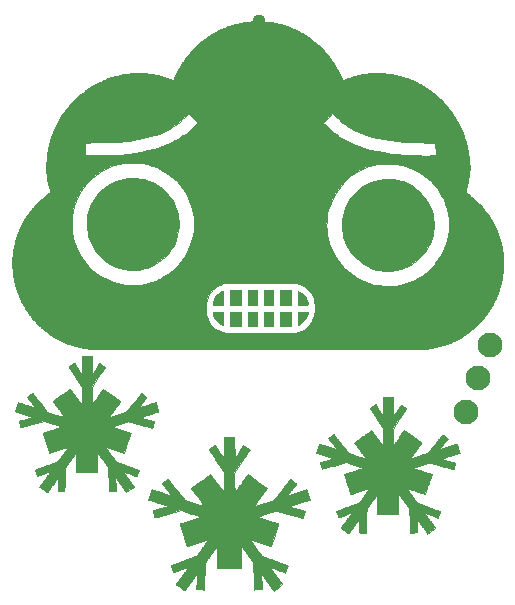
<source format=gbr>
%TF.GenerationSoftware,KiCad,Pcbnew,(6.0.4)*%
%TF.CreationDate,2024-01-19T15:38:44-08:00*%
%TF.ProjectId,Alpenglow_ChillySnowCloud_PCB,416c7065-6e67-46c6-9f77-5f4368696c6c,rev?*%
%TF.SameCoordinates,Original*%
%TF.FileFunction,Soldermask,Top*%
%TF.FilePolarity,Negative*%
%FSLAX46Y46*%
G04 Gerber Fmt 4.6, Leading zero omitted, Abs format (unit mm)*
G04 Created by KiCad (PCBNEW (6.0.4)) date 2024-01-19 15:38:44*
%MOMM*%
%LPD*%
G01*
G04 APERTURE LIST*
G04 Aperture macros list*
%AMRoundRect*
0 Rectangle with rounded corners*
0 $1 Rounding radius*
0 $2 $3 $4 $5 $6 $7 $8 $9 X,Y pos of 4 corners*
0 Add a 4 corners polygon primitive as box body*
4,1,4,$2,$3,$4,$5,$6,$7,$8,$9,$2,$3,0*
0 Add four circle primitives for the rounded corners*
1,1,$1+$1,$2,$3*
1,1,$1+$1,$4,$5*
1,1,$1+$1,$6,$7*
1,1,$1+$1,$8,$9*
0 Add four rect primitives between the rounded corners*
20,1,$1+$1,$2,$3,$4,$5,0*
20,1,$1+$1,$4,$5,$6,$7,0*
20,1,$1+$1,$6,$7,$8,$9,0*
20,1,$1+$1,$8,$9,$2,$3,0*%
G04 Aperture macros list end*
%ADD10C,0.010000*%
%ADD11RoundRect,0.050000X-0.900000X0.900000X-0.900000X-0.900000X0.900000X-0.900000X0.900000X0.900000X0*%
%ADD12C,1.900000*%
%ADD13C,1.117600*%
%ADD14O,2.600000X4.100000*%
%ADD15C,2.100000*%
G04 APERTURE END LIST*
%TO.C,G\u002A\u002A\u002A*%
G36*
X96718948Y-105001517D02*
G01*
X96720378Y-105823522D01*
X97055717Y-105320447D01*
X97391057Y-104817372D01*
X97406459Y-104827231D01*
X97428290Y-104841354D01*
X97456013Y-104859528D01*
X97488552Y-104881025D01*
X97524831Y-104905124D01*
X97563775Y-104931097D01*
X97604307Y-104958222D01*
X97645351Y-104985772D01*
X97685831Y-105013024D01*
X97724671Y-105039253D01*
X97760796Y-105063735D01*
X97793128Y-105085743D01*
X97820592Y-105104555D01*
X97842111Y-105119445D01*
X97856611Y-105129689D01*
X97863014Y-105134562D01*
X97863230Y-105134836D01*
X97860163Y-105139898D01*
X97851140Y-105153882D01*
X97836471Y-105176320D01*
X97816465Y-105206745D01*
X97791432Y-105244689D01*
X97761683Y-105289684D01*
X97727529Y-105341264D01*
X97689278Y-105398959D01*
X97647241Y-105462303D01*
X97601729Y-105530829D01*
X97553051Y-105604067D01*
X97501518Y-105681551D01*
X97447439Y-105762814D01*
X97391125Y-105847387D01*
X97332886Y-105934803D01*
X97290446Y-105998476D01*
X96717514Y-106857879D01*
X96720378Y-108347335D01*
X96771132Y-108277079D01*
X96780690Y-108263875D01*
X96796440Y-108242151D01*
X96817936Y-108212522D01*
X96844734Y-108175598D01*
X96876388Y-108131994D01*
X96912454Y-108082322D01*
X96952487Y-108027195D01*
X96996041Y-107967225D01*
X97042672Y-107903025D01*
X97091934Y-107835209D01*
X97143383Y-107764388D01*
X97196573Y-107691176D01*
X97251059Y-107616186D01*
X97265568Y-107596219D01*
X97709249Y-106985617D01*
X98430294Y-107509435D01*
X98510714Y-107567882D01*
X98588620Y-107624549D01*
X98663523Y-107679080D01*
X98734938Y-107731117D01*
X98802377Y-107780305D01*
X98865352Y-107826287D01*
X98923376Y-107868706D01*
X98975962Y-107907205D01*
X99022623Y-107941428D01*
X99062872Y-107971018D01*
X99096221Y-107995619D01*
X99122184Y-108014875D01*
X99140272Y-108028428D01*
X99149999Y-108035922D01*
X99151620Y-108037359D01*
X99148392Y-108042318D01*
X99138887Y-108055898D01*
X99123470Y-108077593D01*
X99102507Y-108106895D01*
X99076364Y-108143298D01*
X99045406Y-108186296D01*
X99009999Y-108235383D01*
X98970509Y-108290051D01*
X98927301Y-108349794D01*
X98880741Y-108414106D01*
X98831195Y-108482480D01*
X98779028Y-108554409D01*
X98724607Y-108629388D01*
X98668296Y-108706909D01*
X98661450Y-108716329D01*
X98604872Y-108794189D01*
X98550085Y-108869599D01*
X98497459Y-108942050D01*
X98447364Y-109011032D01*
X98400170Y-109076035D01*
X98356245Y-109136551D01*
X98315960Y-109192068D01*
X98279685Y-109242078D01*
X98247789Y-109286072D01*
X98220642Y-109323538D01*
X98198613Y-109353969D01*
X98182073Y-109376854D01*
X98171391Y-109391683D01*
X98166937Y-109397948D01*
X98166843Y-109398093D01*
X98170747Y-109398388D01*
X98183943Y-109395505D01*
X98205016Y-109389838D01*
X98232551Y-109381779D01*
X98265130Y-109371722D01*
X98288199Y-109364347D01*
X98310320Y-109357181D01*
X98342323Y-109346810D01*
X98383352Y-109333512D01*
X98432551Y-109317564D01*
X98489063Y-109299244D01*
X98552031Y-109278829D01*
X98620601Y-109256597D01*
X98693915Y-109232826D01*
X98771117Y-109207794D01*
X98851351Y-109181777D01*
X98933761Y-109155054D01*
X99017490Y-109127902D01*
X99039198Y-109120862D01*
X99664685Y-108918022D01*
X100286010Y-108141911D01*
X100351814Y-108059725D01*
X100415796Y-107979835D01*
X100477593Y-107902692D01*
X100536842Y-107828751D01*
X100593179Y-107758464D01*
X100646242Y-107692284D01*
X100695665Y-107630663D01*
X100741087Y-107574055D01*
X100782143Y-107522913D01*
X100818471Y-107477689D01*
X100849706Y-107438837D01*
X100875486Y-107406809D01*
X100895447Y-107382058D01*
X100909225Y-107365037D01*
X100916457Y-107356199D01*
X100917430Y-107355062D01*
X100919948Y-107352833D01*
X100923057Y-107351768D01*
X100927508Y-107352406D01*
X100934055Y-107355288D01*
X100943448Y-107360953D01*
X100956440Y-107369942D01*
X100973782Y-107382795D01*
X100996226Y-107400052D01*
X101024524Y-107422251D01*
X101059427Y-107449935D01*
X101101688Y-107483642D01*
X101148051Y-107520707D01*
X101191248Y-107555333D01*
X101231645Y-107587860D01*
X101268407Y-107617604D01*
X101300695Y-107643883D01*
X101327674Y-107666010D01*
X101348506Y-107683304D01*
X101362355Y-107695079D01*
X101368384Y-107700652D01*
X101368578Y-107700970D01*
X101365122Y-107705822D01*
X101355070Y-107718881D01*
X101338894Y-107739554D01*
X101317066Y-107767246D01*
X101290058Y-107801364D01*
X101258342Y-107841312D01*
X101222390Y-107886497D01*
X101182675Y-107936324D01*
X101139668Y-107990200D01*
X101093842Y-108047530D01*
X101045669Y-108107719D01*
X101013599Y-108147747D01*
X100964201Y-108209408D01*
X100916866Y-108268548D01*
X100872063Y-108324577D01*
X100830263Y-108376906D01*
X100791935Y-108424945D01*
X100757549Y-108468103D01*
X100727575Y-108505791D01*
X100702482Y-108537419D01*
X100682741Y-108562396D01*
X100668820Y-108580134D01*
X100661191Y-108590041D01*
X100659828Y-108592003D01*
X100665240Y-108590455D01*
X100680768Y-108585614D01*
X100705797Y-108577678D01*
X100739707Y-108566846D01*
X100781881Y-108553318D01*
X100831701Y-108537293D01*
X100888551Y-108518971D01*
X100951811Y-108498549D01*
X101020864Y-108476228D01*
X101095093Y-108452207D01*
X101173880Y-108426685D01*
X101256607Y-108399861D01*
X101342656Y-108371933D01*
X101390647Y-108356347D01*
X101478379Y-108327866D01*
X101563213Y-108300363D01*
X101644522Y-108274038D01*
X101721682Y-108249093D01*
X101794068Y-108225729D01*
X101861053Y-108204145D01*
X101922013Y-108184544D01*
X101976323Y-108167127D01*
X102023357Y-108152093D01*
X102062490Y-108139645D01*
X102093096Y-108129983D01*
X102114551Y-108123308D01*
X102126228Y-108119821D01*
X102128240Y-108119334D01*
X102135453Y-108120904D01*
X102136222Y-108122075D01*
X102137924Y-108127760D01*
X102142844Y-108143320D01*
X102150704Y-108167895D01*
X102161227Y-108200624D01*
X102174135Y-108240649D01*
X102189152Y-108287109D01*
X102205999Y-108339145D01*
X102224398Y-108395897D01*
X102244073Y-108456505D01*
X102260469Y-108506957D01*
X102280901Y-108570034D01*
X102300168Y-108629970D01*
X102318001Y-108685902D01*
X102334132Y-108736970D01*
X102348295Y-108782309D01*
X102360220Y-108821060D01*
X102369641Y-108852358D01*
X102376288Y-108875343D01*
X102379895Y-108889151D01*
X102380414Y-108893010D01*
X102374758Y-108895082D01*
X102359082Y-108900403D01*
X102334102Y-108908741D01*
X102300536Y-108919860D01*
X102259100Y-108933527D01*
X102210512Y-108949509D01*
X102155488Y-108967570D01*
X102094747Y-108987478D01*
X102029004Y-109008998D01*
X101958978Y-109031897D01*
X101885384Y-109055940D01*
X101808941Y-109080894D01*
X101730366Y-109106524D01*
X101650375Y-109132598D01*
X101569686Y-109158880D01*
X101489015Y-109185137D01*
X101409081Y-109211135D01*
X101330599Y-109236640D01*
X101254288Y-109261419D01*
X101180864Y-109285237D01*
X101111044Y-109307860D01*
X101045546Y-109329055D01*
X100985086Y-109348587D01*
X100930383Y-109366223D01*
X100882152Y-109381729D01*
X100880334Y-109382312D01*
X100848704Y-109392744D01*
X100827112Y-109400587D01*
X100814704Y-109406215D01*
X100810623Y-109410001D01*
X100812600Y-109411890D01*
X100819465Y-109413922D01*
X100836503Y-109418734D01*
X100862996Y-109426128D01*
X100898230Y-109435907D01*
X100941486Y-109447873D01*
X100992049Y-109461829D01*
X101049203Y-109477577D01*
X101112230Y-109494920D01*
X101180414Y-109513659D01*
X101253038Y-109533599D01*
X101329387Y-109554539D01*
X101408744Y-109576285D01*
X101416556Y-109578424D01*
X101495921Y-109600164D01*
X101572184Y-109621064D01*
X101644646Y-109640931D01*
X101712607Y-109659572D01*
X101775365Y-109676797D01*
X101832220Y-109692411D01*
X101882473Y-109706222D01*
X101925424Y-109718039D01*
X101960371Y-109727669D01*
X101986614Y-109734919D01*
X102003454Y-109739598D01*
X102010190Y-109741512D01*
X102010286Y-109741547D01*
X102009045Y-109746978D01*
X102005079Y-109762261D01*
X101998669Y-109786364D01*
X101990093Y-109818254D01*
X101979628Y-109856903D01*
X101967555Y-109901276D01*
X101954150Y-109950345D01*
X101939694Y-110003076D01*
X101936147Y-110015990D01*
X101917397Y-110083817D01*
X101901306Y-110141142D01*
X101887743Y-110188401D01*
X101876575Y-110226032D01*
X101867669Y-110254471D01*
X101860892Y-110274154D01*
X101856112Y-110285518D01*
X101853238Y-110289004D01*
X101847082Y-110287469D01*
X101830580Y-110283092D01*
X101804272Y-110276019D01*
X101768699Y-110266399D01*
X101724400Y-110254379D01*
X101671916Y-110240106D01*
X101611787Y-110223727D01*
X101544553Y-110205391D01*
X101470753Y-110185243D01*
X101390928Y-110163432D01*
X101305619Y-110140104D01*
X101215364Y-110115408D01*
X101120705Y-110089491D01*
X101022181Y-110062499D01*
X100920332Y-110034581D01*
X100834404Y-110011015D01*
X100730181Y-109982439D01*
X100628811Y-109954673D01*
X100530837Y-109927864D01*
X100436799Y-109902160D01*
X100347241Y-109877707D01*
X100262703Y-109854654D01*
X100183729Y-109833147D01*
X100110861Y-109813333D01*
X100044639Y-109795360D01*
X99985607Y-109779376D01*
X99934305Y-109765527D01*
X99891278Y-109753960D01*
X99857065Y-109744824D01*
X99832210Y-109738265D01*
X99817254Y-109734430D01*
X99812759Y-109733422D01*
X99805703Y-109735084D01*
X99788856Y-109739984D01*
X99762986Y-109747873D01*
X99728858Y-109758501D01*
X99687239Y-109771617D01*
X99638895Y-109786973D01*
X99584591Y-109804319D01*
X99525094Y-109823405D01*
X99461171Y-109843981D01*
X99393586Y-109865798D01*
X99323107Y-109888605D01*
X99250500Y-109912154D01*
X99176530Y-109936195D01*
X99101964Y-109960478D01*
X99027569Y-109984752D01*
X98954109Y-110008769D01*
X98882351Y-110032279D01*
X98813062Y-110055032D01*
X98747008Y-110076779D01*
X98684954Y-110097269D01*
X98627667Y-110116253D01*
X98575913Y-110133482D01*
X98530458Y-110148705D01*
X98492068Y-110161674D01*
X98461510Y-110172137D01*
X98439549Y-110179846D01*
X98426952Y-110184551D01*
X98424136Y-110185987D01*
X98429960Y-110188010D01*
X98445792Y-110193281D01*
X98470902Y-110201563D01*
X98504561Y-110212618D01*
X98546039Y-110226209D01*
X98594607Y-110242097D01*
X98649534Y-110260046D01*
X98710092Y-110279819D01*
X98775551Y-110301177D01*
X98845181Y-110323883D01*
X98918253Y-110347700D01*
X98994037Y-110372390D01*
X99071804Y-110397715D01*
X99150823Y-110423439D01*
X99230367Y-110449324D01*
X99309704Y-110475132D01*
X99388106Y-110500625D01*
X99464843Y-110525567D01*
X99539184Y-110549719D01*
X99610402Y-110572845D01*
X99677766Y-110594707D01*
X99740547Y-110615066D01*
X99798014Y-110633687D01*
X99849439Y-110650331D01*
X99894092Y-110664760D01*
X99931244Y-110676738D01*
X99960164Y-110686027D01*
X99964522Y-110687422D01*
X99987462Y-110695378D01*
X100005720Y-110702893D01*
X100017020Y-110708958D01*
X100019570Y-110711810D01*
X100017856Y-110717850D01*
X100012833Y-110734045D01*
X100004688Y-110759817D01*
X99993609Y-110794586D01*
X99979781Y-110837773D01*
X99963391Y-110888800D01*
X99944626Y-110947087D01*
X99923673Y-111012056D01*
X99900718Y-111083128D01*
X99875948Y-111159723D01*
X99849550Y-111241263D01*
X99821710Y-111327168D01*
X99792615Y-111416860D01*
X99762451Y-111509760D01*
X99745089Y-111563196D01*
X99470592Y-112407793D01*
X99404996Y-112386012D01*
X99371165Y-112374826D01*
X99329543Y-112361143D01*
X99280855Y-112345199D01*
X99225826Y-112327226D01*
X99165181Y-112307458D01*
X99099643Y-112286131D01*
X99029939Y-112263478D01*
X98956793Y-112239734D01*
X98880930Y-112215132D01*
X98803074Y-112189906D01*
X98723951Y-112164292D01*
X98644285Y-112138522D01*
X98564802Y-112112831D01*
X98486225Y-112087453D01*
X98409281Y-112062623D01*
X98334693Y-112038574D01*
X98263186Y-112015540D01*
X98195486Y-111993756D01*
X98132317Y-111973456D01*
X98074404Y-111954875D01*
X98022471Y-111938245D01*
X97977244Y-111923801D01*
X97939448Y-111911778D01*
X97909807Y-111902409D01*
X97889046Y-111895929D01*
X97877890Y-111892572D01*
X97876109Y-111892144D01*
X97879092Y-111896894D01*
X97888337Y-111910243D01*
X97903464Y-111931662D01*
X97924092Y-111960623D01*
X97949840Y-111996596D01*
X97980328Y-112039053D01*
X98015174Y-112087465D01*
X98053997Y-112141305D01*
X98096418Y-112200041D01*
X98142056Y-112263148D01*
X98190529Y-112330094D01*
X98241458Y-112400353D01*
X98294460Y-112473395D01*
X98320948Y-112509869D01*
X98385238Y-112598346D01*
X98443251Y-112678117D01*
X98495321Y-112749629D01*
X98541781Y-112813326D01*
X98582966Y-112869653D01*
X98619210Y-112919057D01*
X98650847Y-112961981D01*
X98678209Y-112998872D01*
X98701632Y-113030175D01*
X98721449Y-113056336D01*
X98737993Y-113077799D01*
X98751600Y-113095010D01*
X98762602Y-113108414D01*
X98771334Y-113118456D01*
X98778129Y-113125583D01*
X98783321Y-113130239D01*
X98787245Y-113132869D01*
X98788428Y-113133413D01*
X98795785Y-113136211D01*
X98813174Y-113142763D01*
X98840052Y-113152864D01*
X98875876Y-113166311D01*
X98920106Y-113182902D01*
X98972199Y-113202433D01*
X99031613Y-113224702D01*
X99097805Y-113249504D01*
X99170235Y-113276638D01*
X99248360Y-113305900D01*
X99331638Y-113337086D01*
X99419526Y-113369995D01*
X99511484Y-113404422D01*
X99606968Y-113440165D01*
X99705437Y-113477020D01*
X99762734Y-113498463D01*
X99862361Y-113535754D01*
X99959135Y-113571991D01*
X100052527Y-113606975D01*
X100142008Y-113640508D01*
X100227051Y-113672391D01*
X100307125Y-113702426D01*
X100381703Y-113730413D01*
X100450255Y-113756156D01*
X100512253Y-113779454D01*
X100567168Y-113800109D01*
X100614472Y-113817923D01*
X100653635Y-113832697D01*
X100684129Y-113844232D01*
X100705426Y-113852331D01*
X100716996Y-113856794D01*
X100719050Y-113857645D01*
X100717605Y-113863158D01*
X100712611Y-113877998D01*
X100704524Y-113900940D01*
X100693801Y-113930758D01*
X100680899Y-113966224D01*
X100666274Y-114006112D01*
X100650384Y-114049197D01*
X100633684Y-114094251D01*
X100616632Y-114140049D01*
X100599685Y-114185364D01*
X100583299Y-114228970D01*
X100567930Y-114269641D01*
X100554037Y-114306149D01*
X100542075Y-114337269D01*
X100532500Y-114361775D01*
X100525771Y-114378440D01*
X100522343Y-114386038D01*
X100522152Y-114386309D01*
X100516423Y-114384975D01*
X100500818Y-114379915D01*
X100476028Y-114371379D01*
X100442741Y-114359618D01*
X100401648Y-114344883D01*
X100353438Y-114327425D01*
X100298801Y-114307494D01*
X100238426Y-114285340D01*
X100173003Y-114261216D01*
X100103222Y-114235371D01*
X100029772Y-114208056D01*
X99953343Y-114179523D01*
X99951734Y-114178921D01*
X99875291Y-114150345D01*
X99801853Y-114122934D01*
X99732108Y-114096941D01*
X99666740Y-114072620D01*
X99606437Y-114050226D01*
X99551884Y-114030011D01*
X99503768Y-114012230D01*
X99462775Y-113997136D01*
X99429591Y-113984985D01*
X99404903Y-113976030D01*
X99389396Y-113970524D01*
X99383757Y-113968722D01*
X99383749Y-113968726D01*
X99386830Y-113973384D01*
X99396184Y-113986663D01*
X99411443Y-114008056D01*
X99432241Y-114037055D01*
X99458209Y-114073152D01*
X99488979Y-114115840D01*
X99524184Y-114164611D01*
X99563456Y-114218956D01*
X99606427Y-114278370D01*
X99652731Y-114342343D01*
X99701998Y-114410369D01*
X99753861Y-114481940D01*
X99807953Y-114556547D01*
X99863906Y-114633684D01*
X99921352Y-114712842D01*
X99979924Y-114793514D01*
X100039254Y-114875193D01*
X100098973Y-114957370D01*
X100158716Y-115039538D01*
X100218113Y-115121190D01*
X100276797Y-115201817D01*
X100288635Y-115218076D01*
X100317825Y-115258165D01*
X99987080Y-115498684D01*
X99656335Y-115739204D01*
X99628558Y-115701169D01*
X99621852Y-115691963D01*
X99608930Y-115674203D01*
X99590212Y-115648467D01*
X99566118Y-115615331D01*
X99537068Y-115575375D01*
X99503483Y-115529176D01*
X99465782Y-115477311D01*
X99424386Y-115420360D01*
X99379715Y-115358899D01*
X99332188Y-115293507D01*
X99282226Y-115224761D01*
X99230249Y-115153240D01*
X99176676Y-115079522D01*
X99162927Y-115060601D01*
X99109597Y-114987234D01*
X99058115Y-114916447D01*
X99008867Y-114848773D01*
X98962242Y-114784741D01*
X98918627Y-114724883D01*
X98878410Y-114669729D01*
X98841977Y-114619810D01*
X98809716Y-114575657D01*
X98782015Y-114537801D01*
X98759262Y-114506772D01*
X98741843Y-114483101D01*
X98730146Y-114467319D01*
X98724559Y-114459957D01*
X98724119Y-114459468D01*
X98724264Y-114465176D01*
X98724939Y-114481417D01*
X98726110Y-114507449D01*
X98727740Y-114542530D01*
X98729794Y-114585917D01*
X98732236Y-114636870D01*
X98735031Y-114694645D01*
X98738142Y-114758501D01*
X98741535Y-114827696D01*
X98745172Y-114901488D01*
X98749019Y-114979135D01*
X98752441Y-115047889D01*
X98756442Y-115128226D01*
X98760271Y-115205331D01*
X98763892Y-115278463D01*
X98767268Y-115346883D01*
X98770364Y-115409847D01*
X98773144Y-115466617D01*
X98775570Y-115516450D01*
X98777607Y-115558605D01*
X98779219Y-115592342D01*
X98780370Y-115616919D01*
X98781022Y-115631596D01*
X98781159Y-115635735D01*
X98775475Y-115636351D01*
X98759817Y-115637390D01*
X98735487Y-115638790D01*
X98703788Y-115640491D01*
X98666023Y-115642432D01*
X98623497Y-115644552D01*
X98577513Y-115646790D01*
X98529373Y-115649086D01*
X98480381Y-115651378D01*
X98431840Y-115653606D01*
X98385055Y-115655709D01*
X98341327Y-115657627D01*
X98301961Y-115659297D01*
X98268259Y-115660661D01*
X98241525Y-115661656D01*
X98223063Y-115662222D01*
X98214175Y-115662298D01*
X98213572Y-115662217D01*
X98213026Y-115656421D01*
X98211959Y-115639919D01*
X98210401Y-115613280D01*
X98208382Y-115577074D01*
X98205930Y-115531868D01*
X98203075Y-115478234D01*
X98199847Y-115416740D01*
X98196275Y-115347955D01*
X98192389Y-115272448D01*
X98188219Y-115190790D01*
X98183793Y-115103549D01*
X98179141Y-115011294D01*
X98174293Y-114914594D01*
X98169278Y-114814020D01*
X98164126Y-114710140D01*
X98161769Y-114662424D01*
X98156554Y-114556797D01*
X98151471Y-114453960D01*
X98146551Y-114354501D01*
X98141821Y-114259009D01*
X98137312Y-114168074D01*
X98133053Y-114082285D01*
X98129073Y-114002230D01*
X98125402Y-113928500D01*
X98122069Y-113861681D01*
X98119103Y-113802365D01*
X98116533Y-113751140D01*
X98114390Y-113708594D01*
X98112702Y-113675318D01*
X98111498Y-113651899D01*
X98110808Y-113638928D01*
X98110682Y-113636778D01*
X98110273Y-113632564D01*
X98109384Y-113628054D01*
X98107683Y-113622771D01*
X98104837Y-113616238D01*
X98100514Y-113607979D01*
X98094382Y-113597518D01*
X98086109Y-113584379D01*
X98075361Y-113568085D01*
X98061807Y-113548160D01*
X98045115Y-113524128D01*
X98024951Y-113495511D01*
X98000985Y-113461835D01*
X97972883Y-113422622D01*
X97940313Y-113377396D01*
X97902943Y-113325682D01*
X97860441Y-113267002D01*
X97812474Y-113200880D01*
X97758709Y-113126840D01*
X97698816Y-113044406D01*
X97663735Y-112996134D01*
X97609764Y-112921896D01*
X97557510Y-112850071D01*
X97507369Y-112781200D01*
X97459735Y-112715824D01*
X97415006Y-112654483D01*
X97373575Y-112597720D01*
X97335839Y-112546075D01*
X97302192Y-112500089D01*
X97273031Y-112460304D01*
X97248751Y-112427259D01*
X97229747Y-112401497D01*
X97216415Y-112383559D01*
X97209150Y-112373984D01*
X97207995Y-112372579D01*
X97206558Y-112371281D01*
X97205256Y-112370884D01*
X97204083Y-112371911D01*
X97203032Y-112374888D01*
X97202096Y-112380337D01*
X97201268Y-112388785D01*
X97200543Y-112400753D01*
X97199912Y-112416768D01*
X97199370Y-112437354D01*
X97198910Y-112463033D01*
X97198524Y-112494332D01*
X97198208Y-112531774D01*
X97197952Y-112575883D01*
X97197753Y-112627183D01*
X97197601Y-112686200D01*
X97197491Y-112753456D01*
X97197416Y-112829477D01*
X97197370Y-112914787D01*
X97197345Y-113009910D01*
X97197335Y-113115369D01*
X97197334Y-113209368D01*
X97197334Y-114057289D01*
X95413689Y-114057289D01*
X95413689Y-113215013D01*
X95413686Y-113101136D01*
X95413674Y-112998022D01*
X95413646Y-112905145D01*
X95413594Y-112821980D01*
X95413512Y-112747999D01*
X95413394Y-112682677D01*
X95413233Y-112625488D01*
X95413021Y-112575907D01*
X95412752Y-112533407D01*
X95412420Y-112497461D01*
X95412018Y-112467546D01*
X95411538Y-112443133D01*
X95410975Y-112423697D01*
X95410321Y-112408713D01*
X95409569Y-112397655D01*
X95408714Y-112389995D01*
X95407747Y-112385209D01*
X95406663Y-112382771D01*
X95405455Y-112382154D01*
X95404116Y-112382833D01*
X95403028Y-112383868D01*
X95398105Y-112390105D01*
X95387063Y-112404817D01*
X95370377Y-112427348D01*
X95348525Y-112457042D01*
X95321983Y-112493240D01*
X95291228Y-112535287D01*
X95256736Y-112582525D01*
X95218983Y-112634298D01*
X95178447Y-112689949D01*
X95135604Y-112748822D01*
X95090929Y-112810258D01*
X95044901Y-112873602D01*
X94997995Y-112938197D01*
X94950688Y-113003385D01*
X94903456Y-113068511D01*
X94856777Y-113132917D01*
X94811125Y-113195946D01*
X94766979Y-113256942D01*
X94724814Y-113315247D01*
X94685108Y-113370206D01*
X94648336Y-113421160D01*
X94614975Y-113467454D01*
X94585501Y-113508431D01*
X94560392Y-113543433D01*
X94540124Y-113571804D01*
X94525173Y-113592887D01*
X94516016Y-113606025D01*
X94513187Y-113610363D01*
X94512068Y-113614946D01*
X94510794Y-113624831D01*
X94509346Y-113640394D01*
X94507705Y-113662014D01*
X94505852Y-113690068D01*
X94503767Y-113724934D01*
X94501433Y-113766989D01*
X94498829Y-113816611D01*
X94495937Y-113874177D01*
X94492738Y-113940065D01*
X94489213Y-114014653D01*
X94485342Y-114098318D01*
X94481107Y-114191438D01*
X94476488Y-114294390D01*
X94471467Y-114407552D01*
X94466025Y-114531301D01*
X94461156Y-114642740D01*
X94456505Y-114749015D01*
X94451947Y-114852259D01*
X94447510Y-114951908D01*
X94443220Y-115047395D01*
X94439104Y-115138156D01*
X94435188Y-115223626D01*
X94431498Y-115303241D01*
X94428063Y-115376434D01*
X94424907Y-115442642D01*
X94422058Y-115501299D01*
X94419543Y-115551840D01*
X94417388Y-115593701D01*
X94415619Y-115626316D01*
X94414264Y-115649121D01*
X94413349Y-115661551D01*
X94413022Y-115663793D01*
X94407059Y-115664092D01*
X94391130Y-115663936D01*
X94366547Y-115663374D01*
X94334618Y-115662460D01*
X94296654Y-115661242D01*
X94253965Y-115659774D01*
X94207860Y-115658107D01*
X94159648Y-115656291D01*
X94110641Y-115654378D01*
X94062148Y-115652419D01*
X94015478Y-115650467D01*
X93971941Y-115648571D01*
X93932847Y-115646783D01*
X93899507Y-115645156D01*
X93873229Y-115643739D01*
X93855323Y-115642584D01*
X93847100Y-115641743D01*
X93846720Y-115641605D01*
X93846851Y-115635944D01*
X93847462Y-115619745D01*
X93848519Y-115593749D01*
X93849992Y-115558695D01*
X93851846Y-115515323D01*
X93854051Y-115464373D01*
X93856574Y-115406585D01*
X93859383Y-115342699D01*
X93862446Y-115273454D01*
X93865730Y-115199590D01*
X93869204Y-115121848D01*
X93872397Y-115050711D01*
X93876004Y-114970133D01*
X93879432Y-114892760D01*
X93882651Y-114819334D01*
X93885630Y-114750597D01*
X93888337Y-114687292D01*
X93890743Y-114630160D01*
X93892815Y-114579943D01*
X93894524Y-114537384D01*
X93895837Y-114503223D01*
X93896724Y-114478205D01*
X93897154Y-114463069D01*
X93897130Y-114458515D01*
X93897146Y-114457735D01*
X93897573Y-114456461D01*
X93898092Y-114455131D01*
X93898383Y-114454181D01*
X93898126Y-114454048D01*
X93897001Y-114455170D01*
X93894690Y-114457982D01*
X93890872Y-114462923D01*
X93885228Y-114470427D01*
X93877438Y-114480933D01*
X93867181Y-114494877D01*
X93854140Y-114512697D01*
X93837993Y-114534828D01*
X93818422Y-114561707D01*
X93795106Y-114593772D01*
X93767725Y-114631460D01*
X93735961Y-114675207D01*
X93699494Y-114725449D01*
X93658003Y-114782625D01*
X93611170Y-114847170D01*
X93558673Y-114919521D01*
X93500195Y-115000116D01*
X93435415Y-115089390D01*
X93432763Y-115093045D01*
X93378068Y-115168401D01*
X93325141Y-115241288D01*
X93274367Y-115311179D01*
X93226129Y-115377547D01*
X93180811Y-115439864D01*
X93138798Y-115497603D01*
X93100473Y-115550237D01*
X93066220Y-115597239D01*
X93036424Y-115638080D01*
X93011469Y-115672235D01*
X92991738Y-115699175D01*
X92977616Y-115718373D01*
X92969487Y-115729302D01*
X92967598Y-115731722D01*
X92963948Y-115731356D01*
X92955504Y-115727201D01*
X92941806Y-115718941D01*
X92922398Y-115706258D01*
X92896821Y-115688834D01*
X92864618Y-115666352D01*
X92825330Y-115638495D01*
X92778499Y-115604945D01*
X92723668Y-115565385D01*
X92660378Y-115519498D01*
X92639445Y-115504283D01*
X92585908Y-115465329D01*
X92534956Y-115428203D01*
X92487339Y-115393457D01*
X92443808Y-115361639D01*
X92405114Y-115333301D01*
X92372008Y-115308993D01*
X92345240Y-115289265D01*
X92325561Y-115274667D01*
X92313723Y-115265750D01*
X92310466Y-115263148D01*
X92310481Y-115260691D01*
X92312868Y-115255197D01*
X92317907Y-115246273D01*
X92325877Y-115233522D01*
X92337057Y-115216551D01*
X92351728Y-115194964D01*
X92370168Y-115168366D01*
X92392657Y-115136362D01*
X92419474Y-115098558D01*
X92450900Y-115054558D01*
X92487212Y-115003968D01*
X92528691Y-114946392D01*
X92575617Y-114881436D01*
X92628268Y-114808704D01*
X92686924Y-114727802D01*
X92751864Y-114638334D01*
X92777931Y-114602444D01*
X92833474Y-114525944D01*
X92887141Y-114451955D01*
X92938563Y-114380991D01*
X92987370Y-114313563D01*
X93033192Y-114250186D01*
X93075661Y-114191372D01*
X93114406Y-114137634D01*
X93149057Y-114089486D01*
X93179246Y-114047439D01*
X93204603Y-114012008D01*
X93224757Y-113983704D01*
X93239340Y-113963042D01*
X93247983Y-113950534D01*
X93250376Y-113946672D01*
X93244903Y-113948326D01*
X93229579Y-113953744D01*
X93205098Y-113962665D01*
X93172157Y-113974830D01*
X93131450Y-113989977D01*
X93083673Y-114007846D01*
X93029522Y-114028176D01*
X92969692Y-114050707D01*
X92904878Y-114075179D01*
X92835776Y-114101330D01*
X92763082Y-114128900D01*
X92698575Y-114153412D01*
X92623105Y-114182101D01*
X92550465Y-114209684D01*
X92481367Y-114235893D01*
X92416526Y-114260458D01*
X92356653Y-114283111D01*
X92302462Y-114303583D01*
X92254664Y-114321604D01*
X92213973Y-114336906D01*
X92181102Y-114349219D01*
X92156763Y-114358274D01*
X92141668Y-114363803D01*
X92136672Y-114365520D01*
X92130178Y-114365970D01*
X92124726Y-114362295D01*
X92118956Y-114352579D01*
X92111504Y-114334907D01*
X92107462Y-114324434D01*
X92074620Y-114238185D01*
X92045668Y-114161951D01*
X92020417Y-114095219D01*
X91998681Y-114037478D01*
X91980272Y-113988214D01*
X91965002Y-113946917D01*
X91952683Y-113913073D01*
X91943127Y-113886170D01*
X91936148Y-113865697D01*
X91931557Y-113851142D01*
X91929166Y-113841991D01*
X91928788Y-113837733D01*
X91928981Y-113837378D01*
X91934687Y-113834936D01*
X91950423Y-113828692D01*
X91975660Y-113818850D01*
X92009872Y-113805611D01*
X92052533Y-113789175D01*
X92103115Y-113769744D01*
X92161092Y-113747521D01*
X92225937Y-113722706D01*
X92297122Y-113695501D01*
X92374122Y-113666107D01*
X92456409Y-113634727D01*
X92543457Y-113601561D01*
X92634738Y-113566811D01*
X92729726Y-113530678D01*
X92827893Y-113493365D01*
X92896267Y-113467393D01*
X92996340Y-113429383D01*
X93093619Y-113392422D01*
X93187577Y-113356711D01*
X93277683Y-113322451D01*
X93363409Y-113289844D01*
X93444227Y-113259092D01*
X93519607Y-113230395D01*
X93589021Y-113203956D01*
X93651939Y-113179976D01*
X93707834Y-113158656D01*
X93756176Y-113140198D01*
X93796437Y-113124803D01*
X93828087Y-113112672D01*
X93850598Y-113104007D01*
X93863442Y-113099011D01*
X93866380Y-113097812D01*
X93870359Y-113092968D01*
X93880471Y-113079672D01*
X93896244Y-113058569D01*
X93917206Y-113030306D01*
X93942886Y-112995531D01*
X93972811Y-112954890D01*
X94006511Y-112909030D01*
X94043512Y-112858597D01*
X94083344Y-112804239D01*
X94125535Y-112746602D01*
X94169612Y-112686333D01*
X94215105Y-112624079D01*
X94261541Y-112560486D01*
X94308449Y-112496202D01*
X94355357Y-112431872D01*
X94401793Y-112368145D01*
X94447285Y-112305666D01*
X94491362Y-112245082D01*
X94533551Y-112187041D01*
X94573382Y-112132188D01*
X94610382Y-112081172D01*
X94644080Y-112034638D01*
X94674003Y-111993233D01*
X94699681Y-111957604D01*
X94720641Y-111928398D01*
X94736411Y-111906262D01*
X94746520Y-111891842D01*
X94750497Y-111885786D01*
X94750536Y-111885639D01*
X94745161Y-111887198D01*
X94729641Y-111892062D01*
X94704562Y-111900041D01*
X94670514Y-111910947D01*
X94628083Y-111924588D01*
X94577858Y-111940774D01*
X94520427Y-111959316D01*
X94456378Y-111980024D01*
X94386299Y-112002708D01*
X94310778Y-112027177D01*
X94230402Y-112053242D01*
X94145761Y-112080712D01*
X94057441Y-112109398D01*
X93966031Y-112139110D01*
X93945714Y-112145717D01*
X93853698Y-112175633D01*
X93764639Y-112204572D01*
X93679127Y-112232344D01*
X93597748Y-112258757D01*
X93521092Y-112283622D01*
X93449747Y-112306749D01*
X93384302Y-112327946D01*
X93325344Y-112347023D01*
X93273462Y-112363790D01*
X93229245Y-112378056D01*
X93193280Y-112389631D01*
X93166157Y-112398324D01*
X93148464Y-112403945D01*
X93140789Y-112406303D01*
X93140503Y-112406366D01*
X93138533Y-112400944D01*
X93133321Y-112385478D01*
X93125095Y-112360669D01*
X93114082Y-112327215D01*
X93100507Y-112285817D01*
X93084599Y-112237174D01*
X93066584Y-112181986D01*
X93046689Y-112120951D01*
X93025140Y-112054771D01*
X93002164Y-111984144D01*
X92977987Y-111909770D01*
X92952838Y-111832349D01*
X92926942Y-111752581D01*
X92900526Y-111671164D01*
X92873817Y-111588799D01*
X92847042Y-111506185D01*
X92820428Y-111424022D01*
X92794200Y-111343009D01*
X92768587Y-111263846D01*
X92743815Y-111187233D01*
X92720110Y-111113870D01*
X92697699Y-111044455D01*
X92676810Y-110979688D01*
X92657668Y-110920270D01*
X92640501Y-110866900D01*
X92625536Y-110820277D01*
X92612998Y-110781101D01*
X92603116Y-110750072D01*
X92596115Y-110727888D01*
X92592223Y-110715251D01*
X92591467Y-110712477D01*
X92596695Y-110707538D01*
X92611449Y-110700363D01*
X92634329Y-110691566D01*
X92654967Y-110684600D01*
X92678951Y-110676859D01*
X92711543Y-110666316D01*
X92752017Y-110653208D01*
X92799645Y-110637770D01*
X92853699Y-110620240D01*
X92913453Y-110600854D01*
X92978178Y-110579847D01*
X93047148Y-110557458D01*
X93119634Y-110533921D01*
X93194910Y-110509473D01*
X93272248Y-110484352D01*
X93350920Y-110458792D01*
X93430199Y-110433031D01*
X93509359Y-110407306D01*
X93587670Y-110381851D01*
X93664406Y-110356905D01*
X93738840Y-110332703D01*
X93810244Y-110309481D01*
X93877890Y-110287477D01*
X93941052Y-110266926D01*
X93999001Y-110248065D01*
X94051010Y-110231130D01*
X94096353Y-110216359D01*
X94134300Y-110203986D01*
X94164126Y-110194249D01*
X94185103Y-110187384D01*
X94196502Y-110183628D01*
X94198442Y-110182965D01*
X94193313Y-110181138D01*
X94178059Y-110176027D01*
X94153292Y-110167831D01*
X94119626Y-110156751D01*
X94077673Y-110142987D01*
X94028046Y-110126739D01*
X93971357Y-110108207D01*
X93908220Y-110087592D01*
X93839246Y-110065093D01*
X93765048Y-110040912D01*
X93686240Y-110015247D01*
X93603434Y-109988300D01*
X93517241Y-109960270D01*
X93463641Y-109942848D01*
X92727708Y-109703699D01*
X91721931Y-109975944D01*
X91618057Y-110004030D01*
X91517103Y-110031266D01*
X91419607Y-110057510D01*
X91326110Y-110082618D01*
X91237150Y-110106449D01*
X91153267Y-110128857D01*
X91075000Y-110149702D01*
X91002889Y-110168840D01*
X90937474Y-110186127D01*
X90879293Y-110201421D01*
X90828886Y-110214579D01*
X90786793Y-110225459D01*
X90753553Y-110233916D01*
X90729706Y-110239809D01*
X90715790Y-110242994D01*
X90712177Y-110243506D01*
X90709878Y-110237207D01*
X90705090Y-110221371D01*
X90698152Y-110197259D01*
X90689403Y-110166136D01*
X90679184Y-110129265D01*
X90667834Y-110087908D01*
X90655692Y-110043330D01*
X90643099Y-109996792D01*
X90630394Y-109949560D01*
X90617916Y-109902895D01*
X90606006Y-109858061D01*
X90595002Y-109816322D01*
X90585245Y-109778940D01*
X90577074Y-109747179D01*
X90570829Y-109722302D01*
X90566849Y-109705573D01*
X90565475Y-109698254D01*
X90565522Y-109698039D01*
X90571188Y-109696347D01*
X90587038Y-109691918D01*
X90612354Y-109684946D01*
X90646419Y-109675626D01*
X90688515Y-109664154D01*
X90737925Y-109650724D01*
X90793930Y-109635531D01*
X90855814Y-109618770D01*
X90922858Y-109600635D01*
X90994346Y-109581322D01*
X91069559Y-109561026D01*
X91138022Y-109542569D01*
X91216130Y-109521508D01*
X91291289Y-109501211D01*
X91362766Y-109481879D01*
X91429829Y-109463711D01*
X91491745Y-109446906D01*
X91547782Y-109431664D01*
X91597207Y-109418184D01*
X91639287Y-109406667D01*
X91673290Y-109397310D01*
X91698484Y-109390314D01*
X91714136Y-109385879D01*
X91719400Y-109384267D01*
X91720612Y-109381882D01*
X91715262Y-109378012D01*
X91702513Y-109372323D01*
X91681531Y-109364484D01*
X91651480Y-109354164D01*
X91611525Y-109341029D01*
X91606511Y-109339405D01*
X91484674Y-109299964D01*
X91365867Y-109261450D01*
X91250532Y-109224008D01*
X91139110Y-109187782D01*
X91032041Y-109152918D01*
X90929767Y-109119560D01*
X90832729Y-109087854D01*
X90741366Y-109057943D01*
X90656122Y-109029974D01*
X90577435Y-109004091D01*
X90505748Y-108980440D01*
X90441501Y-108959164D01*
X90385136Y-108940409D01*
X90337092Y-108924320D01*
X90297811Y-108911042D01*
X90267734Y-108900720D01*
X90247303Y-108893499D01*
X90236956Y-108889523D01*
X90235703Y-108888801D01*
X90237645Y-108882167D01*
X90242742Y-108865904D01*
X90250654Y-108841060D01*
X90261039Y-108808686D01*
X90273555Y-108769830D01*
X90287860Y-108725543D01*
X90303614Y-108676874D01*
X90320475Y-108624872D01*
X90338100Y-108570588D01*
X90356149Y-108515070D01*
X90374280Y-108459369D01*
X90392152Y-108404534D01*
X90409423Y-108351614D01*
X90425751Y-108301659D01*
X90440795Y-108255719D01*
X90454214Y-108214843D01*
X90465665Y-108180081D01*
X90474808Y-108152483D01*
X90481301Y-108133097D01*
X90484802Y-108122974D01*
X90485293Y-108121745D01*
X90491197Y-108122560D01*
X90507649Y-108126896D01*
X90534489Y-108134703D01*
X90571558Y-108145931D01*
X90618696Y-108160528D01*
X90675741Y-108178445D01*
X90742535Y-108199631D01*
X90818916Y-108224035D01*
X90904725Y-108251606D01*
X90999803Y-108282295D01*
X91103987Y-108316049D01*
X91217119Y-108352820D01*
X91236800Y-108359227D01*
X91325509Y-108388099D01*
X91411250Y-108415975D01*
X91493411Y-108442659D01*
X91571383Y-108467953D01*
X91644555Y-108491660D01*
X91712315Y-108513584D01*
X91774053Y-108533526D01*
X91829159Y-108551290D01*
X91877022Y-108566679D01*
X91917030Y-108579496D01*
X91948574Y-108589543D01*
X91971043Y-108596623D01*
X91983826Y-108600540D01*
X91986687Y-108601291D01*
X91983522Y-108596770D01*
X91973778Y-108584002D01*
X91957912Y-108563567D01*
X91936381Y-108536045D01*
X91909644Y-108502016D01*
X91878159Y-108462061D01*
X91842381Y-108416760D01*
X91802770Y-108366692D01*
X91759783Y-108312439D01*
X91713878Y-108254579D01*
X91665512Y-108193694D01*
X91621245Y-108138032D01*
X91571064Y-108074913D01*
X91522931Y-108014268D01*
X91477306Y-107956681D01*
X91434648Y-107902735D01*
X91395415Y-107853016D01*
X91360067Y-107808106D01*
X91329062Y-107768590D01*
X91302860Y-107735051D01*
X91281920Y-107708073D01*
X91266700Y-107688241D01*
X91257660Y-107676138D01*
X91255181Y-107672347D01*
X91259739Y-107668169D01*
X91272296Y-107657660D01*
X91292006Y-107641506D01*
X91318022Y-107620390D01*
X91349498Y-107594996D01*
X91385587Y-107566010D01*
X91425443Y-107534115D01*
X91468220Y-107499995D01*
X91476642Y-107493290D01*
X91528712Y-107451951D01*
X91572648Y-107417312D01*
X91609053Y-107388925D01*
X91638530Y-107366342D01*
X91661683Y-107349116D01*
X91679115Y-107336799D01*
X91691429Y-107328944D01*
X91699228Y-107325101D01*
X91703117Y-107324825D01*
X91703371Y-107325032D01*
X91707528Y-107330108D01*
X91718353Y-107343575D01*
X91735491Y-107364988D01*
X91758588Y-107393901D01*
X91787287Y-107429868D01*
X91821235Y-107472443D01*
X91860075Y-107521180D01*
X91903453Y-107575634D01*
X91951013Y-107635357D01*
X92002400Y-107699905D01*
X92057259Y-107768831D01*
X92115234Y-107841690D01*
X92175971Y-107918035D01*
X92239115Y-107997421D01*
X92304309Y-108079402D01*
X92342792Y-108127800D01*
X92975570Y-108923667D01*
X93707734Y-109161737D01*
X93795489Y-109190256D01*
X93880265Y-109217777D01*
X93961444Y-109244100D01*
X94038410Y-109269028D01*
X94110544Y-109292361D01*
X94177232Y-109313900D01*
X94237854Y-109333446D01*
X94291795Y-109350802D01*
X94338438Y-109365767D01*
X94377165Y-109378143D01*
X94407360Y-109387732D01*
X94428405Y-109394334D01*
X94439684Y-109397751D01*
X94441507Y-109398197D01*
X94438437Y-109393528D01*
X94429095Y-109380238D01*
X94413847Y-109358837D01*
X94393061Y-109329834D01*
X94367104Y-109293736D01*
X94336344Y-109251054D01*
X94301149Y-109202296D01*
X94261886Y-109147970D01*
X94218923Y-109088587D01*
X94172627Y-109024654D01*
X94123366Y-108956680D01*
X94071507Y-108885174D01*
X94017418Y-108810646D01*
X93961734Y-108733972D01*
X93905536Y-108656612D01*
X93851028Y-108581576D01*
X93798594Y-108509388D01*
X93748615Y-108440575D01*
X93701473Y-108375662D01*
X93657548Y-108315175D01*
X93617224Y-108259639D01*
X93580881Y-108209580D01*
X93548900Y-108165524D01*
X93521665Y-108127997D01*
X93499556Y-108097523D01*
X93482955Y-108074628D01*
X93472243Y-108059839D01*
X93467863Y-108053765D01*
X93455372Y-108036175D01*
X94175497Y-107512940D01*
X94255912Y-107454557D01*
X94333885Y-107398035D01*
X94408925Y-107343727D01*
X94480540Y-107291986D01*
X94548238Y-107243163D01*
X94611527Y-107197611D01*
X94669916Y-107155682D01*
X94722911Y-107117730D01*
X94770023Y-107084106D01*
X94810758Y-107055163D01*
X94844625Y-107031253D01*
X94871133Y-107012730D01*
X94889788Y-106999944D01*
X94900100Y-106993250D01*
X94902067Y-106992297D01*
X94906068Y-106997086D01*
X94916325Y-107010510D01*
X94932469Y-107032066D01*
X94954128Y-107061250D01*
X94980935Y-107097558D01*
X95012519Y-107140485D01*
X95048511Y-107189528D01*
X95088541Y-107244182D01*
X95132240Y-107303943D01*
X95179238Y-107368307D01*
X95229166Y-107436770D01*
X95281654Y-107508827D01*
X95336333Y-107583975D01*
X95392832Y-107661709D01*
X95402400Y-107674881D01*
X95896289Y-108354874D01*
X95897720Y-107591175D01*
X95899152Y-106827477D01*
X95339475Y-105964928D01*
X95281282Y-105875213D01*
X95224756Y-105788007D01*
X95170202Y-105703785D01*
X95117926Y-105623021D01*
X95068234Y-105546188D01*
X95021432Y-105473761D01*
X94977824Y-105406214D01*
X94937717Y-105344022D01*
X94901416Y-105287657D01*
X94869227Y-105237595D01*
X94841455Y-105194310D01*
X94818407Y-105158275D01*
X94800387Y-105129966D01*
X94787702Y-105109855D01*
X94780656Y-105098417D01*
X94779243Y-105095840D01*
X94783730Y-105091575D01*
X94796816Y-105081815D01*
X94817604Y-105067169D01*
X94845196Y-105048244D01*
X94878694Y-105025651D01*
X94917202Y-104999998D01*
X94959821Y-104971894D01*
X95005655Y-104941948D01*
X95015465Y-104935573D01*
X95069025Y-104900831D01*
X95113928Y-104871809D01*
X95150962Y-104848043D01*
X95180916Y-104829071D01*
X95204580Y-104814430D01*
X95222742Y-104803658D01*
X95236190Y-104796291D01*
X95245713Y-104791868D01*
X95252100Y-104789924D01*
X95256140Y-104789999D01*
X95258622Y-104791629D01*
X95259303Y-104792533D01*
X95263296Y-104798660D01*
X95273016Y-104813615D01*
X95288045Y-104836754D01*
X95307966Y-104867434D01*
X95332361Y-104905012D01*
X95360814Y-104948845D01*
X95392906Y-104998289D01*
X95428220Y-105052702D01*
X95466339Y-105111440D01*
X95506845Y-105173861D01*
X95549321Y-105239320D01*
X95582738Y-105290822D01*
X95899111Y-105778422D01*
X95899111Y-104179511D01*
X96717518Y-104179511D01*
X96718948Y-105001517D01*
G37*
D10*
X96718948Y-105001517D02*
X96720378Y-105823522D01*
X97055717Y-105320447D01*
X97391057Y-104817372D01*
X97406459Y-104827231D01*
X97428290Y-104841354D01*
X97456013Y-104859528D01*
X97488552Y-104881025D01*
X97524831Y-104905124D01*
X97563775Y-104931097D01*
X97604307Y-104958222D01*
X97645351Y-104985772D01*
X97685831Y-105013024D01*
X97724671Y-105039253D01*
X97760796Y-105063735D01*
X97793128Y-105085743D01*
X97820592Y-105104555D01*
X97842111Y-105119445D01*
X97856611Y-105129689D01*
X97863014Y-105134562D01*
X97863230Y-105134836D01*
X97860163Y-105139898D01*
X97851140Y-105153882D01*
X97836471Y-105176320D01*
X97816465Y-105206745D01*
X97791432Y-105244689D01*
X97761683Y-105289684D01*
X97727529Y-105341264D01*
X97689278Y-105398959D01*
X97647241Y-105462303D01*
X97601729Y-105530829D01*
X97553051Y-105604067D01*
X97501518Y-105681551D01*
X97447439Y-105762814D01*
X97391125Y-105847387D01*
X97332886Y-105934803D01*
X97290446Y-105998476D01*
X96717514Y-106857879D01*
X96720378Y-108347335D01*
X96771132Y-108277079D01*
X96780690Y-108263875D01*
X96796440Y-108242151D01*
X96817936Y-108212522D01*
X96844734Y-108175598D01*
X96876388Y-108131994D01*
X96912454Y-108082322D01*
X96952487Y-108027195D01*
X96996041Y-107967225D01*
X97042672Y-107903025D01*
X97091934Y-107835209D01*
X97143383Y-107764388D01*
X97196573Y-107691176D01*
X97251059Y-107616186D01*
X97265568Y-107596219D01*
X97709249Y-106985617D01*
X98430294Y-107509435D01*
X98510714Y-107567882D01*
X98588620Y-107624549D01*
X98663523Y-107679080D01*
X98734938Y-107731117D01*
X98802377Y-107780305D01*
X98865352Y-107826287D01*
X98923376Y-107868706D01*
X98975962Y-107907205D01*
X99022623Y-107941428D01*
X99062872Y-107971018D01*
X99096221Y-107995619D01*
X99122184Y-108014875D01*
X99140272Y-108028428D01*
X99149999Y-108035922D01*
X99151620Y-108037359D01*
X99148392Y-108042318D01*
X99138887Y-108055898D01*
X99123470Y-108077593D01*
X99102507Y-108106895D01*
X99076364Y-108143298D01*
X99045406Y-108186296D01*
X99009999Y-108235383D01*
X98970509Y-108290051D01*
X98927301Y-108349794D01*
X98880741Y-108414106D01*
X98831195Y-108482480D01*
X98779028Y-108554409D01*
X98724607Y-108629388D01*
X98668296Y-108706909D01*
X98661450Y-108716329D01*
X98604872Y-108794189D01*
X98550085Y-108869599D01*
X98497459Y-108942050D01*
X98447364Y-109011032D01*
X98400170Y-109076035D01*
X98356245Y-109136551D01*
X98315960Y-109192068D01*
X98279685Y-109242078D01*
X98247789Y-109286072D01*
X98220642Y-109323538D01*
X98198613Y-109353969D01*
X98182073Y-109376854D01*
X98171391Y-109391683D01*
X98166937Y-109397948D01*
X98166843Y-109398093D01*
X98170747Y-109398388D01*
X98183943Y-109395505D01*
X98205016Y-109389838D01*
X98232551Y-109381779D01*
X98265130Y-109371722D01*
X98288199Y-109364347D01*
X98310320Y-109357181D01*
X98342323Y-109346810D01*
X98383352Y-109333512D01*
X98432551Y-109317564D01*
X98489063Y-109299244D01*
X98552031Y-109278829D01*
X98620601Y-109256597D01*
X98693915Y-109232826D01*
X98771117Y-109207794D01*
X98851351Y-109181777D01*
X98933761Y-109155054D01*
X99017490Y-109127902D01*
X99039198Y-109120862D01*
X99664685Y-108918022D01*
X100286010Y-108141911D01*
X100351814Y-108059725D01*
X100415796Y-107979835D01*
X100477593Y-107902692D01*
X100536842Y-107828751D01*
X100593179Y-107758464D01*
X100646242Y-107692284D01*
X100695665Y-107630663D01*
X100741087Y-107574055D01*
X100782143Y-107522913D01*
X100818471Y-107477689D01*
X100849706Y-107438837D01*
X100875486Y-107406809D01*
X100895447Y-107382058D01*
X100909225Y-107365037D01*
X100916457Y-107356199D01*
X100917430Y-107355062D01*
X100919948Y-107352833D01*
X100923057Y-107351768D01*
X100927508Y-107352406D01*
X100934055Y-107355288D01*
X100943448Y-107360953D01*
X100956440Y-107369942D01*
X100973782Y-107382795D01*
X100996226Y-107400052D01*
X101024524Y-107422251D01*
X101059427Y-107449935D01*
X101101688Y-107483642D01*
X101148051Y-107520707D01*
X101191248Y-107555333D01*
X101231645Y-107587860D01*
X101268407Y-107617604D01*
X101300695Y-107643883D01*
X101327674Y-107666010D01*
X101348506Y-107683304D01*
X101362355Y-107695079D01*
X101368384Y-107700652D01*
X101368578Y-107700970D01*
X101365122Y-107705822D01*
X101355070Y-107718881D01*
X101338894Y-107739554D01*
X101317066Y-107767246D01*
X101290058Y-107801364D01*
X101258342Y-107841312D01*
X101222390Y-107886497D01*
X101182675Y-107936324D01*
X101139668Y-107990200D01*
X101093842Y-108047530D01*
X101045669Y-108107719D01*
X101013599Y-108147747D01*
X100964201Y-108209408D01*
X100916866Y-108268548D01*
X100872063Y-108324577D01*
X100830263Y-108376906D01*
X100791935Y-108424945D01*
X100757549Y-108468103D01*
X100727575Y-108505791D01*
X100702482Y-108537419D01*
X100682741Y-108562396D01*
X100668820Y-108580134D01*
X100661191Y-108590041D01*
X100659828Y-108592003D01*
X100665240Y-108590455D01*
X100680768Y-108585614D01*
X100705797Y-108577678D01*
X100739707Y-108566846D01*
X100781881Y-108553318D01*
X100831701Y-108537293D01*
X100888551Y-108518971D01*
X100951811Y-108498549D01*
X101020864Y-108476228D01*
X101095093Y-108452207D01*
X101173880Y-108426685D01*
X101256607Y-108399861D01*
X101342656Y-108371933D01*
X101390647Y-108356347D01*
X101478379Y-108327866D01*
X101563213Y-108300363D01*
X101644522Y-108274038D01*
X101721682Y-108249093D01*
X101794068Y-108225729D01*
X101861053Y-108204145D01*
X101922013Y-108184544D01*
X101976323Y-108167127D01*
X102023357Y-108152093D01*
X102062490Y-108139645D01*
X102093096Y-108129983D01*
X102114551Y-108123308D01*
X102126228Y-108119821D01*
X102128240Y-108119334D01*
X102135453Y-108120904D01*
X102136222Y-108122075D01*
X102137924Y-108127760D01*
X102142844Y-108143320D01*
X102150704Y-108167895D01*
X102161227Y-108200624D01*
X102174135Y-108240649D01*
X102189152Y-108287109D01*
X102205999Y-108339145D01*
X102224398Y-108395897D01*
X102244073Y-108456505D01*
X102260469Y-108506957D01*
X102280901Y-108570034D01*
X102300168Y-108629970D01*
X102318001Y-108685902D01*
X102334132Y-108736970D01*
X102348295Y-108782309D01*
X102360220Y-108821060D01*
X102369641Y-108852358D01*
X102376288Y-108875343D01*
X102379895Y-108889151D01*
X102380414Y-108893010D01*
X102374758Y-108895082D01*
X102359082Y-108900403D01*
X102334102Y-108908741D01*
X102300536Y-108919860D01*
X102259100Y-108933527D01*
X102210512Y-108949509D01*
X102155488Y-108967570D01*
X102094747Y-108987478D01*
X102029004Y-109008998D01*
X101958978Y-109031897D01*
X101885384Y-109055940D01*
X101808941Y-109080894D01*
X101730366Y-109106524D01*
X101650375Y-109132598D01*
X101569686Y-109158880D01*
X101489015Y-109185137D01*
X101409081Y-109211135D01*
X101330599Y-109236640D01*
X101254288Y-109261419D01*
X101180864Y-109285237D01*
X101111044Y-109307860D01*
X101045546Y-109329055D01*
X100985086Y-109348587D01*
X100930383Y-109366223D01*
X100882152Y-109381729D01*
X100880334Y-109382312D01*
X100848704Y-109392744D01*
X100827112Y-109400587D01*
X100814704Y-109406215D01*
X100810623Y-109410001D01*
X100812600Y-109411890D01*
X100819465Y-109413922D01*
X100836503Y-109418734D01*
X100862996Y-109426128D01*
X100898230Y-109435907D01*
X100941486Y-109447873D01*
X100992049Y-109461829D01*
X101049203Y-109477577D01*
X101112230Y-109494920D01*
X101180414Y-109513659D01*
X101253038Y-109533599D01*
X101329387Y-109554539D01*
X101408744Y-109576285D01*
X101416556Y-109578424D01*
X101495921Y-109600164D01*
X101572184Y-109621064D01*
X101644646Y-109640931D01*
X101712607Y-109659572D01*
X101775365Y-109676797D01*
X101832220Y-109692411D01*
X101882473Y-109706222D01*
X101925424Y-109718039D01*
X101960371Y-109727669D01*
X101986614Y-109734919D01*
X102003454Y-109739598D01*
X102010190Y-109741512D01*
X102010286Y-109741547D01*
X102009045Y-109746978D01*
X102005079Y-109762261D01*
X101998669Y-109786364D01*
X101990093Y-109818254D01*
X101979628Y-109856903D01*
X101967555Y-109901276D01*
X101954150Y-109950345D01*
X101939694Y-110003076D01*
X101936147Y-110015990D01*
X101917397Y-110083817D01*
X101901306Y-110141142D01*
X101887743Y-110188401D01*
X101876575Y-110226032D01*
X101867669Y-110254471D01*
X101860892Y-110274154D01*
X101856112Y-110285518D01*
X101853238Y-110289004D01*
X101847082Y-110287469D01*
X101830580Y-110283092D01*
X101804272Y-110276019D01*
X101768699Y-110266399D01*
X101724400Y-110254379D01*
X101671916Y-110240106D01*
X101611787Y-110223727D01*
X101544553Y-110205391D01*
X101470753Y-110185243D01*
X101390928Y-110163432D01*
X101305619Y-110140104D01*
X101215364Y-110115408D01*
X101120705Y-110089491D01*
X101022181Y-110062499D01*
X100920332Y-110034581D01*
X100834404Y-110011015D01*
X100730181Y-109982439D01*
X100628811Y-109954673D01*
X100530837Y-109927864D01*
X100436799Y-109902160D01*
X100347241Y-109877707D01*
X100262703Y-109854654D01*
X100183729Y-109833147D01*
X100110861Y-109813333D01*
X100044639Y-109795360D01*
X99985607Y-109779376D01*
X99934305Y-109765527D01*
X99891278Y-109753960D01*
X99857065Y-109744824D01*
X99832210Y-109738265D01*
X99817254Y-109734430D01*
X99812759Y-109733422D01*
X99805703Y-109735084D01*
X99788856Y-109739984D01*
X99762986Y-109747873D01*
X99728858Y-109758501D01*
X99687239Y-109771617D01*
X99638895Y-109786973D01*
X99584591Y-109804319D01*
X99525094Y-109823405D01*
X99461171Y-109843981D01*
X99393586Y-109865798D01*
X99323107Y-109888605D01*
X99250500Y-109912154D01*
X99176530Y-109936195D01*
X99101964Y-109960478D01*
X99027569Y-109984752D01*
X98954109Y-110008769D01*
X98882351Y-110032279D01*
X98813062Y-110055032D01*
X98747008Y-110076779D01*
X98684954Y-110097269D01*
X98627667Y-110116253D01*
X98575913Y-110133482D01*
X98530458Y-110148705D01*
X98492068Y-110161674D01*
X98461510Y-110172137D01*
X98439549Y-110179846D01*
X98426952Y-110184551D01*
X98424136Y-110185987D01*
X98429960Y-110188010D01*
X98445792Y-110193281D01*
X98470902Y-110201563D01*
X98504561Y-110212618D01*
X98546039Y-110226209D01*
X98594607Y-110242097D01*
X98649534Y-110260046D01*
X98710092Y-110279819D01*
X98775551Y-110301177D01*
X98845181Y-110323883D01*
X98918253Y-110347700D01*
X98994037Y-110372390D01*
X99071804Y-110397715D01*
X99150823Y-110423439D01*
X99230367Y-110449324D01*
X99309704Y-110475132D01*
X99388106Y-110500625D01*
X99464843Y-110525567D01*
X99539184Y-110549719D01*
X99610402Y-110572845D01*
X99677766Y-110594707D01*
X99740547Y-110615066D01*
X99798014Y-110633687D01*
X99849439Y-110650331D01*
X99894092Y-110664760D01*
X99931244Y-110676738D01*
X99960164Y-110686027D01*
X99964522Y-110687422D01*
X99987462Y-110695378D01*
X100005720Y-110702893D01*
X100017020Y-110708958D01*
X100019570Y-110711810D01*
X100017856Y-110717850D01*
X100012833Y-110734045D01*
X100004688Y-110759817D01*
X99993609Y-110794586D01*
X99979781Y-110837773D01*
X99963391Y-110888800D01*
X99944626Y-110947087D01*
X99923673Y-111012056D01*
X99900718Y-111083128D01*
X99875948Y-111159723D01*
X99849550Y-111241263D01*
X99821710Y-111327168D01*
X99792615Y-111416860D01*
X99762451Y-111509760D01*
X99745089Y-111563196D01*
X99470592Y-112407793D01*
X99404996Y-112386012D01*
X99371165Y-112374826D01*
X99329543Y-112361143D01*
X99280855Y-112345199D01*
X99225826Y-112327226D01*
X99165181Y-112307458D01*
X99099643Y-112286131D01*
X99029939Y-112263478D01*
X98956793Y-112239734D01*
X98880930Y-112215132D01*
X98803074Y-112189906D01*
X98723951Y-112164292D01*
X98644285Y-112138522D01*
X98564802Y-112112831D01*
X98486225Y-112087453D01*
X98409281Y-112062623D01*
X98334693Y-112038574D01*
X98263186Y-112015540D01*
X98195486Y-111993756D01*
X98132317Y-111973456D01*
X98074404Y-111954875D01*
X98022471Y-111938245D01*
X97977244Y-111923801D01*
X97939448Y-111911778D01*
X97909807Y-111902409D01*
X97889046Y-111895929D01*
X97877890Y-111892572D01*
X97876109Y-111892144D01*
X97879092Y-111896894D01*
X97888337Y-111910243D01*
X97903464Y-111931662D01*
X97924092Y-111960623D01*
X97949840Y-111996596D01*
X97980328Y-112039053D01*
X98015174Y-112087465D01*
X98053997Y-112141305D01*
X98096418Y-112200041D01*
X98142056Y-112263148D01*
X98190529Y-112330094D01*
X98241458Y-112400353D01*
X98294460Y-112473395D01*
X98320948Y-112509869D01*
X98385238Y-112598346D01*
X98443251Y-112678117D01*
X98495321Y-112749629D01*
X98541781Y-112813326D01*
X98582966Y-112869653D01*
X98619210Y-112919057D01*
X98650847Y-112961981D01*
X98678209Y-112998872D01*
X98701632Y-113030175D01*
X98721449Y-113056336D01*
X98737993Y-113077799D01*
X98751600Y-113095010D01*
X98762602Y-113108414D01*
X98771334Y-113118456D01*
X98778129Y-113125583D01*
X98783321Y-113130239D01*
X98787245Y-113132869D01*
X98788428Y-113133413D01*
X98795785Y-113136211D01*
X98813174Y-113142763D01*
X98840052Y-113152864D01*
X98875876Y-113166311D01*
X98920106Y-113182902D01*
X98972199Y-113202433D01*
X99031613Y-113224702D01*
X99097805Y-113249504D01*
X99170235Y-113276638D01*
X99248360Y-113305900D01*
X99331638Y-113337086D01*
X99419526Y-113369995D01*
X99511484Y-113404422D01*
X99606968Y-113440165D01*
X99705437Y-113477020D01*
X99762734Y-113498463D01*
X99862361Y-113535754D01*
X99959135Y-113571991D01*
X100052527Y-113606975D01*
X100142008Y-113640508D01*
X100227051Y-113672391D01*
X100307125Y-113702426D01*
X100381703Y-113730413D01*
X100450255Y-113756156D01*
X100512253Y-113779454D01*
X100567168Y-113800109D01*
X100614472Y-113817923D01*
X100653635Y-113832697D01*
X100684129Y-113844232D01*
X100705426Y-113852331D01*
X100716996Y-113856794D01*
X100719050Y-113857645D01*
X100717605Y-113863158D01*
X100712611Y-113877998D01*
X100704524Y-113900940D01*
X100693801Y-113930758D01*
X100680899Y-113966224D01*
X100666274Y-114006112D01*
X100650384Y-114049197D01*
X100633684Y-114094251D01*
X100616632Y-114140049D01*
X100599685Y-114185364D01*
X100583299Y-114228970D01*
X100567930Y-114269641D01*
X100554037Y-114306149D01*
X100542075Y-114337269D01*
X100532500Y-114361775D01*
X100525771Y-114378440D01*
X100522343Y-114386038D01*
X100522152Y-114386309D01*
X100516423Y-114384975D01*
X100500818Y-114379915D01*
X100476028Y-114371379D01*
X100442741Y-114359618D01*
X100401648Y-114344883D01*
X100353438Y-114327425D01*
X100298801Y-114307494D01*
X100238426Y-114285340D01*
X100173003Y-114261216D01*
X100103222Y-114235371D01*
X100029772Y-114208056D01*
X99953343Y-114179523D01*
X99951734Y-114178921D01*
X99875291Y-114150345D01*
X99801853Y-114122934D01*
X99732108Y-114096941D01*
X99666740Y-114072620D01*
X99606437Y-114050226D01*
X99551884Y-114030011D01*
X99503768Y-114012230D01*
X99462775Y-113997136D01*
X99429591Y-113984985D01*
X99404903Y-113976030D01*
X99389396Y-113970524D01*
X99383757Y-113968722D01*
X99383749Y-113968726D01*
X99386830Y-113973384D01*
X99396184Y-113986663D01*
X99411443Y-114008056D01*
X99432241Y-114037055D01*
X99458209Y-114073152D01*
X99488979Y-114115840D01*
X99524184Y-114164611D01*
X99563456Y-114218956D01*
X99606427Y-114278370D01*
X99652731Y-114342343D01*
X99701998Y-114410369D01*
X99753861Y-114481940D01*
X99807953Y-114556547D01*
X99863906Y-114633684D01*
X99921352Y-114712842D01*
X99979924Y-114793514D01*
X100039254Y-114875193D01*
X100098973Y-114957370D01*
X100158716Y-115039538D01*
X100218113Y-115121190D01*
X100276797Y-115201817D01*
X100288635Y-115218076D01*
X100317825Y-115258165D01*
X99987080Y-115498684D01*
X99656335Y-115739204D01*
X99628558Y-115701169D01*
X99621852Y-115691963D01*
X99608930Y-115674203D01*
X99590212Y-115648467D01*
X99566118Y-115615331D01*
X99537068Y-115575375D01*
X99503483Y-115529176D01*
X99465782Y-115477311D01*
X99424386Y-115420360D01*
X99379715Y-115358899D01*
X99332188Y-115293507D01*
X99282226Y-115224761D01*
X99230249Y-115153240D01*
X99176676Y-115079522D01*
X99162927Y-115060601D01*
X99109597Y-114987234D01*
X99058115Y-114916447D01*
X99008867Y-114848773D01*
X98962242Y-114784741D01*
X98918627Y-114724883D01*
X98878410Y-114669729D01*
X98841977Y-114619810D01*
X98809716Y-114575657D01*
X98782015Y-114537801D01*
X98759262Y-114506772D01*
X98741843Y-114483101D01*
X98730146Y-114467319D01*
X98724559Y-114459957D01*
X98724119Y-114459468D01*
X98724264Y-114465176D01*
X98724939Y-114481417D01*
X98726110Y-114507449D01*
X98727740Y-114542530D01*
X98729794Y-114585917D01*
X98732236Y-114636870D01*
X98735031Y-114694645D01*
X98738142Y-114758501D01*
X98741535Y-114827696D01*
X98745172Y-114901488D01*
X98749019Y-114979135D01*
X98752441Y-115047889D01*
X98756442Y-115128226D01*
X98760271Y-115205331D01*
X98763892Y-115278463D01*
X98767268Y-115346883D01*
X98770364Y-115409847D01*
X98773144Y-115466617D01*
X98775570Y-115516450D01*
X98777607Y-115558605D01*
X98779219Y-115592342D01*
X98780370Y-115616919D01*
X98781022Y-115631596D01*
X98781159Y-115635735D01*
X98775475Y-115636351D01*
X98759817Y-115637390D01*
X98735487Y-115638790D01*
X98703788Y-115640491D01*
X98666023Y-115642432D01*
X98623497Y-115644552D01*
X98577513Y-115646790D01*
X98529373Y-115649086D01*
X98480381Y-115651378D01*
X98431840Y-115653606D01*
X98385055Y-115655709D01*
X98341327Y-115657627D01*
X98301961Y-115659297D01*
X98268259Y-115660661D01*
X98241525Y-115661656D01*
X98223063Y-115662222D01*
X98214175Y-115662298D01*
X98213572Y-115662217D01*
X98213026Y-115656421D01*
X98211959Y-115639919D01*
X98210401Y-115613280D01*
X98208382Y-115577074D01*
X98205930Y-115531868D01*
X98203075Y-115478234D01*
X98199847Y-115416740D01*
X98196275Y-115347955D01*
X98192389Y-115272448D01*
X98188219Y-115190790D01*
X98183793Y-115103549D01*
X98179141Y-115011294D01*
X98174293Y-114914594D01*
X98169278Y-114814020D01*
X98164126Y-114710140D01*
X98161769Y-114662424D01*
X98156554Y-114556797D01*
X98151471Y-114453960D01*
X98146551Y-114354501D01*
X98141821Y-114259009D01*
X98137312Y-114168074D01*
X98133053Y-114082285D01*
X98129073Y-114002230D01*
X98125402Y-113928500D01*
X98122069Y-113861681D01*
X98119103Y-113802365D01*
X98116533Y-113751140D01*
X98114390Y-113708594D01*
X98112702Y-113675318D01*
X98111498Y-113651899D01*
X98110808Y-113638928D01*
X98110682Y-113636778D01*
X98110273Y-113632564D01*
X98109384Y-113628054D01*
X98107683Y-113622771D01*
X98104837Y-113616238D01*
X98100514Y-113607979D01*
X98094382Y-113597518D01*
X98086109Y-113584379D01*
X98075361Y-113568085D01*
X98061807Y-113548160D01*
X98045115Y-113524128D01*
X98024951Y-113495511D01*
X98000985Y-113461835D01*
X97972883Y-113422622D01*
X97940313Y-113377396D01*
X97902943Y-113325682D01*
X97860441Y-113267002D01*
X97812474Y-113200880D01*
X97758709Y-113126840D01*
X97698816Y-113044406D01*
X97663735Y-112996134D01*
X97609764Y-112921896D01*
X97557510Y-112850071D01*
X97507369Y-112781200D01*
X97459735Y-112715824D01*
X97415006Y-112654483D01*
X97373575Y-112597720D01*
X97335839Y-112546075D01*
X97302192Y-112500089D01*
X97273031Y-112460304D01*
X97248751Y-112427259D01*
X97229747Y-112401497D01*
X97216415Y-112383559D01*
X97209150Y-112373984D01*
X97207995Y-112372579D01*
X97206558Y-112371281D01*
X97205256Y-112370884D01*
X97204083Y-112371911D01*
X97203032Y-112374888D01*
X97202096Y-112380337D01*
X97201268Y-112388785D01*
X97200543Y-112400753D01*
X97199912Y-112416768D01*
X97199370Y-112437354D01*
X97198910Y-112463033D01*
X97198524Y-112494332D01*
X97198208Y-112531774D01*
X97197952Y-112575883D01*
X97197753Y-112627183D01*
X97197601Y-112686200D01*
X97197491Y-112753456D01*
X97197416Y-112829477D01*
X97197370Y-112914787D01*
X97197345Y-113009910D01*
X97197335Y-113115369D01*
X97197334Y-113209368D01*
X97197334Y-114057289D01*
X95413689Y-114057289D01*
X95413689Y-113215013D01*
X95413686Y-113101136D01*
X95413674Y-112998022D01*
X95413646Y-112905145D01*
X95413594Y-112821980D01*
X95413512Y-112747999D01*
X95413394Y-112682677D01*
X95413233Y-112625488D01*
X95413021Y-112575907D01*
X95412752Y-112533407D01*
X95412420Y-112497461D01*
X95412018Y-112467546D01*
X95411538Y-112443133D01*
X95410975Y-112423697D01*
X95410321Y-112408713D01*
X95409569Y-112397655D01*
X95408714Y-112389995D01*
X95407747Y-112385209D01*
X95406663Y-112382771D01*
X95405455Y-112382154D01*
X95404116Y-112382833D01*
X95403028Y-112383868D01*
X95398105Y-112390105D01*
X95387063Y-112404817D01*
X95370377Y-112427348D01*
X95348525Y-112457042D01*
X95321983Y-112493240D01*
X95291228Y-112535287D01*
X95256736Y-112582525D01*
X95218983Y-112634298D01*
X95178447Y-112689949D01*
X95135604Y-112748822D01*
X95090929Y-112810258D01*
X95044901Y-112873602D01*
X94997995Y-112938197D01*
X94950688Y-113003385D01*
X94903456Y-113068511D01*
X94856777Y-113132917D01*
X94811125Y-113195946D01*
X94766979Y-113256942D01*
X94724814Y-113315247D01*
X94685108Y-113370206D01*
X94648336Y-113421160D01*
X94614975Y-113467454D01*
X94585501Y-113508431D01*
X94560392Y-113543433D01*
X94540124Y-113571804D01*
X94525173Y-113592887D01*
X94516016Y-113606025D01*
X94513187Y-113610363D01*
X94512068Y-113614946D01*
X94510794Y-113624831D01*
X94509346Y-113640394D01*
X94507705Y-113662014D01*
X94505852Y-113690068D01*
X94503767Y-113724934D01*
X94501433Y-113766989D01*
X94498829Y-113816611D01*
X94495937Y-113874177D01*
X94492738Y-113940065D01*
X94489213Y-114014653D01*
X94485342Y-114098318D01*
X94481107Y-114191438D01*
X94476488Y-114294390D01*
X94471467Y-114407552D01*
X94466025Y-114531301D01*
X94461156Y-114642740D01*
X94456505Y-114749015D01*
X94451947Y-114852259D01*
X94447510Y-114951908D01*
X94443220Y-115047395D01*
X94439104Y-115138156D01*
X94435188Y-115223626D01*
X94431498Y-115303241D01*
X94428063Y-115376434D01*
X94424907Y-115442642D01*
X94422058Y-115501299D01*
X94419543Y-115551840D01*
X94417388Y-115593701D01*
X94415619Y-115626316D01*
X94414264Y-115649121D01*
X94413349Y-115661551D01*
X94413022Y-115663793D01*
X94407059Y-115664092D01*
X94391130Y-115663936D01*
X94366547Y-115663374D01*
X94334618Y-115662460D01*
X94296654Y-115661242D01*
X94253965Y-115659774D01*
X94207860Y-115658107D01*
X94159648Y-115656291D01*
X94110641Y-115654378D01*
X94062148Y-115652419D01*
X94015478Y-115650467D01*
X93971941Y-115648571D01*
X93932847Y-115646783D01*
X93899507Y-115645156D01*
X93873229Y-115643739D01*
X93855323Y-115642584D01*
X93847100Y-115641743D01*
X93846720Y-115641605D01*
X93846851Y-115635944D01*
X93847462Y-115619745D01*
X93848519Y-115593749D01*
X93849992Y-115558695D01*
X93851846Y-115515323D01*
X93854051Y-115464373D01*
X93856574Y-115406585D01*
X93859383Y-115342699D01*
X93862446Y-115273454D01*
X93865730Y-115199590D01*
X93869204Y-115121848D01*
X93872397Y-115050711D01*
X93876004Y-114970133D01*
X93879432Y-114892760D01*
X93882651Y-114819334D01*
X93885630Y-114750597D01*
X93888337Y-114687292D01*
X93890743Y-114630160D01*
X93892815Y-114579943D01*
X93894524Y-114537384D01*
X93895837Y-114503223D01*
X93896724Y-114478205D01*
X93897154Y-114463069D01*
X93897130Y-114458515D01*
X93897146Y-114457735D01*
X93897573Y-114456461D01*
X93898092Y-114455131D01*
X93898383Y-114454181D01*
X93898126Y-114454048D01*
X93897001Y-114455170D01*
X93894690Y-114457982D01*
X93890872Y-114462923D01*
X93885228Y-114470427D01*
X93877438Y-114480933D01*
X93867181Y-114494877D01*
X93854140Y-114512697D01*
X93837993Y-114534828D01*
X93818422Y-114561707D01*
X93795106Y-114593772D01*
X93767725Y-114631460D01*
X93735961Y-114675207D01*
X93699494Y-114725449D01*
X93658003Y-114782625D01*
X93611170Y-114847170D01*
X93558673Y-114919521D01*
X93500195Y-115000116D01*
X93435415Y-115089390D01*
X93432763Y-115093045D01*
X93378068Y-115168401D01*
X93325141Y-115241288D01*
X93274367Y-115311179D01*
X93226129Y-115377547D01*
X93180811Y-115439864D01*
X93138798Y-115497603D01*
X93100473Y-115550237D01*
X93066220Y-115597239D01*
X93036424Y-115638080D01*
X93011469Y-115672235D01*
X92991738Y-115699175D01*
X92977616Y-115718373D01*
X92969487Y-115729302D01*
X92967598Y-115731722D01*
X92963948Y-115731356D01*
X92955504Y-115727201D01*
X92941806Y-115718941D01*
X92922398Y-115706258D01*
X92896821Y-115688834D01*
X92864618Y-115666352D01*
X92825330Y-115638495D01*
X92778499Y-115604945D01*
X92723668Y-115565385D01*
X92660378Y-115519498D01*
X92639445Y-115504283D01*
X92585908Y-115465329D01*
X92534956Y-115428203D01*
X92487339Y-115393457D01*
X92443808Y-115361639D01*
X92405114Y-115333301D01*
X92372008Y-115308993D01*
X92345240Y-115289265D01*
X92325561Y-115274667D01*
X92313723Y-115265750D01*
X92310466Y-115263148D01*
X92310481Y-115260691D01*
X92312868Y-115255197D01*
X92317907Y-115246273D01*
X92325877Y-115233522D01*
X92337057Y-115216551D01*
X92351728Y-115194964D01*
X92370168Y-115168366D01*
X92392657Y-115136362D01*
X92419474Y-115098558D01*
X92450900Y-115054558D01*
X92487212Y-115003968D01*
X92528691Y-114946392D01*
X92575617Y-114881436D01*
X92628268Y-114808704D01*
X92686924Y-114727802D01*
X92751864Y-114638334D01*
X92777931Y-114602444D01*
X92833474Y-114525944D01*
X92887141Y-114451955D01*
X92938563Y-114380991D01*
X92987370Y-114313563D01*
X93033192Y-114250186D01*
X93075661Y-114191372D01*
X93114406Y-114137634D01*
X93149057Y-114089486D01*
X93179246Y-114047439D01*
X93204603Y-114012008D01*
X93224757Y-113983704D01*
X93239340Y-113963042D01*
X93247983Y-113950534D01*
X93250376Y-113946672D01*
X93244903Y-113948326D01*
X93229579Y-113953744D01*
X93205098Y-113962665D01*
X93172157Y-113974830D01*
X93131450Y-113989977D01*
X93083673Y-114007846D01*
X93029522Y-114028176D01*
X92969692Y-114050707D01*
X92904878Y-114075179D01*
X92835776Y-114101330D01*
X92763082Y-114128900D01*
X92698575Y-114153412D01*
X92623105Y-114182101D01*
X92550465Y-114209684D01*
X92481367Y-114235893D01*
X92416526Y-114260458D01*
X92356653Y-114283111D01*
X92302462Y-114303583D01*
X92254664Y-114321604D01*
X92213973Y-114336906D01*
X92181102Y-114349219D01*
X92156763Y-114358274D01*
X92141668Y-114363803D01*
X92136672Y-114365520D01*
X92130178Y-114365970D01*
X92124726Y-114362295D01*
X92118956Y-114352579D01*
X92111504Y-114334907D01*
X92107462Y-114324434D01*
X92074620Y-114238185D01*
X92045668Y-114161951D01*
X92020417Y-114095219D01*
X91998681Y-114037478D01*
X91980272Y-113988214D01*
X91965002Y-113946917D01*
X91952683Y-113913073D01*
X91943127Y-113886170D01*
X91936148Y-113865697D01*
X91931557Y-113851142D01*
X91929166Y-113841991D01*
X91928788Y-113837733D01*
X91928981Y-113837378D01*
X91934687Y-113834936D01*
X91950423Y-113828692D01*
X91975660Y-113818850D01*
X92009872Y-113805611D01*
X92052533Y-113789175D01*
X92103115Y-113769744D01*
X92161092Y-113747521D01*
X92225937Y-113722706D01*
X92297122Y-113695501D01*
X92374122Y-113666107D01*
X92456409Y-113634727D01*
X92543457Y-113601561D01*
X92634738Y-113566811D01*
X92729726Y-113530678D01*
X92827893Y-113493365D01*
X92896267Y-113467393D01*
X92996340Y-113429383D01*
X93093619Y-113392422D01*
X93187577Y-113356711D01*
X93277683Y-113322451D01*
X93363409Y-113289844D01*
X93444227Y-113259092D01*
X93519607Y-113230395D01*
X93589021Y-113203956D01*
X93651939Y-113179976D01*
X93707834Y-113158656D01*
X93756176Y-113140198D01*
X93796437Y-113124803D01*
X93828087Y-113112672D01*
X93850598Y-113104007D01*
X93863442Y-113099011D01*
X93866380Y-113097812D01*
X93870359Y-113092968D01*
X93880471Y-113079672D01*
X93896244Y-113058569D01*
X93917206Y-113030306D01*
X93942886Y-112995531D01*
X93972811Y-112954890D01*
X94006511Y-112909030D01*
X94043512Y-112858597D01*
X94083344Y-112804239D01*
X94125535Y-112746602D01*
X94169612Y-112686333D01*
X94215105Y-112624079D01*
X94261541Y-112560486D01*
X94308449Y-112496202D01*
X94355357Y-112431872D01*
X94401793Y-112368145D01*
X94447285Y-112305666D01*
X94491362Y-112245082D01*
X94533551Y-112187041D01*
X94573382Y-112132188D01*
X94610382Y-112081172D01*
X94644080Y-112034638D01*
X94674003Y-111993233D01*
X94699681Y-111957604D01*
X94720641Y-111928398D01*
X94736411Y-111906262D01*
X94746520Y-111891842D01*
X94750497Y-111885786D01*
X94750536Y-111885639D01*
X94745161Y-111887198D01*
X94729641Y-111892062D01*
X94704562Y-111900041D01*
X94670514Y-111910947D01*
X94628083Y-111924588D01*
X94577858Y-111940774D01*
X94520427Y-111959316D01*
X94456378Y-111980024D01*
X94386299Y-112002708D01*
X94310778Y-112027177D01*
X94230402Y-112053242D01*
X94145761Y-112080712D01*
X94057441Y-112109398D01*
X93966031Y-112139110D01*
X93945714Y-112145717D01*
X93853698Y-112175633D01*
X93764639Y-112204572D01*
X93679127Y-112232344D01*
X93597748Y-112258757D01*
X93521092Y-112283622D01*
X93449747Y-112306749D01*
X93384302Y-112327946D01*
X93325344Y-112347023D01*
X93273462Y-112363790D01*
X93229245Y-112378056D01*
X93193280Y-112389631D01*
X93166157Y-112398324D01*
X93148464Y-112403945D01*
X93140789Y-112406303D01*
X93140503Y-112406366D01*
X93138533Y-112400944D01*
X93133321Y-112385478D01*
X93125095Y-112360669D01*
X93114082Y-112327215D01*
X93100507Y-112285817D01*
X93084599Y-112237174D01*
X93066584Y-112181986D01*
X93046689Y-112120951D01*
X93025140Y-112054771D01*
X93002164Y-111984144D01*
X92977987Y-111909770D01*
X92952838Y-111832349D01*
X92926942Y-111752581D01*
X92900526Y-111671164D01*
X92873817Y-111588799D01*
X92847042Y-111506185D01*
X92820428Y-111424022D01*
X92794200Y-111343009D01*
X92768587Y-111263846D01*
X92743815Y-111187233D01*
X92720110Y-111113870D01*
X92697699Y-111044455D01*
X92676810Y-110979688D01*
X92657668Y-110920270D01*
X92640501Y-110866900D01*
X92625536Y-110820277D01*
X92612998Y-110781101D01*
X92603116Y-110750072D01*
X92596115Y-110727888D01*
X92592223Y-110715251D01*
X92591467Y-110712477D01*
X92596695Y-110707538D01*
X92611449Y-110700363D01*
X92634329Y-110691566D01*
X92654967Y-110684600D01*
X92678951Y-110676859D01*
X92711543Y-110666316D01*
X92752017Y-110653208D01*
X92799645Y-110637770D01*
X92853699Y-110620240D01*
X92913453Y-110600854D01*
X92978178Y-110579847D01*
X93047148Y-110557458D01*
X93119634Y-110533921D01*
X93194910Y-110509473D01*
X93272248Y-110484352D01*
X93350920Y-110458792D01*
X93430199Y-110433031D01*
X93509359Y-110407306D01*
X93587670Y-110381851D01*
X93664406Y-110356905D01*
X93738840Y-110332703D01*
X93810244Y-110309481D01*
X93877890Y-110287477D01*
X93941052Y-110266926D01*
X93999001Y-110248065D01*
X94051010Y-110231130D01*
X94096353Y-110216359D01*
X94134300Y-110203986D01*
X94164126Y-110194249D01*
X94185103Y-110187384D01*
X94196502Y-110183628D01*
X94198442Y-110182965D01*
X94193313Y-110181138D01*
X94178059Y-110176027D01*
X94153292Y-110167831D01*
X94119626Y-110156751D01*
X94077673Y-110142987D01*
X94028046Y-110126739D01*
X93971357Y-110108207D01*
X93908220Y-110087592D01*
X93839246Y-110065093D01*
X93765048Y-110040912D01*
X93686240Y-110015247D01*
X93603434Y-109988300D01*
X93517241Y-109960270D01*
X93463641Y-109942848D01*
X92727708Y-109703699D01*
X91721931Y-109975944D01*
X91618057Y-110004030D01*
X91517103Y-110031266D01*
X91419607Y-110057510D01*
X91326110Y-110082618D01*
X91237150Y-110106449D01*
X91153267Y-110128857D01*
X91075000Y-110149702D01*
X91002889Y-110168840D01*
X90937474Y-110186127D01*
X90879293Y-110201421D01*
X90828886Y-110214579D01*
X90786793Y-110225459D01*
X90753553Y-110233916D01*
X90729706Y-110239809D01*
X90715790Y-110242994D01*
X90712177Y-110243506D01*
X90709878Y-110237207D01*
X90705090Y-110221371D01*
X90698152Y-110197259D01*
X90689403Y-110166136D01*
X90679184Y-110129265D01*
X90667834Y-110087908D01*
X90655692Y-110043330D01*
X90643099Y-109996792D01*
X90630394Y-109949560D01*
X90617916Y-109902895D01*
X90606006Y-109858061D01*
X90595002Y-109816322D01*
X90585245Y-109778940D01*
X90577074Y-109747179D01*
X90570829Y-109722302D01*
X90566849Y-109705573D01*
X90565475Y-109698254D01*
X90565522Y-109698039D01*
X90571188Y-109696347D01*
X90587038Y-109691918D01*
X90612354Y-109684946D01*
X90646419Y-109675626D01*
X90688515Y-109664154D01*
X90737925Y-109650724D01*
X90793930Y-109635531D01*
X90855814Y-109618770D01*
X90922858Y-109600635D01*
X90994346Y-109581322D01*
X91069559Y-109561026D01*
X91138022Y-109542569D01*
X91216130Y-109521508D01*
X91291289Y-109501211D01*
X91362766Y-109481879D01*
X91429829Y-109463711D01*
X91491745Y-109446906D01*
X91547782Y-109431664D01*
X91597207Y-109418184D01*
X91639287Y-109406667D01*
X91673290Y-109397310D01*
X91698484Y-109390314D01*
X91714136Y-109385879D01*
X91719400Y-109384267D01*
X91720612Y-109381882D01*
X91715262Y-109378012D01*
X91702513Y-109372323D01*
X91681531Y-109364484D01*
X91651480Y-109354164D01*
X91611525Y-109341029D01*
X91606511Y-109339405D01*
X91484674Y-109299964D01*
X91365867Y-109261450D01*
X91250532Y-109224008D01*
X91139110Y-109187782D01*
X91032041Y-109152918D01*
X90929767Y-109119560D01*
X90832729Y-109087854D01*
X90741366Y-109057943D01*
X90656122Y-109029974D01*
X90577435Y-109004091D01*
X90505748Y-108980440D01*
X90441501Y-108959164D01*
X90385136Y-108940409D01*
X90337092Y-108924320D01*
X90297811Y-108911042D01*
X90267734Y-108900720D01*
X90247303Y-108893499D01*
X90236956Y-108889523D01*
X90235703Y-108888801D01*
X90237645Y-108882167D01*
X90242742Y-108865904D01*
X90250654Y-108841060D01*
X90261039Y-108808686D01*
X90273555Y-108769830D01*
X90287860Y-108725543D01*
X90303614Y-108676874D01*
X90320475Y-108624872D01*
X90338100Y-108570588D01*
X90356149Y-108515070D01*
X90374280Y-108459369D01*
X90392152Y-108404534D01*
X90409423Y-108351614D01*
X90425751Y-108301659D01*
X90440795Y-108255719D01*
X90454214Y-108214843D01*
X90465665Y-108180081D01*
X90474808Y-108152483D01*
X90481301Y-108133097D01*
X90484802Y-108122974D01*
X90485293Y-108121745D01*
X90491197Y-108122560D01*
X90507649Y-108126896D01*
X90534489Y-108134703D01*
X90571558Y-108145931D01*
X90618696Y-108160528D01*
X90675741Y-108178445D01*
X90742535Y-108199631D01*
X90818916Y-108224035D01*
X90904725Y-108251606D01*
X90999803Y-108282295D01*
X91103987Y-108316049D01*
X91217119Y-108352820D01*
X91236800Y-108359227D01*
X91325509Y-108388099D01*
X91411250Y-108415975D01*
X91493411Y-108442659D01*
X91571383Y-108467953D01*
X91644555Y-108491660D01*
X91712315Y-108513584D01*
X91774053Y-108533526D01*
X91829159Y-108551290D01*
X91877022Y-108566679D01*
X91917030Y-108579496D01*
X91948574Y-108589543D01*
X91971043Y-108596623D01*
X91983826Y-108600540D01*
X91986687Y-108601291D01*
X91983522Y-108596770D01*
X91973778Y-108584002D01*
X91957912Y-108563567D01*
X91936381Y-108536045D01*
X91909644Y-108502016D01*
X91878159Y-108462061D01*
X91842381Y-108416760D01*
X91802770Y-108366692D01*
X91759783Y-108312439D01*
X91713878Y-108254579D01*
X91665512Y-108193694D01*
X91621245Y-108138032D01*
X91571064Y-108074913D01*
X91522931Y-108014268D01*
X91477306Y-107956681D01*
X91434648Y-107902735D01*
X91395415Y-107853016D01*
X91360067Y-107808106D01*
X91329062Y-107768590D01*
X91302860Y-107735051D01*
X91281920Y-107708073D01*
X91266700Y-107688241D01*
X91257660Y-107676138D01*
X91255181Y-107672347D01*
X91259739Y-107668169D01*
X91272296Y-107657660D01*
X91292006Y-107641506D01*
X91318022Y-107620390D01*
X91349498Y-107594996D01*
X91385587Y-107566010D01*
X91425443Y-107534115D01*
X91468220Y-107499995D01*
X91476642Y-107493290D01*
X91528712Y-107451951D01*
X91572648Y-107417312D01*
X91609053Y-107388925D01*
X91638530Y-107366342D01*
X91661683Y-107349116D01*
X91679115Y-107336799D01*
X91691429Y-107328944D01*
X91699228Y-107325101D01*
X91703117Y-107324825D01*
X91703371Y-107325032D01*
X91707528Y-107330108D01*
X91718353Y-107343575D01*
X91735491Y-107364988D01*
X91758588Y-107393901D01*
X91787287Y-107429868D01*
X91821235Y-107472443D01*
X91860075Y-107521180D01*
X91903453Y-107575634D01*
X91951013Y-107635357D01*
X92002400Y-107699905D01*
X92057259Y-107768831D01*
X92115234Y-107841690D01*
X92175971Y-107918035D01*
X92239115Y-107997421D01*
X92304309Y-108079402D01*
X92342792Y-108127800D01*
X92975570Y-108923667D01*
X93707734Y-109161737D01*
X93795489Y-109190256D01*
X93880265Y-109217777D01*
X93961444Y-109244100D01*
X94038410Y-109269028D01*
X94110544Y-109292361D01*
X94177232Y-109313900D01*
X94237854Y-109333446D01*
X94291795Y-109350802D01*
X94338438Y-109365767D01*
X94377165Y-109378143D01*
X94407360Y-109387732D01*
X94428405Y-109394334D01*
X94439684Y-109397751D01*
X94441507Y-109398197D01*
X94438437Y-109393528D01*
X94429095Y-109380238D01*
X94413847Y-109358837D01*
X94393061Y-109329834D01*
X94367104Y-109293736D01*
X94336344Y-109251054D01*
X94301149Y-109202296D01*
X94261886Y-109147970D01*
X94218923Y-109088587D01*
X94172627Y-109024654D01*
X94123366Y-108956680D01*
X94071507Y-108885174D01*
X94017418Y-108810646D01*
X93961734Y-108733972D01*
X93905536Y-108656612D01*
X93851028Y-108581576D01*
X93798594Y-108509388D01*
X93748615Y-108440575D01*
X93701473Y-108375662D01*
X93657548Y-108315175D01*
X93617224Y-108259639D01*
X93580881Y-108209580D01*
X93548900Y-108165524D01*
X93521665Y-108127997D01*
X93499556Y-108097523D01*
X93482955Y-108074628D01*
X93472243Y-108059839D01*
X93467863Y-108053765D01*
X93455372Y-108036175D01*
X94175497Y-107512940D01*
X94255912Y-107454557D01*
X94333885Y-107398035D01*
X94408925Y-107343727D01*
X94480540Y-107291986D01*
X94548238Y-107243163D01*
X94611527Y-107197611D01*
X94669916Y-107155682D01*
X94722911Y-107117730D01*
X94770023Y-107084106D01*
X94810758Y-107055163D01*
X94844625Y-107031253D01*
X94871133Y-107012730D01*
X94889788Y-106999944D01*
X94900100Y-106993250D01*
X94902067Y-106992297D01*
X94906068Y-106997086D01*
X94916325Y-107010510D01*
X94932469Y-107032066D01*
X94954128Y-107061250D01*
X94980935Y-107097558D01*
X95012519Y-107140485D01*
X95048511Y-107189528D01*
X95088541Y-107244182D01*
X95132240Y-107303943D01*
X95179238Y-107368307D01*
X95229166Y-107436770D01*
X95281654Y-107508827D01*
X95336333Y-107583975D01*
X95392832Y-107661709D01*
X95402400Y-107674881D01*
X95896289Y-108354874D01*
X95897720Y-107591175D01*
X95899152Y-106827477D01*
X95339475Y-105964928D01*
X95281282Y-105875213D01*
X95224756Y-105788007D01*
X95170202Y-105703785D01*
X95117926Y-105623021D01*
X95068234Y-105546188D01*
X95021432Y-105473761D01*
X94977824Y-105406214D01*
X94937717Y-105344022D01*
X94901416Y-105287657D01*
X94869227Y-105237595D01*
X94841455Y-105194310D01*
X94818407Y-105158275D01*
X94800387Y-105129966D01*
X94787702Y-105109855D01*
X94780656Y-105098417D01*
X94779243Y-105095840D01*
X94783730Y-105091575D01*
X94796816Y-105081815D01*
X94817604Y-105067169D01*
X94845196Y-105048244D01*
X94878694Y-105025651D01*
X94917202Y-104999998D01*
X94959821Y-104971894D01*
X95005655Y-104941948D01*
X95015465Y-104935573D01*
X95069025Y-104900831D01*
X95113928Y-104871809D01*
X95150962Y-104848043D01*
X95180916Y-104829071D01*
X95204580Y-104814430D01*
X95222742Y-104803658D01*
X95236190Y-104796291D01*
X95245713Y-104791868D01*
X95252100Y-104789924D01*
X95256140Y-104789999D01*
X95258622Y-104791629D01*
X95259303Y-104792533D01*
X95263296Y-104798660D01*
X95273016Y-104813615D01*
X95288045Y-104836754D01*
X95307966Y-104867434D01*
X95332361Y-104905012D01*
X95360814Y-104948845D01*
X95392906Y-104998289D01*
X95428220Y-105052702D01*
X95466339Y-105111440D01*
X95506845Y-105173861D01*
X95549321Y-105239320D01*
X95582738Y-105290822D01*
X95899111Y-105778422D01*
X95899111Y-104179511D01*
X96717518Y-104179511D01*
X96718948Y-105001517D01*
G36*
X122220548Y-108501717D02*
G01*
X122221978Y-109323722D01*
X122557317Y-108820647D01*
X122892657Y-108317572D01*
X122908059Y-108327431D01*
X122929890Y-108341554D01*
X122957613Y-108359728D01*
X122990152Y-108381225D01*
X123026431Y-108405324D01*
X123065375Y-108431297D01*
X123105907Y-108458422D01*
X123146951Y-108485972D01*
X123187431Y-108513224D01*
X123226271Y-108539453D01*
X123262396Y-108563935D01*
X123294728Y-108585943D01*
X123322192Y-108604755D01*
X123343711Y-108619645D01*
X123358211Y-108629889D01*
X123364614Y-108634762D01*
X123364830Y-108635036D01*
X123361763Y-108640098D01*
X123352740Y-108654082D01*
X123338071Y-108676520D01*
X123318065Y-108706945D01*
X123293032Y-108744889D01*
X123263283Y-108789884D01*
X123229129Y-108841464D01*
X123190878Y-108899159D01*
X123148841Y-108962503D01*
X123103329Y-109031029D01*
X123054651Y-109104267D01*
X123003118Y-109181751D01*
X122949039Y-109263014D01*
X122892725Y-109347587D01*
X122834486Y-109435003D01*
X122792046Y-109498676D01*
X122219114Y-110358079D01*
X122221978Y-111847535D01*
X122272732Y-111777279D01*
X122282290Y-111764075D01*
X122298040Y-111742351D01*
X122319536Y-111712722D01*
X122346334Y-111675798D01*
X122377988Y-111632194D01*
X122414054Y-111582522D01*
X122454087Y-111527395D01*
X122497641Y-111467425D01*
X122544272Y-111403225D01*
X122593534Y-111335409D01*
X122644983Y-111264588D01*
X122698173Y-111191376D01*
X122752659Y-111116386D01*
X122767168Y-111096419D01*
X123210849Y-110485817D01*
X123931894Y-111009635D01*
X124012314Y-111068082D01*
X124090220Y-111124749D01*
X124165123Y-111179280D01*
X124236538Y-111231317D01*
X124303977Y-111280505D01*
X124366952Y-111326487D01*
X124424976Y-111368906D01*
X124477562Y-111407405D01*
X124524223Y-111441628D01*
X124564472Y-111471218D01*
X124597821Y-111495819D01*
X124623784Y-111515075D01*
X124641872Y-111528628D01*
X124651599Y-111536122D01*
X124653220Y-111537559D01*
X124649992Y-111542518D01*
X124640487Y-111556098D01*
X124625070Y-111577793D01*
X124604107Y-111607095D01*
X124577964Y-111643498D01*
X124547006Y-111686496D01*
X124511599Y-111735583D01*
X124472109Y-111790251D01*
X124428901Y-111849994D01*
X124382341Y-111914306D01*
X124332795Y-111982680D01*
X124280628Y-112054609D01*
X124226207Y-112129588D01*
X124169896Y-112207109D01*
X124163050Y-112216529D01*
X124106472Y-112294389D01*
X124051685Y-112369799D01*
X123999059Y-112442250D01*
X123948964Y-112511232D01*
X123901770Y-112576235D01*
X123857845Y-112636751D01*
X123817560Y-112692268D01*
X123781285Y-112742278D01*
X123749389Y-112786272D01*
X123722242Y-112823738D01*
X123700213Y-112854169D01*
X123683673Y-112877054D01*
X123672991Y-112891883D01*
X123668537Y-112898148D01*
X123668443Y-112898293D01*
X123672347Y-112898588D01*
X123685543Y-112895705D01*
X123706616Y-112890038D01*
X123734151Y-112881979D01*
X123766730Y-112871922D01*
X123789799Y-112864547D01*
X123811920Y-112857381D01*
X123843923Y-112847010D01*
X123884952Y-112833712D01*
X123934151Y-112817764D01*
X123990663Y-112799444D01*
X124053631Y-112779029D01*
X124122201Y-112756797D01*
X124195515Y-112733026D01*
X124272717Y-112707994D01*
X124352951Y-112681977D01*
X124435361Y-112655254D01*
X124519090Y-112628102D01*
X124540798Y-112621062D01*
X125166285Y-112418222D01*
X125787610Y-111642111D01*
X125853414Y-111559925D01*
X125917396Y-111480035D01*
X125979193Y-111402892D01*
X126038442Y-111328951D01*
X126094779Y-111258664D01*
X126147842Y-111192484D01*
X126197265Y-111130863D01*
X126242687Y-111074255D01*
X126283743Y-111023113D01*
X126320071Y-110977889D01*
X126351306Y-110939037D01*
X126377086Y-110907009D01*
X126397047Y-110882258D01*
X126410825Y-110865237D01*
X126418057Y-110856399D01*
X126419030Y-110855262D01*
X126421548Y-110853033D01*
X126424657Y-110851968D01*
X126429108Y-110852606D01*
X126435655Y-110855488D01*
X126445048Y-110861153D01*
X126458040Y-110870142D01*
X126475382Y-110882995D01*
X126497826Y-110900252D01*
X126526124Y-110922451D01*
X126561027Y-110950135D01*
X126603288Y-110983842D01*
X126649651Y-111020907D01*
X126692848Y-111055533D01*
X126733245Y-111088060D01*
X126770007Y-111117804D01*
X126802295Y-111144083D01*
X126829274Y-111166210D01*
X126850106Y-111183504D01*
X126863955Y-111195279D01*
X126869984Y-111200852D01*
X126870178Y-111201170D01*
X126866722Y-111206022D01*
X126856670Y-111219081D01*
X126840494Y-111239754D01*
X126818666Y-111267446D01*
X126791658Y-111301564D01*
X126759942Y-111341512D01*
X126723990Y-111386697D01*
X126684275Y-111436524D01*
X126641268Y-111490400D01*
X126595442Y-111547730D01*
X126547269Y-111607919D01*
X126515199Y-111647947D01*
X126465801Y-111709608D01*
X126418466Y-111768748D01*
X126373663Y-111824777D01*
X126331863Y-111877106D01*
X126293535Y-111925145D01*
X126259149Y-111968303D01*
X126229175Y-112005991D01*
X126204082Y-112037619D01*
X126184341Y-112062596D01*
X126170420Y-112080334D01*
X126162791Y-112090241D01*
X126161428Y-112092203D01*
X126166840Y-112090655D01*
X126182368Y-112085814D01*
X126207397Y-112077878D01*
X126241307Y-112067046D01*
X126283481Y-112053518D01*
X126333301Y-112037493D01*
X126390151Y-112019171D01*
X126453411Y-111998749D01*
X126522464Y-111976428D01*
X126596693Y-111952407D01*
X126675480Y-111926885D01*
X126758207Y-111900061D01*
X126844256Y-111872133D01*
X126892247Y-111856547D01*
X126979979Y-111828066D01*
X127064813Y-111800563D01*
X127146122Y-111774238D01*
X127223282Y-111749293D01*
X127295668Y-111725929D01*
X127362653Y-111704345D01*
X127423613Y-111684744D01*
X127477923Y-111667327D01*
X127524957Y-111652293D01*
X127564090Y-111639845D01*
X127594696Y-111630183D01*
X127616151Y-111623508D01*
X127627828Y-111620021D01*
X127629840Y-111619534D01*
X127637053Y-111621104D01*
X127637822Y-111622275D01*
X127639524Y-111627960D01*
X127644444Y-111643520D01*
X127652304Y-111668095D01*
X127662827Y-111700824D01*
X127675735Y-111740849D01*
X127690752Y-111787309D01*
X127707599Y-111839345D01*
X127725998Y-111896097D01*
X127745673Y-111956705D01*
X127762069Y-112007157D01*
X127782501Y-112070234D01*
X127801768Y-112130170D01*
X127819601Y-112186102D01*
X127835732Y-112237170D01*
X127849895Y-112282509D01*
X127861820Y-112321260D01*
X127871241Y-112352558D01*
X127877888Y-112375543D01*
X127881495Y-112389351D01*
X127882014Y-112393210D01*
X127876358Y-112395282D01*
X127860682Y-112400603D01*
X127835702Y-112408941D01*
X127802136Y-112420060D01*
X127760700Y-112433727D01*
X127712112Y-112449709D01*
X127657088Y-112467770D01*
X127596347Y-112487678D01*
X127530604Y-112509198D01*
X127460578Y-112532097D01*
X127386984Y-112556140D01*
X127310541Y-112581094D01*
X127231966Y-112606724D01*
X127151975Y-112632798D01*
X127071286Y-112659080D01*
X126990615Y-112685337D01*
X126910681Y-112711335D01*
X126832199Y-112736840D01*
X126755888Y-112761619D01*
X126682464Y-112785437D01*
X126612644Y-112808060D01*
X126547146Y-112829255D01*
X126486686Y-112848787D01*
X126431983Y-112866423D01*
X126383752Y-112881929D01*
X126381934Y-112882512D01*
X126350304Y-112892944D01*
X126328712Y-112900787D01*
X126316304Y-112906415D01*
X126312223Y-112910201D01*
X126314200Y-112912090D01*
X126321065Y-112914122D01*
X126338103Y-112918934D01*
X126364596Y-112926328D01*
X126399830Y-112936107D01*
X126443086Y-112948073D01*
X126493649Y-112962029D01*
X126550803Y-112977777D01*
X126613830Y-112995120D01*
X126682014Y-113013859D01*
X126754638Y-113033799D01*
X126830987Y-113054739D01*
X126910344Y-113076485D01*
X126918156Y-113078624D01*
X126997521Y-113100364D01*
X127073784Y-113121264D01*
X127146246Y-113141131D01*
X127214207Y-113159772D01*
X127276965Y-113176997D01*
X127333820Y-113192611D01*
X127384073Y-113206422D01*
X127427024Y-113218239D01*
X127461971Y-113227869D01*
X127488214Y-113235119D01*
X127505054Y-113239798D01*
X127511790Y-113241712D01*
X127511886Y-113241747D01*
X127510645Y-113247178D01*
X127506679Y-113262461D01*
X127500269Y-113286564D01*
X127491693Y-113318454D01*
X127481228Y-113357103D01*
X127469155Y-113401476D01*
X127455750Y-113450545D01*
X127441294Y-113503276D01*
X127437747Y-113516190D01*
X127418997Y-113584017D01*
X127402906Y-113641342D01*
X127389343Y-113688601D01*
X127378175Y-113726232D01*
X127369269Y-113754671D01*
X127362492Y-113774354D01*
X127357712Y-113785718D01*
X127354838Y-113789204D01*
X127348682Y-113787669D01*
X127332180Y-113783292D01*
X127305872Y-113776219D01*
X127270299Y-113766599D01*
X127226000Y-113754579D01*
X127173516Y-113740306D01*
X127113387Y-113723927D01*
X127046153Y-113705591D01*
X126972353Y-113685443D01*
X126892528Y-113663632D01*
X126807219Y-113640304D01*
X126716964Y-113615608D01*
X126622305Y-113589691D01*
X126523781Y-113562699D01*
X126421932Y-113534781D01*
X126336004Y-113511215D01*
X126231781Y-113482639D01*
X126130411Y-113454873D01*
X126032437Y-113428064D01*
X125938399Y-113402360D01*
X125848841Y-113377907D01*
X125764303Y-113354854D01*
X125685329Y-113333347D01*
X125612461Y-113313533D01*
X125546239Y-113295560D01*
X125487207Y-113279576D01*
X125435905Y-113265727D01*
X125392878Y-113254160D01*
X125358665Y-113245024D01*
X125333810Y-113238465D01*
X125318854Y-113234630D01*
X125314359Y-113233622D01*
X125307303Y-113235284D01*
X125290456Y-113240184D01*
X125264586Y-113248073D01*
X125230458Y-113258701D01*
X125188839Y-113271817D01*
X125140495Y-113287173D01*
X125086191Y-113304519D01*
X125026694Y-113323605D01*
X124962771Y-113344181D01*
X124895186Y-113365998D01*
X124824707Y-113388805D01*
X124752100Y-113412354D01*
X124678130Y-113436395D01*
X124603564Y-113460678D01*
X124529169Y-113484952D01*
X124455709Y-113508969D01*
X124383951Y-113532479D01*
X124314662Y-113555232D01*
X124248608Y-113576979D01*
X124186554Y-113597469D01*
X124129267Y-113616453D01*
X124077513Y-113633682D01*
X124032058Y-113648905D01*
X123993668Y-113661874D01*
X123963110Y-113672337D01*
X123941149Y-113680046D01*
X123928552Y-113684751D01*
X123925736Y-113686187D01*
X123931560Y-113688210D01*
X123947392Y-113693481D01*
X123972502Y-113701763D01*
X124006161Y-113712818D01*
X124047639Y-113726409D01*
X124096207Y-113742297D01*
X124151134Y-113760246D01*
X124211692Y-113780019D01*
X124277151Y-113801377D01*
X124346781Y-113824083D01*
X124419853Y-113847900D01*
X124495637Y-113872590D01*
X124573404Y-113897915D01*
X124652423Y-113923639D01*
X124731967Y-113949524D01*
X124811304Y-113975332D01*
X124889706Y-114000825D01*
X124966443Y-114025767D01*
X125040784Y-114049919D01*
X125112002Y-114073045D01*
X125179366Y-114094907D01*
X125242147Y-114115266D01*
X125299614Y-114133887D01*
X125351039Y-114150531D01*
X125395692Y-114164960D01*
X125432844Y-114176938D01*
X125461764Y-114186227D01*
X125466122Y-114187622D01*
X125489062Y-114195578D01*
X125507320Y-114203093D01*
X125518620Y-114209158D01*
X125521170Y-114212010D01*
X125519456Y-114218050D01*
X125514433Y-114234245D01*
X125506288Y-114260017D01*
X125495209Y-114294786D01*
X125481381Y-114337973D01*
X125464991Y-114389000D01*
X125446226Y-114447287D01*
X125425273Y-114512256D01*
X125402318Y-114583328D01*
X125377548Y-114659923D01*
X125351150Y-114741463D01*
X125323310Y-114827368D01*
X125294215Y-114917060D01*
X125264051Y-115009960D01*
X125246689Y-115063396D01*
X124972192Y-115907993D01*
X124906596Y-115886212D01*
X124872765Y-115875026D01*
X124831143Y-115861343D01*
X124782455Y-115845399D01*
X124727426Y-115827426D01*
X124666781Y-115807658D01*
X124601243Y-115786331D01*
X124531539Y-115763678D01*
X124458393Y-115739934D01*
X124382530Y-115715332D01*
X124304674Y-115690106D01*
X124225551Y-115664492D01*
X124145885Y-115638722D01*
X124066402Y-115613031D01*
X123987825Y-115587653D01*
X123910881Y-115562823D01*
X123836293Y-115538774D01*
X123764786Y-115515740D01*
X123697086Y-115493956D01*
X123633917Y-115473656D01*
X123576004Y-115455075D01*
X123524071Y-115438445D01*
X123478844Y-115424001D01*
X123441048Y-115411978D01*
X123411407Y-115402609D01*
X123390646Y-115396129D01*
X123379490Y-115392772D01*
X123377709Y-115392344D01*
X123380692Y-115397094D01*
X123389937Y-115410443D01*
X123405064Y-115431862D01*
X123425692Y-115460823D01*
X123451440Y-115496796D01*
X123481928Y-115539253D01*
X123516774Y-115587665D01*
X123555597Y-115641505D01*
X123598018Y-115700241D01*
X123643656Y-115763348D01*
X123692129Y-115830294D01*
X123743058Y-115900553D01*
X123796060Y-115973595D01*
X123822548Y-116010069D01*
X123886838Y-116098546D01*
X123944851Y-116178317D01*
X123996921Y-116249829D01*
X124043381Y-116313526D01*
X124084566Y-116369853D01*
X124120810Y-116419257D01*
X124152447Y-116462181D01*
X124179809Y-116499072D01*
X124203232Y-116530375D01*
X124223049Y-116556536D01*
X124239593Y-116577999D01*
X124253200Y-116595210D01*
X124264202Y-116608614D01*
X124272934Y-116618656D01*
X124279729Y-116625783D01*
X124284921Y-116630439D01*
X124288845Y-116633069D01*
X124290028Y-116633613D01*
X124297385Y-116636411D01*
X124314774Y-116642963D01*
X124341652Y-116653064D01*
X124377476Y-116666511D01*
X124421706Y-116683102D01*
X124473799Y-116702633D01*
X124533213Y-116724902D01*
X124599405Y-116749704D01*
X124671835Y-116776838D01*
X124749960Y-116806100D01*
X124833238Y-116837286D01*
X124921126Y-116870195D01*
X125013084Y-116904622D01*
X125108568Y-116940365D01*
X125207037Y-116977220D01*
X125264334Y-116998663D01*
X125363961Y-117035954D01*
X125460735Y-117072191D01*
X125554127Y-117107175D01*
X125643608Y-117140708D01*
X125728651Y-117172591D01*
X125808725Y-117202626D01*
X125883303Y-117230613D01*
X125951855Y-117256356D01*
X126013853Y-117279654D01*
X126068768Y-117300309D01*
X126116072Y-117318123D01*
X126155235Y-117332897D01*
X126185729Y-117344432D01*
X126207026Y-117352531D01*
X126218596Y-117356994D01*
X126220650Y-117357845D01*
X126219205Y-117363358D01*
X126214211Y-117378198D01*
X126206124Y-117401140D01*
X126195401Y-117430958D01*
X126182499Y-117466424D01*
X126167874Y-117506312D01*
X126151984Y-117549397D01*
X126135284Y-117594451D01*
X126118232Y-117640249D01*
X126101285Y-117685564D01*
X126084899Y-117729170D01*
X126069530Y-117769841D01*
X126055637Y-117806349D01*
X126043675Y-117837469D01*
X126034100Y-117861975D01*
X126027371Y-117878640D01*
X126023943Y-117886238D01*
X126023752Y-117886509D01*
X126018023Y-117885175D01*
X126002418Y-117880115D01*
X125977628Y-117871579D01*
X125944341Y-117859818D01*
X125903248Y-117845083D01*
X125855038Y-117827625D01*
X125800401Y-117807694D01*
X125740026Y-117785540D01*
X125674603Y-117761416D01*
X125604822Y-117735571D01*
X125531372Y-117708256D01*
X125454943Y-117679723D01*
X125453334Y-117679121D01*
X125376891Y-117650545D01*
X125303453Y-117623134D01*
X125233708Y-117597141D01*
X125168340Y-117572820D01*
X125108037Y-117550426D01*
X125053484Y-117530211D01*
X125005368Y-117512430D01*
X124964375Y-117497336D01*
X124931191Y-117485185D01*
X124906503Y-117476230D01*
X124890996Y-117470724D01*
X124885357Y-117468922D01*
X124885349Y-117468926D01*
X124888430Y-117473584D01*
X124897784Y-117486863D01*
X124913043Y-117508256D01*
X124933841Y-117537255D01*
X124959809Y-117573352D01*
X124990579Y-117616040D01*
X125025784Y-117664811D01*
X125065056Y-117719156D01*
X125108027Y-117778570D01*
X125154331Y-117842543D01*
X125203598Y-117910569D01*
X125255461Y-117982140D01*
X125309553Y-118056747D01*
X125365506Y-118133884D01*
X125422952Y-118213042D01*
X125481524Y-118293714D01*
X125540854Y-118375393D01*
X125600573Y-118457570D01*
X125660316Y-118539738D01*
X125719713Y-118621390D01*
X125778397Y-118702017D01*
X125790235Y-118718276D01*
X125819425Y-118758365D01*
X125488680Y-118998884D01*
X125157935Y-119239404D01*
X125130158Y-119201369D01*
X125123452Y-119192163D01*
X125110530Y-119174403D01*
X125091812Y-119148667D01*
X125067718Y-119115531D01*
X125038668Y-119075575D01*
X125005083Y-119029376D01*
X124967382Y-118977511D01*
X124925986Y-118920560D01*
X124881315Y-118859099D01*
X124833788Y-118793707D01*
X124783826Y-118724961D01*
X124731849Y-118653440D01*
X124678276Y-118579722D01*
X124664527Y-118560801D01*
X124611197Y-118487434D01*
X124559715Y-118416647D01*
X124510467Y-118348973D01*
X124463842Y-118284941D01*
X124420227Y-118225083D01*
X124380010Y-118169929D01*
X124343577Y-118120010D01*
X124311316Y-118075857D01*
X124283615Y-118038001D01*
X124260862Y-118006972D01*
X124243443Y-117983301D01*
X124231746Y-117967519D01*
X124226159Y-117960157D01*
X124225719Y-117959668D01*
X124225864Y-117965376D01*
X124226539Y-117981617D01*
X124227710Y-118007649D01*
X124229340Y-118042730D01*
X124231394Y-118086117D01*
X124233836Y-118137070D01*
X124236631Y-118194845D01*
X124239742Y-118258701D01*
X124243135Y-118327896D01*
X124246772Y-118401688D01*
X124250619Y-118479335D01*
X124254041Y-118548089D01*
X124258042Y-118628426D01*
X124261871Y-118705531D01*
X124265492Y-118778663D01*
X124268868Y-118847083D01*
X124271964Y-118910047D01*
X124274744Y-118966817D01*
X124277170Y-119016650D01*
X124279207Y-119058805D01*
X124280819Y-119092542D01*
X124281970Y-119117119D01*
X124282622Y-119131796D01*
X124282759Y-119135935D01*
X124277075Y-119136551D01*
X124261417Y-119137590D01*
X124237087Y-119138990D01*
X124205388Y-119140691D01*
X124167623Y-119142632D01*
X124125097Y-119144752D01*
X124079113Y-119146990D01*
X124030973Y-119149286D01*
X123981981Y-119151578D01*
X123933440Y-119153806D01*
X123886655Y-119155909D01*
X123842927Y-119157827D01*
X123803561Y-119159497D01*
X123769859Y-119160861D01*
X123743125Y-119161856D01*
X123724663Y-119162422D01*
X123715775Y-119162498D01*
X123715172Y-119162417D01*
X123714626Y-119156621D01*
X123713559Y-119140119D01*
X123712001Y-119113480D01*
X123709982Y-119077274D01*
X123707530Y-119032068D01*
X123704675Y-118978434D01*
X123701447Y-118916940D01*
X123697875Y-118848155D01*
X123693989Y-118772648D01*
X123689819Y-118690990D01*
X123685393Y-118603749D01*
X123680741Y-118511494D01*
X123675893Y-118414794D01*
X123670878Y-118314220D01*
X123665726Y-118210340D01*
X123663369Y-118162624D01*
X123658154Y-118056997D01*
X123653071Y-117954160D01*
X123648151Y-117854701D01*
X123643421Y-117759209D01*
X123638912Y-117668274D01*
X123634653Y-117582485D01*
X123630673Y-117502430D01*
X123627002Y-117428700D01*
X123623669Y-117361881D01*
X123620703Y-117302565D01*
X123618133Y-117251340D01*
X123615990Y-117208794D01*
X123614302Y-117175518D01*
X123613098Y-117152099D01*
X123612408Y-117139128D01*
X123612282Y-117136978D01*
X123611873Y-117132764D01*
X123610984Y-117128254D01*
X123609283Y-117122971D01*
X123606437Y-117116438D01*
X123602114Y-117108179D01*
X123595982Y-117097718D01*
X123587709Y-117084579D01*
X123576961Y-117068285D01*
X123563407Y-117048360D01*
X123546715Y-117024328D01*
X123526551Y-116995711D01*
X123502585Y-116962035D01*
X123474483Y-116922822D01*
X123441913Y-116877596D01*
X123404543Y-116825882D01*
X123362041Y-116767202D01*
X123314074Y-116701080D01*
X123260309Y-116627040D01*
X123200416Y-116544606D01*
X123165335Y-116496334D01*
X123111364Y-116422096D01*
X123059110Y-116350271D01*
X123008969Y-116281400D01*
X122961335Y-116216024D01*
X122916606Y-116154683D01*
X122875175Y-116097920D01*
X122837439Y-116046275D01*
X122803792Y-116000289D01*
X122774631Y-115960504D01*
X122750351Y-115927459D01*
X122731347Y-115901697D01*
X122718015Y-115883759D01*
X122710750Y-115874184D01*
X122709595Y-115872779D01*
X122708158Y-115871481D01*
X122706856Y-115871084D01*
X122705683Y-115872111D01*
X122704632Y-115875088D01*
X122703696Y-115880537D01*
X122702868Y-115888985D01*
X122702143Y-115900953D01*
X122701512Y-115916968D01*
X122700970Y-115937554D01*
X122700510Y-115963233D01*
X122700124Y-115994532D01*
X122699808Y-116031974D01*
X122699552Y-116076083D01*
X122699353Y-116127383D01*
X122699201Y-116186400D01*
X122699091Y-116253656D01*
X122699016Y-116329677D01*
X122698970Y-116414987D01*
X122698945Y-116510110D01*
X122698935Y-116615569D01*
X122698934Y-116709568D01*
X122698934Y-117557489D01*
X120915289Y-117557489D01*
X120915289Y-116715213D01*
X120915286Y-116601336D01*
X120915274Y-116498222D01*
X120915246Y-116405345D01*
X120915194Y-116322180D01*
X120915112Y-116248199D01*
X120914994Y-116182877D01*
X120914833Y-116125688D01*
X120914621Y-116076107D01*
X120914352Y-116033607D01*
X120914020Y-115997661D01*
X120913618Y-115967746D01*
X120913138Y-115943333D01*
X120912575Y-115923897D01*
X120911921Y-115908913D01*
X120911169Y-115897855D01*
X120910314Y-115890195D01*
X120909347Y-115885409D01*
X120908263Y-115882971D01*
X120907055Y-115882354D01*
X120905716Y-115883033D01*
X120904628Y-115884068D01*
X120899705Y-115890305D01*
X120888663Y-115905017D01*
X120871977Y-115927548D01*
X120850125Y-115957242D01*
X120823583Y-115993440D01*
X120792828Y-116035487D01*
X120758336Y-116082725D01*
X120720583Y-116134498D01*
X120680047Y-116190149D01*
X120637204Y-116249022D01*
X120592529Y-116310458D01*
X120546501Y-116373802D01*
X120499595Y-116438397D01*
X120452288Y-116503585D01*
X120405056Y-116568711D01*
X120358377Y-116633117D01*
X120312725Y-116696146D01*
X120268579Y-116757142D01*
X120226414Y-116815447D01*
X120186708Y-116870406D01*
X120149936Y-116921360D01*
X120116575Y-116967654D01*
X120087101Y-117008631D01*
X120061992Y-117043633D01*
X120041724Y-117072004D01*
X120026773Y-117093087D01*
X120017616Y-117106225D01*
X120014787Y-117110563D01*
X120013668Y-117115146D01*
X120012394Y-117125031D01*
X120010946Y-117140594D01*
X120009305Y-117162214D01*
X120007452Y-117190268D01*
X120005367Y-117225134D01*
X120003033Y-117267189D01*
X120000429Y-117316811D01*
X119997537Y-117374377D01*
X119994338Y-117440265D01*
X119990813Y-117514853D01*
X119986942Y-117598518D01*
X119982707Y-117691638D01*
X119978088Y-117794590D01*
X119973067Y-117907752D01*
X119967625Y-118031501D01*
X119962756Y-118142940D01*
X119958105Y-118249215D01*
X119953547Y-118352459D01*
X119949110Y-118452108D01*
X119944820Y-118547595D01*
X119940704Y-118638356D01*
X119936788Y-118723826D01*
X119933098Y-118803441D01*
X119929663Y-118876634D01*
X119926507Y-118942842D01*
X119923658Y-119001499D01*
X119921143Y-119052040D01*
X119918988Y-119093901D01*
X119917219Y-119126516D01*
X119915864Y-119149321D01*
X119914949Y-119161751D01*
X119914622Y-119163993D01*
X119908659Y-119164292D01*
X119892730Y-119164136D01*
X119868147Y-119163574D01*
X119836218Y-119162660D01*
X119798254Y-119161442D01*
X119755565Y-119159974D01*
X119709460Y-119158307D01*
X119661248Y-119156491D01*
X119612241Y-119154578D01*
X119563748Y-119152619D01*
X119517078Y-119150667D01*
X119473541Y-119148771D01*
X119434447Y-119146983D01*
X119401107Y-119145356D01*
X119374829Y-119143939D01*
X119356923Y-119142784D01*
X119348700Y-119141943D01*
X119348320Y-119141805D01*
X119348451Y-119136144D01*
X119349062Y-119119945D01*
X119350119Y-119093949D01*
X119351592Y-119058895D01*
X119353446Y-119015523D01*
X119355651Y-118964573D01*
X119358174Y-118906785D01*
X119360983Y-118842899D01*
X119364046Y-118773654D01*
X119367330Y-118699790D01*
X119370804Y-118622048D01*
X119373997Y-118550911D01*
X119377604Y-118470333D01*
X119381032Y-118392960D01*
X119384251Y-118319534D01*
X119387230Y-118250797D01*
X119389937Y-118187492D01*
X119392343Y-118130360D01*
X119394415Y-118080143D01*
X119396124Y-118037584D01*
X119397437Y-118003423D01*
X119398324Y-117978405D01*
X119398754Y-117963269D01*
X119398730Y-117958715D01*
X119398746Y-117957935D01*
X119399173Y-117956661D01*
X119399692Y-117955331D01*
X119399983Y-117954381D01*
X119399726Y-117954248D01*
X119398601Y-117955370D01*
X119396290Y-117958182D01*
X119392472Y-117963123D01*
X119386828Y-117970627D01*
X119379038Y-117981133D01*
X119368781Y-117995077D01*
X119355740Y-118012897D01*
X119339593Y-118035028D01*
X119320022Y-118061907D01*
X119296706Y-118093972D01*
X119269325Y-118131660D01*
X119237561Y-118175407D01*
X119201094Y-118225649D01*
X119159603Y-118282825D01*
X119112770Y-118347370D01*
X119060273Y-118419721D01*
X119001795Y-118500316D01*
X118937015Y-118589590D01*
X118934363Y-118593245D01*
X118879668Y-118668601D01*
X118826741Y-118741488D01*
X118775967Y-118811379D01*
X118727729Y-118877747D01*
X118682411Y-118940064D01*
X118640398Y-118997803D01*
X118602073Y-119050437D01*
X118567820Y-119097439D01*
X118538024Y-119138280D01*
X118513069Y-119172435D01*
X118493338Y-119199375D01*
X118479216Y-119218573D01*
X118471087Y-119229502D01*
X118469198Y-119231922D01*
X118465548Y-119231556D01*
X118457104Y-119227401D01*
X118443406Y-119219141D01*
X118423998Y-119206458D01*
X118398421Y-119189034D01*
X118366218Y-119166552D01*
X118326930Y-119138695D01*
X118280099Y-119105145D01*
X118225268Y-119065585D01*
X118161978Y-119019698D01*
X118141045Y-119004483D01*
X118087508Y-118965529D01*
X118036556Y-118928403D01*
X117988939Y-118893657D01*
X117945408Y-118861839D01*
X117906714Y-118833501D01*
X117873608Y-118809193D01*
X117846840Y-118789465D01*
X117827161Y-118774867D01*
X117815323Y-118765950D01*
X117812066Y-118763348D01*
X117812081Y-118760891D01*
X117814468Y-118755397D01*
X117819507Y-118746473D01*
X117827477Y-118733722D01*
X117838657Y-118716751D01*
X117853328Y-118695164D01*
X117871768Y-118668566D01*
X117894257Y-118636562D01*
X117921074Y-118598758D01*
X117952500Y-118554758D01*
X117988812Y-118504168D01*
X118030291Y-118446592D01*
X118077217Y-118381636D01*
X118129868Y-118308904D01*
X118188524Y-118228002D01*
X118253464Y-118138534D01*
X118279531Y-118102644D01*
X118335074Y-118026144D01*
X118388741Y-117952155D01*
X118440163Y-117881191D01*
X118488970Y-117813763D01*
X118534792Y-117750386D01*
X118577261Y-117691572D01*
X118616006Y-117637834D01*
X118650657Y-117589686D01*
X118680846Y-117547639D01*
X118706203Y-117512208D01*
X118726357Y-117483904D01*
X118740940Y-117463242D01*
X118749583Y-117450734D01*
X118751976Y-117446872D01*
X118746503Y-117448526D01*
X118731179Y-117453944D01*
X118706698Y-117462865D01*
X118673757Y-117475030D01*
X118633050Y-117490177D01*
X118585273Y-117508046D01*
X118531122Y-117528376D01*
X118471292Y-117550907D01*
X118406478Y-117575379D01*
X118337376Y-117601530D01*
X118264682Y-117629100D01*
X118200175Y-117653612D01*
X118124705Y-117682301D01*
X118052065Y-117709884D01*
X117982967Y-117736093D01*
X117918126Y-117760658D01*
X117858253Y-117783311D01*
X117804062Y-117803783D01*
X117756264Y-117821804D01*
X117715573Y-117837106D01*
X117682702Y-117849419D01*
X117658363Y-117858474D01*
X117643268Y-117864003D01*
X117638272Y-117865720D01*
X117631778Y-117866170D01*
X117626326Y-117862495D01*
X117620556Y-117852779D01*
X117613104Y-117835107D01*
X117609062Y-117824634D01*
X117576220Y-117738385D01*
X117547268Y-117662151D01*
X117522017Y-117595419D01*
X117500281Y-117537678D01*
X117481872Y-117488414D01*
X117466602Y-117447117D01*
X117454283Y-117413273D01*
X117444727Y-117386370D01*
X117437748Y-117365897D01*
X117433157Y-117351342D01*
X117430766Y-117342191D01*
X117430388Y-117337933D01*
X117430581Y-117337578D01*
X117436287Y-117335136D01*
X117452023Y-117328892D01*
X117477260Y-117319050D01*
X117511472Y-117305811D01*
X117554133Y-117289375D01*
X117604715Y-117269944D01*
X117662692Y-117247721D01*
X117727537Y-117222906D01*
X117798722Y-117195701D01*
X117875722Y-117166307D01*
X117958009Y-117134927D01*
X118045057Y-117101761D01*
X118136338Y-117067011D01*
X118231326Y-117030878D01*
X118329493Y-116993565D01*
X118397867Y-116967593D01*
X118497940Y-116929583D01*
X118595219Y-116892622D01*
X118689177Y-116856911D01*
X118779283Y-116822651D01*
X118865009Y-116790044D01*
X118945827Y-116759292D01*
X119021207Y-116730595D01*
X119090621Y-116704156D01*
X119153539Y-116680176D01*
X119209434Y-116658856D01*
X119257776Y-116640398D01*
X119298037Y-116625003D01*
X119329687Y-116612872D01*
X119352198Y-116604207D01*
X119365042Y-116599211D01*
X119367980Y-116598012D01*
X119371959Y-116593168D01*
X119382071Y-116579872D01*
X119397844Y-116558769D01*
X119418806Y-116530506D01*
X119444486Y-116495731D01*
X119474411Y-116455090D01*
X119508111Y-116409230D01*
X119545112Y-116358797D01*
X119584944Y-116304439D01*
X119627135Y-116246802D01*
X119671212Y-116186533D01*
X119716705Y-116124279D01*
X119763141Y-116060686D01*
X119810049Y-115996402D01*
X119856957Y-115932072D01*
X119903393Y-115868345D01*
X119948885Y-115805866D01*
X119992962Y-115745282D01*
X120035151Y-115687241D01*
X120074982Y-115632388D01*
X120111982Y-115581372D01*
X120145680Y-115534838D01*
X120175603Y-115493433D01*
X120201281Y-115457804D01*
X120222241Y-115428598D01*
X120238011Y-115406462D01*
X120248120Y-115392042D01*
X120252097Y-115385986D01*
X120252136Y-115385839D01*
X120246761Y-115387398D01*
X120231241Y-115392262D01*
X120206162Y-115400241D01*
X120172114Y-115411147D01*
X120129683Y-115424788D01*
X120079458Y-115440974D01*
X120022027Y-115459516D01*
X119957978Y-115480224D01*
X119887899Y-115502908D01*
X119812378Y-115527377D01*
X119732002Y-115553442D01*
X119647361Y-115580912D01*
X119559041Y-115609598D01*
X119467631Y-115639310D01*
X119447314Y-115645917D01*
X119355298Y-115675833D01*
X119266239Y-115704772D01*
X119180727Y-115732544D01*
X119099348Y-115758957D01*
X119022692Y-115783822D01*
X118951347Y-115806949D01*
X118885902Y-115828146D01*
X118826944Y-115847223D01*
X118775062Y-115863990D01*
X118730845Y-115878256D01*
X118694880Y-115889831D01*
X118667757Y-115898524D01*
X118650064Y-115904145D01*
X118642389Y-115906503D01*
X118642103Y-115906566D01*
X118640133Y-115901144D01*
X118634921Y-115885678D01*
X118626695Y-115860869D01*
X118615682Y-115827415D01*
X118602107Y-115786017D01*
X118586199Y-115737374D01*
X118568184Y-115682186D01*
X118548289Y-115621151D01*
X118526740Y-115554971D01*
X118503764Y-115484344D01*
X118479587Y-115409970D01*
X118454438Y-115332549D01*
X118428542Y-115252781D01*
X118402126Y-115171364D01*
X118375417Y-115088999D01*
X118348642Y-115006385D01*
X118322028Y-114924222D01*
X118295800Y-114843209D01*
X118270187Y-114764046D01*
X118245415Y-114687433D01*
X118221710Y-114614070D01*
X118199299Y-114544655D01*
X118178410Y-114479888D01*
X118159268Y-114420470D01*
X118142101Y-114367100D01*
X118127136Y-114320477D01*
X118114598Y-114281301D01*
X118104716Y-114250272D01*
X118097715Y-114228088D01*
X118093823Y-114215451D01*
X118093067Y-114212677D01*
X118098295Y-114207738D01*
X118113049Y-114200563D01*
X118135929Y-114191766D01*
X118156567Y-114184800D01*
X118180551Y-114177059D01*
X118213143Y-114166516D01*
X118253617Y-114153408D01*
X118301245Y-114137970D01*
X118355299Y-114120440D01*
X118415053Y-114101054D01*
X118479778Y-114080047D01*
X118548748Y-114057658D01*
X118621234Y-114034121D01*
X118696510Y-114009673D01*
X118773848Y-113984552D01*
X118852520Y-113958992D01*
X118931799Y-113933231D01*
X119010959Y-113907506D01*
X119089270Y-113882051D01*
X119166006Y-113857105D01*
X119240440Y-113832903D01*
X119311844Y-113809681D01*
X119379490Y-113787677D01*
X119442652Y-113767126D01*
X119500601Y-113748265D01*
X119552610Y-113731330D01*
X119597953Y-113716559D01*
X119635900Y-113704186D01*
X119665726Y-113694449D01*
X119686703Y-113687584D01*
X119698102Y-113683828D01*
X119700042Y-113683165D01*
X119694913Y-113681338D01*
X119679659Y-113676227D01*
X119654892Y-113668031D01*
X119621226Y-113656951D01*
X119579273Y-113643187D01*
X119529646Y-113626939D01*
X119472957Y-113608407D01*
X119409820Y-113587792D01*
X119340846Y-113565293D01*
X119266648Y-113541112D01*
X119187840Y-113515447D01*
X119105034Y-113488500D01*
X119018841Y-113460470D01*
X118965241Y-113443048D01*
X118229308Y-113203899D01*
X117223531Y-113476144D01*
X117119657Y-113504230D01*
X117018703Y-113531466D01*
X116921207Y-113557710D01*
X116827710Y-113582818D01*
X116738750Y-113606649D01*
X116654867Y-113629057D01*
X116576600Y-113649902D01*
X116504489Y-113669040D01*
X116439074Y-113686327D01*
X116380893Y-113701621D01*
X116330486Y-113714779D01*
X116288393Y-113725659D01*
X116255153Y-113734116D01*
X116231306Y-113740009D01*
X116217390Y-113743194D01*
X116213777Y-113743706D01*
X116211478Y-113737407D01*
X116206690Y-113721571D01*
X116199752Y-113697459D01*
X116191003Y-113666336D01*
X116180784Y-113629465D01*
X116169434Y-113588108D01*
X116157292Y-113543530D01*
X116144699Y-113496992D01*
X116131994Y-113449760D01*
X116119516Y-113403095D01*
X116107606Y-113358261D01*
X116096602Y-113316522D01*
X116086845Y-113279140D01*
X116078674Y-113247379D01*
X116072429Y-113222502D01*
X116068449Y-113205773D01*
X116067075Y-113198454D01*
X116067122Y-113198239D01*
X116072788Y-113196547D01*
X116088638Y-113192118D01*
X116113954Y-113185146D01*
X116148019Y-113175826D01*
X116190115Y-113164354D01*
X116239525Y-113150924D01*
X116295530Y-113135731D01*
X116357414Y-113118970D01*
X116424458Y-113100835D01*
X116495946Y-113081522D01*
X116571159Y-113061226D01*
X116639622Y-113042769D01*
X116717730Y-113021708D01*
X116792889Y-113001411D01*
X116864366Y-112982079D01*
X116931429Y-112963911D01*
X116993345Y-112947106D01*
X117049382Y-112931864D01*
X117098807Y-112918384D01*
X117140887Y-112906867D01*
X117174890Y-112897510D01*
X117200084Y-112890514D01*
X117215736Y-112886079D01*
X117221000Y-112884467D01*
X117222212Y-112882082D01*
X117216862Y-112878212D01*
X117204113Y-112872523D01*
X117183131Y-112864684D01*
X117153080Y-112854364D01*
X117113125Y-112841229D01*
X117108111Y-112839605D01*
X116986274Y-112800164D01*
X116867467Y-112761650D01*
X116752132Y-112724208D01*
X116640710Y-112687982D01*
X116533641Y-112653118D01*
X116431367Y-112619760D01*
X116334329Y-112588054D01*
X116242966Y-112558143D01*
X116157722Y-112530174D01*
X116079035Y-112504291D01*
X116007348Y-112480640D01*
X115943101Y-112459364D01*
X115886736Y-112440609D01*
X115838692Y-112424520D01*
X115799411Y-112411242D01*
X115769334Y-112400920D01*
X115748903Y-112393699D01*
X115738556Y-112389723D01*
X115737303Y-112389001D01*
X115739245Y-112382367D01*
X115744342Y-112366104D01*
X115752254Y-112341260D01*
X115762639Y-112308886D01*
X115775155Y-112270030D01*
X115789460Y-112225743D01*
X115805214Y-112177074D01*
X115822075Y-112125072D01*
X115839700Y-112070788D01*
X115857749Y-112015270D01*
X115875880Y-111959569D01*
X115893752Y-111904734D01*
X115911023Y-111851814D01*
X115927351Y-111801859D01*
X115942395Y-111755919D01*
X115955814Y-111715043D01*
X115967265Y-111680281D01*
X115976408Y-111652683D01*
X115982901Y-111633297D01*
X115986402Y-111623174D01*
X115986893Y-111621945D01*
X115992797Y-111622760D01*
X116009249Y-111627096D01*
X116036089Y-111634903D01*
X116073158Y-111646131D01*
X116120296Y-111660728D01*
X116177341Y-111678645D01*
X116244135Y-111699831D01*
X116320516Y-111724235D01*
X116406325Y-111751806D01*
X116501403Y-111782495D01*
X116605587Y-111816249D01*
X116718719Y-111853020D01*
X116738400Y-111859427D01*
X116827109Y-111888299D01*
X116912850Y-111916175D01*
X116995011Y-111942859D01*
X117072983Y-111968153D01*
X117146155Y-111991860D01*
X117213915Y-112013784D01*
X117275653Y-112033726D01*
X117330759Y-112051490D01*
X117378622Y-112066879D01*
X117418630Y-112079696D01*
X117450174Y-112089743D01*
X117472643Y-112096823D01*
X117485426Y-112100740D01*
X117488287Y-112101491D01*
X117485122Y-112096970D01*
X117475378Y-112084202D01*
X117459512Y-112063767D01*
X117437981Y-112036245D01*
X117411244Y-112002216D01*
X117379759Y-111962261D01*
X117343981Y-111916960D01*
X117304370Y-111866892D01*
X117261383Y-111812639D01*
X117215478Y-111754779D01*
X117167112Y-111693894D01*
X117122845Y-111638232D01*
X117072664Y-111575113D01*
X117024531Y-111514468D01*
X116978906Y-111456881D01*
X116936248Y-111402935D01*
X116897015Y-111353216D01*
X116861667Y-111308306D01*
X116830662Y-111268790D01*
X116804460Y-111235251D01*
X116783520Y-111208273D01*
X116768300Y-111188441D01*
X116759260Y-111176338D01*
X116756781Y-111172547D01*
X116761339Y-111168369D01*
X116773896Y-111157860D01*
X116793606Y-111141706D01*
X116819622Y-111120590D01*
X116851098Y-111095196D01*
X116887187Y-111066210D01*
X116927043Y-111034315D01*
X116969820Y-111000195D01*
X116978242Y-110993490D01*
X117030312Y-110952151D01*
X117074248Y-110917512D01*
X117110653Y-110889125D01*
X117140130Y-110866542D01*
X117163283Y-110849316D01*
X117180715Y-110836999D01*
X117193029Y-110829144D01*
X117200828Y-110825301D01*
X117204717Y-110825025D01*
X117204971Y-110825232D01*
X117209128Y-110830308D01*
X117219953Y-110843775D01*
X117237091Y-110865188D01*
X117260188Y-110894101D01*
X117288887Y-110930068D01*
X117322835Y-110972643D01*
X117361675Y-111021380D01*
X117405053Y-111075834D01*
X117452613Y-111135557D01*
X117504000Y-111200105D01*
X117558859Y-111269031D01*
X117616834Y-111341890D01*
X117677571Y-111418235D01*
X117740715Y-111497621D01*
X117805909Y-111579602D01*
X117844392Y-111628000D01*
X118477170Y-112423867D01*
X119209334Y-112661937D01*
X119297089Y-112690456D01*
X119381865Y-112717977D01*
X119463044Y-112744300D01*
X119540010Y-112769228D01*
X119612144Y-112792561D01*
X119678832Y-112814100D01*
X119739454Y-112833646D01*
X119793395Y-112851002D01*
X119840038Y-112865967D01*
X119878765Y-112878343D01*
X119908960Y-112887932D01*
X119930005Y-112894534D01*
X119941284Y-112897951D01*
X119943107Y-112898397D01*
X119940037Y-112893728D01*
X119930695Y-112880438D01*
X119915447Y-112859037D01*
X119894661Y-112830034D01*
X119868704Y-112793936D01*
X119837944Y-112751254D01*
X119802749Y-112702496D01*
X119763486Y-112648170D01*
X119720523Y-112588787D01*
X119674227Y-112524854D01*
X119624966Y-112456880D01*
X119573107Y-112385374D01*
X119519018Y-112310846D01*
X119463334Y-112234172D01*
X119407136Y-112156812D01*
X119352628Y-112081776D01*
X119300194Y-112009588D01*
X119250215Y-111940775D01*
X119203073Y-111875862D01*
X119159148Y-111815375D01*
X119118824Y-111759839D01*
X119082481Y-111709780D01*
X119050500Y-111665724D01*
X119023265Y-111628197D01*
X119001156Y-111597723D01*
X118984555Y-111574828D01*
X118973843Y-111560039D01*
X118969463Y-111553965D01*
X118956972Y-111536375D01*
X119677097Y-111013140D01*
X119757512Y-110954757D01*
X119835485Y-110898235D01*
X119910525Y-110843927D01*
X119982140Y-110792186D01*
X120049838Y-110743363D01*
X120113127Y-110697811D01*
X120171516Y-110655882D01*
X120224511Y-110617930D01*
X120271623Y-110584306D01*
X120312358Y-110555363D01*
X120346225Y-110531453D01*
X120372733Y-110512930D01*
X120391388Y-110500144D01*
X120401700Y-110493450D01*
X120403667Y-110492497D01*
X120407668Y-110497286D01*
X120417925Y-110510710D01*
X120434069Y-110532266D01*
X120455728Y-110561450D01*
X120482535Y-110597758D01*
X120514119Y-110640685D01*
X120550111Y-110689728D01*
X120590141Y-110744382D01*
X120633840Y-110804143D01*
X120680838Y-110868507D01*
X120730766Y-110936970D01*
X120783254Y-111009027D01*
X120837933Y-111084175D01*
X120894432Y-111161909D01*
X120904000Y-111175081D01*
X121397889Y-111855074D01*
X121399320Y-111091375D01*
X121400752Y-110327677D01*
X120841075Y-109465128D01*
X120782882Y-109375413D01*
X120726356Y-109288207D01*
X120671802Y-109203985D01*
X120619526Y-109123221D01*
X120569834Y-109046388D01*
X120523032Y-108973961D01*
X120479424Y-108906414D01*
X120439317Y-108844222D01*
X120403016Y-108787857D01*
X120370827Y-108737795D01*
X120343055Y-108694510D01*
X120320007Y-108658475D01*
X120301987Y-108630166D01*
X120289302Y-108610055D01*
X120282256Y-108598617D01*
X120280843Y-108596040D01*
X120285330Y-108591775D01*
X120298416Y-108582015D01*
X120319204Y-108567369D01*
X120346796Y-108548444D01*
X120380294Y-108525851D01*
X120418802Y-108500198D01*
X120461421Y-108472094D01*
X120507255Y-108442148D01*
X120517065Y-108435773D01*
X120570625Y-108401031D01*
X120615528Y-108372009D01*
X120652562Y-108348243D01*
X120682516Y-108329271D01*
X120706180Y-108314630D01*
X120724342Y-108303858D01*
X120737790Y-108296491D01*
X120747313Y-108292068D01*
X120753700Y-108290124D01*
X120757740Y-108290199D01*
X120760222Y-108291829D01*
X120760903Y-108292733D01*
X120764896Y-108298860D01*
X120774616Y-108313815D01*
X120789645Y-108336954D01*
X120809566Y-108367634D01*
X120833961Y-108405212D01*
X120862414Y-108449045D01*
X120894506Y-108498489D01*
X120929820Y-108552902D01*
X120967939Y-108611640D01*
X121008445Y-108674061D01*
X121050921Y-108739520D01*
X121084338Y-108791022D01*
X121400711Y-109278622D01*
X121400711Y-107679711D01*
X122219118Y-107679711D01*
X122220548Y-108501717D01*
G37*
X122220548Y-108501717D02*
X122221978Y-109323722D01*
X122557317Y-108820647D01*
X122892657Y-108317572D01*
X122908059Y-108327431D01*
X122929890Y-108341554D01*
X122957613Y-108359728D01*
X122990152Y-108381225D01*
X123026431Y-108405324D01*
X123065375Y-108431297D01*
X123105907Y-108458422D01*
X123146951Y-108485972D01*
X123187431Y-108513224D01*
X123226271Y-108539453D01*
X123262396Y-108563935D01*
X123294728Y-108585943D01*
X123322192Y-108604755D01*
X123343711Y-108619645D01*
X123358211Y-108629889D01*
X123364614Y-108634762D01*
X123364830Y-108635036D01*
X123361763Y-108640098D01*
X123352740Y-108654082D01*
X123338071Y-108676520D01*
X123318065Y-108706945D01*
X123293032Y-108744889D01*
X123263283Y-108789884D01*
X123229129Y-108841464D01*
X123190878Y-108899159D01*
X123148841Y-108962503D01*
X123103329Y-109031029D01*
X123054651Y-109104267D01*
X123003118Y-109181751D01*
X122949039Y-109263014D01*
X122892725Y-109347587D01*
X122834486Y-109435003D01*
X122792046Y-109498676D01*
X122219114Y-110358079D01*
X122221978Y-111847535D01*
X122272732Y-111777279D01*
X122282290Y-111764075D01*
X122298040Y-111742351D01*
X122319536Y-111712722D01*
X122346334Y-111675798D01*
X122377988Y-111632194D01*
X122414054Y-111582522D01*
X122454087Y-111527395D01*
X122497641Y-111467425D01*
X122544272Y-111403225D01*
X122593534Y-111335409D01*
X122644983Y-111264588D01*
X122698173Y-111191376D01*
X122752659Y-111116386D01*
X122767168Y-111096419D01*
X123210849Y-110485817D01*
X123931894Y-111009635D01*
X124012314Y-111068082D01*
X124090220Y-111124749D01*
X124165123Y-111179280D01*
X124236538Y-111231317D01*
X124303977Y-111280505D01*
X124366952Y-111326487D01*
X124424976Y-111368906D01*
X124477562Y-111407405D01*
X124524223Y-111441628D01*
X124564472Y-111471218D01*
X124597821Y-111495819D01*
X124623784Y-111515075D01*
X124641872Y-111528628D01*
X124651599Y-111536122D01*
X124653220Y-111537559D01*
X124649992Y-111542518D01*
X124640487Y-111556098D01*
X124625070Y-111577793D01*
X124604107Y-111607095D01*
X124577964Y-111643498D01*
X124547006Y-111686496D01*
X124511599Y-111735583D01*
X124472109Y-111790251D01*
X124428901Y-111849994D01*
X124382341Y-111914306D01*
X124332795Y-111982680D01*
X124280628Y-112054609D01*
X124226207Y-112129588D01*
X124169896Y-112207109D01*
X124163050Y-112216529D01*
X124106472Y-112294389D01*
X124051685Y-112369799D01*
X123999059Y-112442250D01*
X123948964Y-112511232D01*
X123901770Y-112576235D01*
X123857845Y-112636751D01*
X123817560Y-112692268D01*
X123781285Y-112742278D01*
X123749389Y-112786272D01*
X123722242Y-112823738D01*
X123700213Y-112854169D01*
X123683673Y-112877054D01*
X123672991Y-112891883D01*
X123668537Y-112898148D01*
X123668443Y-112898293D01*
X123672347Y-112898588D01*
X123685543Y-112895705D01*
X123706616Y-112890038D01*
X123734151Y-112881979D01*
X123766730Y-112871922D01*
X123789799Y-112864547D01*
X123811920Y-112857381D01*
X123843923Y-112847010D01*
X123884952Y-112833712D01*
X123934151Y-112817764D01*
X123990663Y-112799444D01*
X124053631Y-112779029D01*
X124122201Y-112756797D01*
X124195515Y-112733026D01*
X124272717Y-112707994D01*
X124352951Y-112681977D01*
X124435361Y-112655254D01*
X124519090Y-112628102D01*
X124540798Y-112621062D01*
X125166285Y-112418222D01*
X125787610Y-111642111D01*
X125853414Y-111559925D01*
X125917396Y-111480035D01*
X125979193Y-111402892D01*
X126038442Y-111328951D01*
X126094779Y-111258664D01*
X126147842Y-111192484D01*
X126197265Y-111130863D01*
X126242687Y-111074255D01*
X126283743Y-111023113D01*
X126320071Y-110977889D01*
X126351306Y-110939037D01*
X126377086Y-110907009D01*
X126397047Y-110882258D01*
X126410825Y-110865237D01*
X126418057Y-110856399D01*
X126419030Y-110855262D01*
X126421548Y-110853033D01*
X126424657Y-110851968D01*
X126429108Y-110852606D01*
X126435655Y-110855488D01*
X126445048Y-110861153D01*
X126458040Y-110870142D01*
X126475382Y-110882995D01*
X126497826Y-110900252D01*
X126526124Y-110922451D01*
X126561027Y-110950135D01*
X126603288Y-110983842D01*
X126649651Y-111020907D01*
X126692848Y-111055533D01*
X126733245Y-111088060D01*
X126770007Y-111117804D01*
X126802295Y-111144083D01*
X126829274Y-111166210D01*
X126850106Y-111183504D01*
X126863955Y-111195279D01*
X126869984Y-111200852D01*
X126870178Y-111201170D01*
X126866722Y-111206022D01*
X126856670Y-111219081D01*
X126840494Y-111239754D01*
X126818666Y-111267446D01*
X126791658Y-111301564D01*
X126759942Y-111341512D01*
X126723990Y-111386697D01*
X126684275Y-111436524D01*
X126641268Y-111490400D01*
X126595442Y-111547730D01*
X126547269Y-111607919D01*
X126515199Y-111647947D01*
X126465801Y-111709608D01*
X126418466Y-111768748D01*
X126373663Y-111824777D01*
X126331863Y-111877106D01*
X126293535Y-111925145D01*
X126259149Y-111968303D01*
X126229175Y-112005991D01*
X126204082Y-112037619D01*
X126184341Y-112062596D01*
X126170420Y-112080334D01*
X126162791Y-112090241D01*
X126161428Y-112092203D01*
X126166840Y-112090655D01*
X126182368Y-112085814D01*
X126207397Y-112077878D01*
X126241307Y-112067046D01*
X126283481Y-112053518D01*
X126333301Y-112037493D01*
X126390151Y-112019171D01*
X126453411Y-111998749D01*
X126522464Y-111976428D01*
X126596693Y-111952407D01*
X126675480Y-111926885D01*
X126758207Y-111900061D01*
X126844256Y-111872133D01*
X126892247Y-111856547D01*
X126979979Y-111828066D01*
X127064813Y-111800563D01*
X127146122Y-111774238D01*
X127223282Y-111749293D01*
X127295668Y-111725929D01*
X127362653Y-111704345D01*
X127423613Y-111684744D01*
X127477923Y-111667327D01*
X127524957Y-111652293D01*
X127564090Y-111639845D01*
X127594696Y-111630183D01*
X127616151Y-111623508D01*
X127627828Y-111620021D01*
X127629840Y-111619534D01*
X127637053Y-111621104D01*
X127637822Y-111622275D01*
X127639524Y-111627960D01*
X127644444Y-111643520D01*
X127652304Y-111668095D01*
X127662827Y-111700824D01*
X127675735Y-111740849D01*
X127690752Y-111787309D01*
X127707599Y-111839345D01*
X127725998Y-111896097D01*
X127745673Y-111956705D01*
X127762069Y-112007157D01*
X127782501Y-112070234D01*
X127801768Y-112130170D01*
X127819601Y-112186102D01*
X127835732Y-112237170D01*
X127849895Y-112282509D01*
X127861820Y-112321260D01*
X127871241Y-112352558D01*
X127877888Y-112375543D01*
X127881495Y-112389351D01*
X127882014Y-112393210D01*
X127876358Y-112395282D01*
X127860682Y-112400603D01*
X127835702Y-112408941D01*
X127802136Y-112420060D01*
X127760700Y-112433727D01*
X127712112Y-112449709D01*
X127657088Y-112467770D01*
X127596347Y-112487678D01*
X127530604Y-112509198D01*
X127460578Y-112532097D01*
X127386984Y-112556140D01*
X127310541Y-112581094D01*
X127231966Y-112606724D01*
X127151975Y-112632798D01*
X127071286Y-112659080D01*
X126990615Y-112685337D01*
X126910681Y-112711335D01*
X126832199Y-112736840D01*
X126755888Y-112761619D01*
X126682464Y-112785437D01*
X126612644Y-112808060D01*
X126547146Y-112829255D01*
X126486686Y-112848787D01*
X126431983Y-112866423D01*
X126383752Y-112881929D01*
X126381934Y-112882512D01*
X126350304Y-112892944D01*
X126328712Y-112900787D01*
X126316304Y-112906415D01*
X126312223Y-112910201D01*
X126314200Y-112912090D01*
X126321065Y-112914122D01*
X126338103Y-112918934D01*
X126364596Y-112926328D01*
X126399830Y-112936107D01*
X126443086Y-112948073D01*
X126493649Y-112962029D01*
X126550803Y-112977777D01*
X126613830Y-112995120D01*
X126682014Y-113013859D01*
X126754638Y-113033799D01*
X126830987Y-113054739D01*
X126910344Y-113076485D01*
X126918156Y-113078624D01*
X126997521Y-113100364D01*
X127073784Y-113121264D01*
X127146246Y-113141131D01*
X127214207Y-113159772D01*
X127276965Y-113176997D01*
X127333820Y-113192611D01*
X127384073Y-113206422D01*
X127427024Y-113218239D01*
X127461971Y-113227869D01*
X127488214Y-113235119D01*
X127505054Y-113239798D01*
X127511790Y-113241712D01*
X127511886Y-113241747D01*
X127510645Y-113247178D01*
X127506679Y-113262461D01*
X127500269Y-113286564D01*
X127491693Y-113318454D01*
X127481228Y-113357103D01*
X127469155Y-113401476D01*
X127455750Y-113450545D01*
X127441294Y-113503276D01*
X127437747Y-113516190D01*
X127418997Y-113584017D01*
X127402906Y-113641342D01*
X127389343Y-113688601D01*
X127378175Y-113726232D01*
X127369269Y-113754671D01*
X127362492Y-113774354D01*
X127357712Y-113785718D01*
X127354838Y-113789204D01*
X127348682Y-113787669D01*
X127332180Y-113783292D01*
X127305872Y-113776219D01*
X127270299Y-113766599D01*
X127226000Y-113754579D01*
X127173516Y-113740306D01*
X127113387Y-113723927D01*
X127046153Y-113705591D01*
X126972353Y-113685443D01*
X126892528Y-113663632D01*
X126807219Y-113640304D01*
X126716964Y-113615608D01*
X126622305Y-113589691D01*
X126523781Y-113562699D01*
X126421932Y-113534781D01*
X126336004Y-113511215D01*
X126231781Y-113482639D01*
X126130411Y-113454873D01*
X126032437Y-113428064D01*
X125938399Y-113402360D01*
X125848841Y-113377907D01*
X125764303Y-113354854D01*
X125685329Y-113333347D01*
X125612461Y-113313533D01*
X125546239Y-113295560D01*
X125487207Y-113279576D01*
X125435905Y-113265727D01*
X125392878Y-113254160D01*
X125358665Y-113245024D01*
X125333810Y-113238465D01*
X125318854Y-113234630D01*
X125314359Y-113233622D01*
X125307303Y-113235284D01*
X125290456Y-113240184D01*
X125264586Y-113248073D01*
X125230458Y-113258701D01*
X125188839Y-113271817D01*
X125140495Y-113287173D01*
X125086191Y-113304519D01*
X125026694Y-113323605D01*
X124962771Y-113344181D01*
X124895186Y-113365998D01*
X124824707Y-113388805D01*
X124752100Y-113412354D01*
X124678130Y-113436395D01*
X124603564Y-113460678D01*
X124529169Y-113484952D01*
X124455709Y-113508969D01*
X124383951Y-113532479D01*
X124314662Y-113555232D01*
X124248608Y-113576979D01*
X124186554Y-113597469D01*
X124129267Y-113616453D01*
X124077513Y-113633682D01*
X124032058Y-113648905D01*
X123993668Y-113661874D01*
X123963110Y-113672337D01*
X123941149Y-113680046D01*
X123928552Y-113684751D01*
X123925736Y-113686187D01*
X123931560Y-113688210D01*
X123947392Y-113693481D01*
X123972502Y-113701763D01*
X124006161Y-113712818D01*
X124047639Y-113726409D01*
X124096207Y-113742297D01*
X124151134Y-113760246D01*
X124211692Y-113780019D01*
X124277151Y-113801377D01*
X124346781Y-113824083D01*
X124419853Y-113847900D01*
X124495637Y-113872590D01*
X124573404Y-113897915D01*
X124652423Y-113923639D01*
X124731967Y-113949524D01*
X124811304Y-113975332D01*
X124889706Y-114000825D01*
X124966443Y-114025767D01*
X125040784Y-114049919D01*
X125112002Y-114073045D01*
X125179366Y-114094907D01*
X125242147Y-114115266D01*
X125299614Y-114133887D01*
X125351039Y-114150531D01*
X125395692Y-114164960D01*
X125432844Y-114176938D01*
X125461764Y-114186227D01*
X125466122Y-114187622D01*
X125489062Y-114195578D01*
X125507320Y-114203093D01*
X125518620Y-114209158D01*
X125521170Y-114212010D01*
X125519456Y-114218050D01*
X125514433Y-114234245D01*
X125506288Y-114260017D01*
X125495209Y-114294786D01*
X125481381Y-114337973D01*
X125464991Y-114389000D01*
X125446226Y-114447287D01*
X125425273Y-114512256D01*
X125402318Y-114583328D01*
X125377548Y-114659923D01*
X125351150Y-114741463D01*
X125323310Y-114827368D01*
X125294215Y-114917060D01*
X125264051Y-115009960D01*
X125246689Y-115063396D01*
X124972192Y-115907993D01*
X124906596Y-115886212D01*
X124872765Y-115875026D01*
X124831143Y-115861343D01*
X124782455Y-115845399D01*
X124727426Y-115827426D01*
X124666781Y-115807658D01*
X124601243Y-115786331D01*
X124531539Y-115763678D01*
X124458393Y-115739934D01*
X124382530Y-115715332D01*
X124304674Y-115690106D01*
X124225551Y-115664492D01*
X124145885Y-115638722D01*
X124066402Y-115613031D01*
X123987825Y-115587653D01*
X123910881Y-115562823D01*
X123836293Y-115538774D01*
X123764786Y-115515740D01*
X123697086Y-115493956D01*
X123633917Y-115473656D01*
X123576004Y-115455075D01*
X123524071Y-115438445D01*
X123478844Y-115424001D01*
X123441048Y-115411978D01*
X123411407Y-115402609D01*
X123390646Y-115396129D01*
X123379490Y-115392772D01*
X123377709Y-115392344D01*
X123380692Y-115397094D01*
X123389937Y-115410443D01*
X123405064Y-115431862D01*
X123425692Y-115460823D01*
X123451440Y-115496796D01*
X123481928Y-115539253D01*
X123516774Y-115587665D01*
X123555597Y-115641505D01*
X123598018Y-115700241D01*
X123643656Y-115763348D01*
X123692129Y-115830294D01*
X123743058Y-115900553D01*
X123796060Y-115973595D01*
X123822548Y-116010069D01*
X123886838Y-116098546D01*
X123944851Y-116178317D01*
X123996921Y-116249829D01*
X124043381Y-116313526D01*
X124084566Y-116369853D01*
X124120810Y-116419257D01*
X124152447Y-116462181D01*
X124179809Y-116499072D01*
X124203232Y-116530375D01*
X124223049Y-116556536D01*
X124239593Y-116577999D01*
X124253200Y-116595210D01*
X124264202Y-116608614D01*
X124272934Y-116618656D01*
X124279729Y-116625783D01*
X124284921Y-116630439D01*
X124288845Y-116633069D01*
X124290028Y-116633613D01*
X124297385Y-116636411D01*
X124314774Y-116642963D01*
X124341652Y-116653064D01*
X124377476Y-116666511D01*
X124421706Y-116683102D01*
X124473799Y-116702633D01*
X124533213Y-116724902D01*
X124599405Y-116749704D01*
X124671835Y-116776838D01*
X124749960Y-116806100D01*
X124833238Y-116837286D01*
X124921126Y-116870195D01*
X125013084Y-116904622D01*
X125108568Y-116940365D01*
X125207037Y-116977220D01*
X125264334Y-116998663D01*
X125363961Y-117035954D01*
X125460735Y-117072191D01*
X125554127Y-117107175D01*
X125643608Y-117140708D01*
X125728651Y-117172591D01*
X125808725Y-117202626D01*
X125883303Y-117230613D01*
X125951855Y-117256356D01*
X126013853Y-117279654D01*
X126068768Y-117300309D01*
X126116072Y-117318123D01*
X126155235Y-117332897D01*
X126185729Y-117344432D01*
X126207026Y-117352531D01*
X126218596Y-117356994D01*
X126220650Y-117357845D01*
X126219205Y-117363358D01*
X126214211Y-117378198D01*
X126206124Y-117401140D01*
X126195401Y-117430958D01*
X126182499Y-117466424D01*
X126167874Y-117506312D01*
X126151984Y-117549397D01*
X126135284Y-117594451D01*
X126118232Y-117640249D01*
X126101285Y-117685564D01*
X126084899Y-117729170D01*
X126069530Y-117769841D01*
X126055637Y-117806349D01*
X126043675Y-117837469D01*
X126034100Y-117861975D01*
X126027371Y-117878640D01*
X126023943Y-117886238D01*
X126023752Y-117886509D01*
X126018023Y-117885175D01*
X126002418Y-117880115D01*
X125977628Y-117871579D01*
X125944341Y-117859818D01*
X125903248Y-117845083D01*
X125855038Y-117827625D01*
X125800401Y-117807694D01*
X125740026Y-117785540D01*
X125674603Y-117761416D01*
X125604822Y-117735571D01*
X125531372Y-117708256D01*
X125454943Y-117679723D01*
X125453334Y-117679121D01*
X125376891Y-117650545D01*
X125303453Y-117623134D01*
X125233708Y-117597141D01*
X125168340Y-117572820D01*
X125108037Y-117550426D01*
X125053484Y-117530211D01*
X125005368Y-117512430D01*
X124964375Y-117497336D01*
X124931191Y-117485185D01*
X124906503Y-117476230D01*
X124890996Y-117470724D01*
X124885357Y-117468922D01*
X124885349Y-117468926D01*
X124888430Y-117473584D01*
X124897784Y-117486863D01*
X124913043Y-117508256D01*
X124933841Y-117537255D01*
X124959809Y-117573352D01*
X124990579Y-117616040D01*
X125025784Y-117664811D01*
X125065056Y-117719156D01*
X125108027Y-117778570D01*
X125154331Y-117842543D01*
X125203598Y-117910569D01*
X125255461Y-117982140D01*
X125309553Y-118056747D01*
X125365506Y-118133884D01*
X125422952Y-118213042D01*
X125481524Y-118293714D01*
X125540854Y-118375393D01*
X125600573Y-118457570D01*
X125660316Y-118539738D01*
X125719713Y-118621390D01*
X125778397Y-118702017D01*
X125790235Y-118718276D01*
X125819425Y-118758365D01*
X125488680Y-118998884D01*
X125157935Y-119239404D01*
X125130158Y-119201369D01*
X125123452Y-119192163D01*
X125110530Y-119174403D01*
X125091812Y-119148667D01*
X125067718Y-119115531D01*
X125038668Y-119075575D01*
X125005083Y-119029376D01*
X124967382Y-118977511D01*
X124925986Y-118920560D01*
X124881315Y-118859099D01*
X124833788Y-118793707D01*
X124783826Y-118724961D01*
X124731849Y-118653440D01*
X124678276Y-118579722D01*
X124664527Y-118560801D01*
X124611197Y-118487434D01*
X124559715Y-118416647D01*
X124510467Y-118348973D01*
X124463842Y-118284941D01*
X124420227Y-118225083D01*
X124380010Y-118169929D01*
X124343577Y-118120010D01*
X124311316Y-118075857D01*
X124283615Y-118038001D01*
X124260862Y-118006972D01*
X124243443Y-117983301D01*
X124231746Y-117967519D01*
X124226159Y-117960157D01*
X124225719Y-117959668D01*
X124225864Y-117965376D01*
X124226539Y-117981617D01*
X124227710Y-118007649D01*
X124229340Y-118042730D01*
X124231394Y-118086117D01*
X124233836Y-118137070D01*
X124236631Y-118194845D01*
X124239742Y-118258701D01*
X124243135Y-118327896D01*
X124246772Y-118401688D01*
X124250619Y-118479335D01*
X124254041Y-118548089D01*
X124258042Y-118628426D01*
X124261871Y-118705531D01*
X124265492Y-118778663D01*
X124268868Y-118847083D01*
X124271964Y-118910047D01*
X124274744Y-118966817D01*
X124277170Y-119016650D01*
X124279207Y-119058805D01*
X124280819Y-119092542D01*
X124281970Y-119117119D01*
X124282622Y-119131796D01*
X124282759Y-119135935D01*
X124277075Y-119136551D01*
X124261417Y-119137590D01*
X124237087Y-119138990D01*
X124205388Y-119140691D01*
X124167623Y-119142632D01*
X124125097Y-119144752D01*
X124079113Y-119146990D01*
X124030973Y-119149286D01*
X123981981Y-119151578D01*
X123933440Y-119153806D01*
X123886655Y-119155909D01*
X123842927Y-119157827D01*
X123803561Y-119159497D01*
X123769859Y-119160861D01*
X123743125Y-119161856D01*
X123724663Y-119162422D01*
X123715775Y-119162498D01*
X123715172Y-119162417D01*
X123714626Y-119156621D01*
X123713559Y-119140119D01*
X123712001Y-119113480D01*
X123709982Y-119077274D01*
X123707530Y-119032068D01*
X123704675Y-118978434D01*
X123701447Y-118916940D01*
X123697875Y-118848155D01*
X123693989Y-118772648D01*
X123689819Y-118690990D01*
X123685393Y-118603749D01*
X123680741Y-118511494D01*
X123675893Y-118414794D01*
X123670878Y-118314220D01*
X123665726Y-118210340D01*
X123663369Y-118162624D01*
X123658154Y-118056997D01*
X123653071Y-117954160D01*
X123648151Y-117854701D01*
X123643421Y-117759209D01*
X123638912Y-117668274D01*
X123634653Y-117582485D01*
X123630673Y-117502430D01*
X123627002Y-117428700D01*
X123623669Y-117361881D01*
X123620703Y-117302565D01*
X123618133Y-117251340D01*
X123615990Y-117208794D01*
X123614302Y-117175518D01*
X123613098Y-117152099D01*
X123612408Y-117139128D01*
X123612282Y-117136978D01*
X123611873Y-117132764D01*
X123610984Y-117128254D01*
X123609283Y-117122971D01*
X123606437Y-117116438D01*
X123602114Y-117108179D01*
X123595982Y-117097718D01*
X123587709Y-117084579D01*
X123576961Y-117068285D01*
X123563407Y-117048360D01*
X123546715Y-117024328D01*
X123526551Y-116995711D01*
X123502585Y-116962035D01*
X123474483Y-116922822D01*
X123441913Y-116877596D01*
X123404543Y-116825882D01*
X123362041Y-116767202D01*
X123314074Y-116701080D01*
X123260309Y-116627040D01*
X123200416Y-116544606D01*
X123165335Y-116496334D01*
X123111364Y-116422096D01*
X123059110Y-116350271D01*
X123008969Y-116281400D01*
X122961335Y-116216024D01*
X122916606Y-116154683D01*
X122875175Y-116097920D01*
X122837439Y-116046275D01*
X122803792Y-116000289D01*
X122774631Y-115960504D01*
X122750351Y-115927459D01*
X122731347Y-115901697D01*
X122718015Y-115883759D01*
X122710750Y-115874184D01*
X122709595Y-115872779D01*
X122708158Y-115871481D01*
X122706856Y-115871084D01*
X122705683Y-115872111D01*
X122704632Y-115875088D01*
X122703696Y-115880537D01*
X122702868Y-115888985D01*
X122702143Y-115900953D01*
X122701512Y-115916968D01*
X122700970Y-115937554D01*
X122700510Y-115963233D01*
X122700124Y-115994532D01*
X122699808Y-116031974D01*
X122699552Y-116076083D01*
X122699353Y-116127383D01*
X122699201Y-116186400D01*
X122699091Y-116253656D01*
X122699016Y-116329677D01*
X122698970Y-116414987D01*
X122698945Y-116510110D01*
X122698935Y-116615569D01*
X122698934Y-116709568D01*
X122698934Y-117557489D01*
X120915289Y-117557489D01*
X120915289Y-116715213D01*
X120915286Y-116601336D01*
X120915274Y-116498222D01*
X120915246Y-116405345D01*
X120915194Y-116322180D01*
X120915112Y-116248199D01*
X120914994Y-116182877D01*
X120914833Y-116125688D01*
X120914621Y-116076107D01*
X120914352Y-116033607D01*
X120914020Y-115997661D01*
X120913618Y-115967746D01*
X120913138Y-115943333D01*
X120912575Y-115923897D01*
X120911921Y-115908913D01*
X120911169Y-115897855D01*
X120910314Y-115890195D01*
X120909347Y-115885409D01*
X120908263Y-115882971D01*
X120907055Y-115882354D01*
X120905716Y-115883033D01*
X120904628Y-115884068D01*
X120899705Y-115890305D01*
X120888663Y-115905017D01*
X120871977Y-115927548D01*
X120850125Y-115957242D01*
X120823583Y-115993440D01*
X120792828Y-116035487D01*
X120758336Y-116082725D01*
X120720583Y-116134498D01*
X120680047Y-116190149D01*
X120637204Y-116249022D01*
X120592529Y-116310458D01*
X120546501Y-116373802D01*
X120499595Y-116438397D01*
X120452288Y-116503585D01*
X120405056Y-116568711D01*
X120358377Y-116633117D01*
X120312725Y-116696146D01*
X120268579Y-116757142D01*
X120226414Y-116815447D01*
X120186708Y-116870406D01*
X120149936Y-116921360D01*
X120116575Y-116967654D01*
X120087101Y-117008631D01*
X120061992Y-117043633D01*
X120041724Y-117072004D01*
X120026773Y-117093087D01*
X120017616Y-117106225D01*
X120014787Y-117110563D01*
X120013668Y-117115146D01*
X120012394Y-117125031D01*
X120010946Y-117140594D01*
X120009305Y-117162214D01*
X120007452Y-117190268D01*
X120005367Y-117225134D01*
X120003033Y-117267189D01*
X120000429Y-117316811D01*
X119997537Y-117374377D01*
X119994338Y-117440265D01*
X119990813Y-117514853D01*
X119986942Y-117598518D01*
X119982707Y-117691638D01*
X119978088Y-117794590D01*
X119973067Y-117907752D01*
X119967625Y-118031501D01*
X119962756Y-118142940D01*
X119958105Y-118249215D01*
X119953547Y-118352459D01*
X119949110Y-118452108D01*
X119944820Y-118547595D01*
X119940704Y-118638356D01*
X119936788Y-118723826D01*
X119933098Y-118803441D01*
X119929663Y-118876634D01*
X119926507Y-118942842D01*
X119923658Y-119001499D01*
X119921143Y-119052040D01*
X119918988Y-119093901D01*
X119917219Y-119126516D01*
X119915864Y-119149321D01*
X119914949Y-119161751D01*
X119914622Y-119163993D01*
X119908659Y-119164292D01*
X119892730Y-119164136D01*
X119868147Y-119163574D01*
X119836218Y-119162660D01*
X119798254Y-119161442D01*
X119755565Y-119159974D01*
X119709460Y-119158307D01*
X119661248Y-119156491D01*
X119612241Y-119154578D01*
X119563748Y-119152619D01*
X119517078Y-119150667D01*
X119473541Y-119148771D01*
X119434447Y-119146983D01*
X119401107Y-119145356D01*
X119374829Y-119143939D01*
X119356923Y-119142784D01*
X119348700Y-119141943D01*
X119348320Y-119141805D01*
X119348451Y-119136144D01*
X119349062Y-119119945D01*
X119350119Y-119093949D01*
X119351592Y-119058895D01*
X119353446Y-119015523D01*
X119355651Y-118964573D01*
X119358174Y-118906785D01*
X119360983Y-118842899D01*
X119364046Y-118773654D01*
X119367330Y-118699790D01*
X119370804Y-118622048D01*
X119373997Y-118550911D01*
X119377604Y-118470333D01*
X119381032Y-118392960D01*
X119384251Y-118319534D01*
X119387230Y-118250797D01*
X119389937Y-118187492D01*
X119392343Y-118130360D01*
X119394415Y-118080143D01*
X119396124Y-118037584D01*
X119397437Y-118003423D01*
X119398324Y-117978405D01*
X119398754Y-117963269D01*
X119398730Y-117958715D01*
X119398746Y-117957935D01*
X119399173Y-117956661D01*
X119399692Y-117955331D01*
X119399983Y-117954381D01*
X119399726Y-117954248D01*
X119398601Y-117955370D01*
X119396290Y-117958182D01*
X119392472Y-117963123D01*
X119386828Y-117970627D01*
X119379038Y-117981133D01*
X119368781Y-117995077D01*
X119355740Y-118012897D01*
X119339593Y-118035028D01*
X119320022Y-118061907D01*
X119296706Y-118093972D01*
X119269325Y-118131660D01*
X119237561Y-118175407D01*
X119201094Y-118225649D01*
X119159603Y-118282825D01*
X119112770Y-118347370D01*
X119060273Y-118419721D01*
X119001795Y-118500316D01*
X118937015Y-118589590D01*
X118934363Y-118593245D01*
X118879668Y-118668601D01*
X118826741Y-118741488D01*
X118775967Y-118811379D01*
X118727729Y-118877747D01*
X118682411Y-118940064D01*
X118640398Y-118997803D01*
X118602073Y-119050437D01*
X118567820Y-119097439D01*
X118538024Y-119138280D01*
X118513069Y-119172435D01*
X118493338Y-119199375D01*
X118479216Y-119218573D01*
X118471087Y-119229502D01*
X118469198Y-119231922D01*
X118465548Y-119231556D01*
X118457104Y-119227401D01*
X118443406Y-119219141D01*
X118423998Y-119206458D01*
X118398421Y-119189034D01*
X118366218Y-119166552D01*
X118326930Y-119138695D01*
X118280099Y-119105145D01*
X118225268Y-119065585D01*
X118161978Y-119019698D01*
X118141045Y-119004483D01*
X118087508Y-118965529D01*
X118036556Y-118928403D01*
X117988939Y-118893657D01*
X117945408Y-118861839D01*
X117906714Y-118833501D01*
X117873608Y-118809193D01*
X117846840Y-118789465D01*
X117827161Y-118774867D01*
X117815323Y-118765950D01*
X117812066Y-118763348D01*
X117812081Y-118760891D01*
X117814468Y-118755397D01*
X117819507Y-118746473D01*
X117827477Y-118733722D01*
X117838657Y-118716751D01*
X117853328Y-118695164D01*
X117871768Y-118668566D01*
X117894257Y-118636562D01*
X117921074Y-118598758D01*
X117952500Y-118554758D01*
X117988812Y-118504168D01*
X118030291Y-118446592D01*
X118077217Y-118381636D01*
X118129868Y-118308904D01*
X118188524Y-118228002D01*
X118253464Y-118138534D01*
X118279531Y-118102644D01*
X118335074Y-118026144D01*
X118388741Y-117952155D01*
X118440163Y-117881191D01*
X118488970Y-117813763D01*
X118534792Y-117750386D01*
X118577261Y-117691572D01*
X118616006Y-117637834D01*
X118650657Y-117589686D01*
X118680846Y-117547639D01*
X118706203Y-117512208D01*
X118726357Y-117483904D01*
X118740940Y-117463242D01*
X118749583Y-117450734D01*
X118751976Y-117446872D01*
X118746503Y-117448526D01*
X118731179Y-117453944D01*
X118706698Y-117462865D01*
X118673757Y-117475030D01*
X118633050Y-117490177D01*
X118585273Y-117508046D01*
X118531122Y-117528376D01*
X118471292Y-117550907D01*
X118406478Y-117575379D01*
X118337376Y-117601530D01*
X118264682Y-117629100D01*
X118200175Y-117653612D01*
X118124705Y-117682301D01*
X118052065Y-117709884D01*
X117982967Y-117736093D01*
X117918126Y-117760658D01*
X117858253Y-117783311D01*
X117804062Y-117803783D01*
X117756264Y-117821804D01*
X117715573Y-117837106D01*
X117682702Y-117849419D01*
X117658363Y-117858474D01*
X117643268Y-117864003D01*
X117638272Y-117865720D01*
X117631778Y-117866170D01*
X117626326Y-117862495D01*
X117620556Y-117852779D01*
X117613104Y-117835107D01*
X117609062Y-117824634D01*
X117576220Y-117738385D01*
X117547268Y-117662151D01*
X117522017Y-117595419D01*
X117500281Y-117537678D01*
X117481872Y-117488414D01*
X117466602Y-117447117D01*
X117454283Y-117413273D01*
X117444727Y-117386370D01*
X117437748Y-117365897D01*
X117433157Y-117351342D01*
X117430766Y-117342191D01*
X117430388Y-117337933D01*
X117430581Y-117337578D01*
X117436287Y-117335136D01*
X117452023Y-117328892D01*
X117477260Y-117319050D01*
X117511472Y-117305811D01*
X117554133Y-117289375D01*
X117604715Y-117269944D01*
X117662692Y-117247721D01*
X117727537Y-117222906D01*
X117798722Y-117195701D01*
X117875722Y-117166307D01*
X117958009Y-117134927D01*
X118045057Y-117101761D01*
X118136338Y-117067011D01*
X118231326Y-117030878D01*
X118329493Y-116993565D01*
X118397867Y-116967593D01*
X118497940Y-116929583D01*
X118595219Y-116892622D01*
X118689177Y-116856911D01*
X118779283Y-116822651D01*
X118865009Y-116790044D01*
X118945827Y-116759292D01*
X119021207Y-116730595D01*
X119090621Y-116704156D01*
X119153539Y-116680176D01*
X119209434Y-116658856D01*
X119257776Y-116640398D01*
X119298037Y-116625003D01*
X119329687Y-116612872D01*
X119352198Y-116604207D01*
X119365042Y-116599211D01*
X119367980Y-116598012D01*
X119371959Y-116593168D01*
X119382071Y-116579872D01*
X119397844Y-116558769D01*
X119418806Y-116530506D01*
X119444486Y-116495731D01*
X119474411Y-116455090D01*
X119508111Y-116409230D01*
X119545112Y-116358797D01*
X119584944Y-116304439D01*
X119627135Y-116246802D01*
X119671212Y-116186533D01*
X119716705Y-116124279D01*
X119763141Y-116060686D01*
X119810049Y-115996402D01*
X119856957Y-115932072D01*
X119903393Y-115868345D01*
X119948885Y-115805866D01*
X119992962Y-115745282D01*
X120035151Y-115687241D01*
X120074982Y-115632388D01*
X120111982Y-115581372D01*
X120145680Y-115534838D01*
X120175603Y-115493433D01*
X120201281Y-115457804D01*
X120222241Y-115428598D01*
X120238011Y-115406462D01*
X120248120Y-115392042D01*
X120252097Y-115385986D01*
X120252136Y-115385839D01*
X120246761Y-115387398D01*
X120231241Y-115392262D01*
X120206162Y-115400241D01*
X120172114Y-115411147D01*
X120129683Y-115424788D01*
X120079458Y-115440974D01*
X120022027Y-115459516D01*
X119957978Y-115480224D01*
X119887899Y-115502908D01*
X119812378Y-115527377D01*
X119732002Y-115553442D01*
X119647361Y-115580912D01*
X119559041Y-115609598D01*
X119467631Y-115639310D01*
X119447314Y-115645917D01*
X119355298Y-115675833D01*
X119266239Y-115704772D01*
X119180727Y-115732544D01*
X119099348Y-115758957D01*
X119022692Y-115783822D01*
X118951347Y-115806949D01*
X118885902Y-115828146D01*
X118826944Y-115847223D01*
X118775062Y-115863990D01*
X118730845Y-115878256D01*
X118694880Y-115889831D01*
X118667757Y-115898524D01*
X118650064Y-115904145D01*
X118642389Y-115906503D01*
X118642103Y-115906566D01*
X118640133Y-115901144D01*
X118634921Y-115885678D01*
X118626695Y-115860869D01*
X118615682Y-115827415D01*
X118602107Y-115786017D01*
X118586199Y-115737374D01*
X118568184Y-115682186D01*
X118548289Y-115621151D01*
X118526740Y-115554971D01*
X118503764Y-115484344D01*
X118479587Y-115409970D01*
X118454438Y-115332549D01*
X118428542Y-115252781D01*
X118402126Y-115171364D01*
X118375417Y-115088999D01*
X118348642Y-115006385D01*
X118322028Y-114924222D01*
X118295800Y-114843209D01*
X118270187Y-114764046D01*
X118245415Y-114687433D01*
X118221710Y-114614070D01*
X118199299Y-114544655D01*
X118178410Y-114479888D01*
X118159268Y-114420470D01*
X118142101Y-114367100D01*
X118127136Y-114320477D01*
X118114598Y-114281301D01*
X118104716Y-114250272D01*
X118097715Y-114228088D01*
X118093823Y-114215451D01*
X118093067Y-114212677D01*
X118098295Y-114207738D01*
X118113049Y-114200563D01*
X118135929Y-114191766D01*
X118156567Y-114184800D01*
X118180551Y-114177059D01*
X118213143Y-114166516D01*
X118253617Y-114153408D01*
X118301245Y-114137970D01*
X118355299Y-114120440D01*
X118415053Y-114101054D01*
X118479778Y-114080047D01*
X118548748Y-114057658D01*
X118621234Y-114034121D01*
X118696510Y-114009673D01*
X118773848Y-113984552D01*
X118852520Y-113958992D01*
X118931799Y-113933231D01*
X119010959Y-113907506D01*
X119089270Y-113882051D01*
X119166006Y-113857105D01*
X119240440Y-113832903D01*
X119311844Y-113809681D01*
X119379490Y-113787677D01*
X119442652Y-113767126D01*
X119500601Y-113748265D01*
X119552610Y-113731330D01*
X119597953Y-113716559D01*
X119635900Y-113704186D01*
X119665726Y-113694449D01*
X119686703Y-113687584D01*
X119698102Y-113683828D01*
X119700042Y-113683165D01*
X119694913Y-113681338D01*
X119679659Y-113676227D01*
X119654892Y-113668031D01*
X119621226Y-113656951D01*
X119579273Y-113643187D01*
X119529646Y-113626939D01*
X119472957Y-113608407D01*
X119409820Y-113587792D01*
X119340846Y-113565293D01*
X119266648Y-113541112D01*
X119187840Y-113515447D01*
X119105034Y-113488500D01*
X119018841Y-113460470D01*
X118965241Y-113443048D01*
X118229308Y-113203899D01*
X117223531Y-113476144D01*
X117119657Y-113504230D01*
X117018703Y-113531466D01*
X116921207Y-113557710D01*
X116827710Y-113582818D01*
X116738750Y-113606649D01*
X116654867Y-113629057D01*
X116576600Y-113649902D01*
X116504489Y-113669040D01*
X116439074Y-113686327D01*
X116380893Y-113701621D01*
X116330486Y-113714779D01*
X116288393Y-113725659D01*
X116255153Y-113734116D01*
X116231306Y-113740009D01*
X116217390Y-113743194D01*
X116213777Y-113743706D01*
X116211478Y-113737407D01*
X116206690Y-113721571D01*
X116199752Y-113697459D01*
X116191003Y-113666336D01*
X116180784Y-113629465D01*
X116169434Y-113588108D01*
X116157292Y-113543530D01*
X116144699Y-113496992D01*
X116131994Y-113449760D01*
X116119516Y-113403095D01*
X116107606Y-113358261D01*
X116096602Y-113316522D01*
X116086845Y-113279140D01*
X116078674Y-113247379D01*
X116072429Y-113222502D01*
X116068449Y-113205773D01*
X116067075Y-113198454D01*
X116067122Y-113198239D01*
X116072788Y-113196547D01*
X116088638Y-113192118D01*
X116113954Y-113185146D01*
X116148019Y-113175826D01*
X116190115Y-113164354D01*
X116239525Y-113150924D01*
X116295530Y-113135731D01*
X116357414Y-113118970D01*
X116424458Y-113100835D01*
X116495946Y-113081522D01*
X116571159Y-113061226D01*
X116639622Y-113042769D01*
X116717730Y-113021708D01*
X116792889Y-113001411D01*
X116864366Y-112982079D01*
X116931429Y-112963911D01*
X116993345Y-112947106D01*
X117049382Y-112931864D01*
X117098807Y-112918384D01*
X117140887Y-112906867D01*
X117174890Y-112897510D01*
X117200084Y-112890514D01*
X117215736Y-112886079D01*
X117221000Y-112884467D01*
X117222212Y-112882082D01*
X117216862Y-112878212D01*
X117204113Y-112872523D01*
X117183131Y-112864684D01*
X117153080Y-112854364D01*
X117113125Y-112841229D01*
X117108111Y-112839605D01*
X116986274Y-112800164D01*
X116867467Y-112761650D01*
X116752132Y-112724208D01*
X116640710Y-112687982D01*
X116533641Y-112653118D01*
X116431367Y-112619760D01*
X116334329Y-112588054D01*
X116242966Y-112558143D01*
X116157722Y-112530174D01*
X116079035Y-112504291D01*
X116007348Y-112480640D01*
X115943101Y-112459364D01*
X115886736Y-112440609D01*
X115838692Y-112424520D01*
X115799411Y-112411242D01*
X115769334Y-112400920D01*
X115748903Y-112393699D01*
X115738556Y-112389723D01*
X115737303Y-112389001D01*
X115739245Y-112382367D01*
X115744342Y-112366104D01*
X115752254Y-112341260D01*
X115762639Y-112308886D01*
X115775155Y-112270030D01*
X115789460Y-112225743D01*
X115805214Y-112177074D01*
X115822075Y-112125072D01*
X115839700Y-112070788D01*
X115857749Y-112015270D01*
X115875880Y-111959569D01*
X115893752Y-111904734D01*
X115911023Y-111851814D01*
X115927351Y-111801859D01*
X115942395Y-111755919D01*
X115955814Y-111715043D01*
X115967265Y-111680281D01*
X115976408Y-111652683D01*
X115982901Y-111633297D01*
X115986402Y-111623174D01*
X115986893Y-111621945D01*
X115992797Y-111622760D01*
X116009249Y-111627096D01*
X116036089Y-111634903D01*
X116073158Y-111646131D01*
X116120296Y-111660728D01*
X116177341Y-111678645D01*
X116244135Y-111699831D01*
X116320516Y-111724235D01*
X116406325Y-111751806D01*
X116501403Y-111782495D01*
X116605587Y-111816249D01*
X116718719Y-111853020D01*
X116738400Y-111859427D01*
X116827109Y-111888299D01*
X116912850Y-111916175D01*
X116995011Y-111942859D01*
X117072983Y-111968153D01*
X117146155Y-111991860D01*
X117213915Y-112013784D01*
X117275653Y-112033726D01*
X117330759Y-112051490D01*
X117378622Y-112066879D01*
X117418630Y-112079696D01*
X117450174Y-112089743D01*
X117472643Y-112096823D01*
X117485426Y-112100740D01*
X117488287Y-112101491D01*
X117485122Y-112096970D01*
X117475378Y-112084202D01*
X117459512Y-112063767D01*
X117437981Y-112036245D01*
X117411244Y-112002216D01*
X117379759Y-111962261D01*
X117343981Y-111916960D01*
X117304370Y-111866892D01*
X117261383Y-111812639D01*
X117215478Y-111754779D01*
X117167112Y-111693894D01*
X117122845Y-111638232D01*
X117072664Y-111575113D01*
X117024531Y-111514468D01*
X116978906Y-111456881D01*
X116936248Y-111402935D01*
X116897015Y-111353216D01*
X116861667Y-111308306D01*
X116830662Y-111268790D01*
X116804460Y-111235251D01*
X116783520Y-111208273D01*
X116768300Y-111188441D01*
X116759260Y-111176338D01*
X116756781Y-111172547D01*
X116761339Y-111168369D01*
X116773896Y-111157860D01*
X116793606Y-111141706D01*
X116819622Y-111120590D01*
X116851098Y-111095196D01*
X116887187Y-111066210D01*
X116927043Y-111034315D01*
X116969820Y-111000195D01*
X116978242Y-110993490D01*
X117030312Y-110952151D01*
X117074248Y-110917512D01*
X117110653Y-110889125D01*
X117140130Y-110866542D01*
X117163283Y-110849316D01*
X117180715Y-110836999D01*
X117193029Y-110829144D01*
X117200828Y-110825301D01*
X117204717Y-110825025D01*
X117204971Y-110825232D01*
X117209128Y-110830308D01*
X117219953Y-110843775D01*
X117237091Y-110865188D01*
X117260188Y-110894101D01*
X117288887Y-110930068D01*
X117322835Y-110972643D01*
X117361675Y-111021380D01*
X117405053Y-111075834D01*
X117452613Y-111135557D01*
X117504000Y-111200105D01*
X117558859Y-111269031D01*
X117616834Y-111341890D01*
X117677571Y-111418235D01*
X117740715Y-111497621D01*
X117805909Y-111579602D01*
X117844392Y-111628000D01*
X118477170Y-112423867D01*
X119209334Y-112661937D01*
X119297089Y-112690456D01*
X119381865Y-112717977D01*
X119463044Y-112744300D01*
X119540010Y-112769228D01*
X119612144Y-112792561D01*
X119678832Y-112814100D01*
X119739454Y-112833646D01*
X119793395Y-112851002D01*
X119840038Y-112865967D01*
X119878765Y-112878343D01*
X119908960Y-112887932D01*
X119930005Y-112894534D01*
X119941284Y-112897951D01*
X119943107Y-112898397D01*
X119940037Y-112893728D01*
X119930695Y-112880438D01*
X119915447Y-112859037D01*
X119894661Y-112830034D01*
X119868704Y-112793936D01*
X119837944Y-112751254D01*
X119802749Y-112702496D01*
X119763486Y-112648170D01*
X119720523Y-112588787D01*
X119674227Y-112524854D01*
X119624966Y-112456880D01*
X119573107Y-112385374D01*
X119519018Y-112310846D01*
X119463334Y-112234172D01*
X119407136Y-112156812D01*
X119352628Y-112081776D01*
X119300194Y-112009588D01*
X119250215Y-111940775D01*
X119203073Y-111875862D01*
X119159148Y-111815375D01*
X119118824Y-111759839D01*
X119082481Y-111709780D01*
X119050500Y-111665724D01*
X119023265Y-111628197D01*
X119001156Y-111597723D01*
X118984555Y-111574828D01*
X118973843Y-111560039D01*
X118969463Y-111553965D01*
X118956972Y-111536375D01*
X119677097Y-111013140D01*
X119757512Y-110954757D01*
X119835485Y-110898235D01*
X119910525Y-110843927D01*
X119982140Y-110792186D01*
X120049838Y-110743363D01*
X120113127Y-110697811D01*
X120171516Y-110655882D01*
X120224511Y-110617930D01*
X120271623Y-110584306D01*
X120312358Y-110555363D01*
X120346225Y-110531453D01*
X120372733Y-110512930D01*
X120391388Y-110500144D01*
X120401700Y-110493450D01*
X120403667Y-110492497D01*
X120407668Y-110497286D01*
X120417925Y-110510710D01*
X120434069Y-110532266D01*
X120455728Y-110561450D01*
X120482535Y-110597758D01*
X120514119Y-110640685D01*
X120550111Y-110689728D01*
X120590141Y-110744382D01*
X120633840Y-110804143D01*
X120680838Y-110868507D01*
X120730766Y-110936970D01*
X120783254Y-111009027D01*
X120837933Y-111084175D01*
X120894432Y-111161909D01*
X120904000Y-111175081D01*
X121397889Y-111855074D01*
X121399320Y-111091375D01*
X121400752Y-110327677D01*
X120841075Y-109465128D01*
X120782882Y-109375413D01*
X120726356Y-109288207D01*
X120671802Y-109203985D01*
X120619526Y-109123221D01*
X120569834Y-109046388D01*
X120523032Y-108973961D01*
X120479424Y-108906414D01*
X120439317Y-108844222D01*
X120403016Y-108787857D01*
X120370827Y-108737795D01*
X120343055Y-108694510D01*
X120320007Y-108658475D01*
X120301987Y-108630166D01*
X120289302Y-108610055D01*
X120282256Y-108598617D01*
X120280843Y-108596040D01*
X120285330Y-108591775D01*
X120298416Y-108582015D01*
X120319204Y-108567369D01*
X120346796Y-108548444D01*
X120380294Y-108525851D01*
X120418802Y-108500198D01*
X120461421Y-108472094D01*
X120507255Y-108442148D01*
X120517065Y-108435773D01*
X120570625Y-108401031D01*
X120615528Y-108372009D01*
X120652562Y-108348243D01*
X120682516Y-108329271D01*
X120706180Y-108314630D01*
X120724342Y-108303858D01*
X120737790Y-108296491D01*
X120747313Y-108292068D01*
X120753700Y-108290124D01*
X120757740Y-108290199D01*
X120760222Y-108291829D01*
X120760903Y-108292733D01*
X120764896Y-108298860D01*
X120774616Y-108313815D01*
X120789645Y-108336954D01*
X120809566Y-108367634D01*
X120833961Y-108405212D01*
X120862414Y-108449045D01*
X120894506Y-108498489D01*
X120929820Y-108552902D01*
X120967939Y-108611640D01*
X121008445Y-108674061D01*
X121050921Y-108739520D01*
X121084338Y-108791022D01*
X121400711Y-109278622D01*
X121400711Y-107679711D01*
X122219118Y-107679711D01*
X122220548Y-108501717D01*
G36*
X108823125Y-112906012D02*
G01*
X109200381Y-112340052D01*
X109577638Y-111774093D01*
X109594966Y-111785184D01*
X109619525Y-111801073D01*
X109650714Y-111821518D01*
X109687320Y-111845703D01*
X109728135Y-111872813D01*
X109771946Y-111902034D01*
X109817545Y-111932549D01*
X109863719Y-111963543D01*
X109909259Y-111994202D01*
X109952955Y-112023709D01*
X109993594Y-112051251D01*
X110029968Y-112076011D01*
X110060865Y-112097174D01*
X110085075Y-112113925D01*
X110101387Y-112125449D01*
X110108590Y-112130931D01*
X110108833Y-112131240D01*
X110105383Y-112136935D01*
X110095232Y-112152667D01*
X110078729Y-112177909D01*
X110056222Y-112212137D01*
X110028060Y-112254824D01*
X109994593Y-112305444D01*
X109956169Y-112363471D01*
X109913137Y-112428378D01*
X109865845Y-112499641D01*
X109814644Y-112576731D01*
X109759881Y-112659125D01*
X109701907Y-112746295D01*
X109641068Y-112837715D01*
X109577715Y-112932859D01*
X109512197Y-113031202D01*
X109464451Y-113102835D01*
X108819902Y-114069663D01*
X108821513Y-114907482D01*
X108823125Y-115745301D01*
X108880223Y-115666263D01*
X108890976Y-115651408D01*
X108908694Y-115626970D01*
X108932877Y-115593636D01*
X108963025Y-115552098D01*
X108998636Y-115503043D01*
X109039210Y-115447162D01*
X109084247Y-115385143D01*
X109133246Y-115317677D01*
X109185705Y-115245452D01*
X109241125Y-115169159D01*
X109299005Y-115089486D01*
X109358844Y-115007123D01*
X109420141Y-114922759D01*
X109436463Y-114900296D01*
X109935605Y-114213368D01*
X110746780Y-114802663D01*
X110837253Y-114868416D01*
X110924896Y-114932167D01*
X111009163Y-114993514D01*
X111089505Y-115052056D01*
X111165373Y-115107393D01*
X111236220Y-115159122D01*
X111301497Y-115206843D01*
X111360657Y-115250155D01*
X111413151Y-115288656D01*
X111458431Y-115321945D01*
X111495948Y-115349621D01*
X111525156Y-115371283D01*
X111545506Y-115386530D01*
X111556449Y-115394961D01*
X111558271Y-115396578D01*
X111554640Y-115402157D01*
X111543947Y-115417435D01*
X111526603Y-115441841D01*
X111503020Y-115474806D01*
X111473609Y-115515760D01*
X111438781Y-115564133D01*
X111398948Y-115619355D01*
X111354522Y-115680856D01*
X111305913Y-115748067D01*
X111253533Y-115820418D01*
X111197794Y-115897339D01*
X111139106Y-115978260D01*
X111077882Y-116062611D01*
X111014532Y-116149822D01*
X111006831Y-116160420D01*
X110943180Y-116248012D01*
X110881545Y-116332849D01*
X110822341Y-116414356D01*
X110765984Y-116491960D01*
X110712890Y-116565089D01*
X110663475Y-116633169D01*
X110618155Y-116695626D01*
X110577345Y-116751887D01*
X110541462Y-116801380D01*
X110510921Y-116843530D01*
X110486139Y-116877764D01*
X110467532Y-116903510D01*
X110455515Y-116920193D01*
X110450504Y-116927241D01*
X110450398Y-116927403D01*
X110454789Y-116927736D01*
X110469635Y-116924493D01*
X110493343Y-116918117D01*
X110524319Y-116909050D01*
X110560971Y-116897737D01*
X110586923Y-116889440D01*
X110611809Y-116881378D01*
X110647813Y-116869711D01*
X110693971Y-116854750D01*
X110749319Y-116836809D01*
X110812895Y-116816198D01*
X110883735Y-116793232D01*
X110960875Y-116768221D01*
X111043354Y-116741479D01*
X111130206Y-116713317D01*
X111220469Y-116684048D01*
X111313181Y-116653985D01*
X111407376Y-116623439D01*
X111431797Y-116615520D01*
X112135470Y-116387325D01*
X112834461Y-115514200D01*
X112908490Y-115421740D01*
X112980470Y-115331863D01*
X113049992Y-115245078D01*
X113116647Y-115161894D01*
X113180026Y-115082821D01*
X113239721Y-115008368D01*
X113295323Y-114939045D01*
X113346422Y-114875362D01*
X113392611Y-114817827D01*
X113433479Y-114766950D01*
X113468619Y-114723241D01*
X113497621Y-114687209D01*
X113520077Y-114659364D01*
X113535577Y-114640216D01*
X113543713Y-114630273D01*
X113544808Y-114628994D01*
X113547641Y-114626486D01*
X113551138Y-114625288D01*
X113556146Y-114626006D01*
X113563511Y-114629248D01*
X113574079Y-114635622D01*
X113588694Y-114645735D01*
X113608204Y-114660194D01*
X113633453Y-114679607D01*
X113665288Y-114704582D01*
X113704555Y-114735726D01*
X113752099Y-114773647D01*
X113804257Y-114815345D01*
X113852853Y-114854299D01*
X113898300Y-114890892D01*
X113939657Y-114924354D01*
X113975981Y-114953917D01*
X114006332Y-114978811D01*
X114029768Y-114998266D01*
X114045348Y-115011513D01*
X114052131Y-115017782D01*
X114052350Y-115018141D01*
X114048462Y-115023599D01*
X114037154Y-115038291D01*
X114018955Y-115061548D01*
X113994399Y-115092702D01*
X113964014Y-115131084D01*
X113928334Y-115176025D01*
X113887888Y-115226858D01*
X113843208Y-115282914D01*
X113794826Y-115343524D01*
X113743271Y-115408020D01*
X113689076Y-115475733D01*
X113652998Y-115520764D01*
X113597425Y-115590133D01*
X113544173Y-115656665D01*
X113493770Y-115719698D01*
X113446745Y-115778569D01*
X113403626Y-115832612D01*
X113364942Y-115881165D01*
X113331221Y-115923564D01*
X113302992Y-115959145D01*
X113280783Y-115987245D01*
X113265122Y-116007200D01*
X113256539Y-116018346D01*
X113255006Y-116020553D01*
X113261094Y-116018811D01*
X113278564Y-116013365D01*
X113306721Y-116004437D01*
X113344869Y-115992251D01*
X113392315Y-115977032D01*
X113448363Y-115959004D01*
X113512319Y-115938391D01*
X113583486Y-115915417D01*
X113661172Y-115890306D01*
X113744679Y-115863282D01*
X113833314Y-115834570D01*
X113926382Y-115804392D01*
X114023187Y-115772974D01*
X114077177Y-115755440D01*
X114175876Y-115723399D01*
X114271313Y-115692458D01*
X114362787Y-115662843D01*
X114449592Y-115634779D01*
X114531025Y-115608494D01*
X114606384Y-115584213D01*
X114674964Y-115562162D01*
X114736063Y-115542567D01*
X114788976Y-115525654D01*
X114833000Y-115511650D01*
X114867433Y-115500780D01*
X114891569Y-115493271D01*
X114904706Y-115489347D01*
X114906970Y-115488800D01*
X114915084Y-115490567D01*
X114915950Y-115491884D01*
X114917864Y-115498280D01*
X114923398Y-115515785D01*
X114932241Y-115543431D01*
X114944079Y-115580251D01*
X114958601Y-115625279D01*
X114975495Y-115677547D01*
X114994448Y-115736087D01*
X115015147Y-115799933D01*
X115037282Y-115868118D01*
X115055727Y-115924876D01*
X115078713Y-115995837D01*
X115100388Y-116063265D01*
X115120450Y-116126189D01*
X115138598Y-116183640D01*
X115154531Y-116234647D01*
X115167947Y-116278242D01*
X115178545Y-116313452D01*
X115186024Y-116339310D01*
X115190081Y-116354844D01*
X115190665Y-116359185D01*
X115184302Y-116361516D01*
X115166667Y-116367503D01*
X115138564Y-116376883D01*
X115100802Y-116389392D01*
X115054187Y-116404768D01*
X114999525Y-116422747D01*
X114937624Y-116443066D01*
X114869289Y-116465462D01*
X114795329Y-116489673D01*
X114716549Y-116515434D01*
X114633757Y-116542482D01*
X114547758Y-116570555D01*
X114459361Y-116599389D01*
X114369371Y-116628722D01*
X114278596Y-116658289D01*
X114187841Y-116687828D01*
X114097915Y-116717076D01*
X114009623Y-116745770D01*
X113923773Y-116773646D01*
X113841171Y-116800441D01*
X113762624Y-116825892D01*
X113688939Y-116849736D01*
X113620922Y-116871710D01*
X113559380Y-116891550D01*
X113505120Y-116908994D01*
X113503075Y-116909650D01*
X113467491Y-116921386D01*
X113443201Y-116930210D01*
X113429241Y-116936541D01*
X113424650Y-116940800D01*
X113426875Y-116942926D01*
X113434598Y-116945211D01*
X113453765Y-116950625D01*
X113483570Y-116958943D01*
X113523208Y-116969945D01*
X113571871Y-116983407D01*
X113628755Y-116999107D01*
X113693052Y-117016824D01*
X113763958Y-117036334D01*
X113840665Y-117057416D01*
X113922368Y-117079848D01*
X114008260Y-117103406D01*
X114097536Y-117127870D01*
X114106325Y-117130277D01*
X114195610Y-117154734D01*
X114281407Y-117178246D01*
X114362927Y-117200596D01*
X114439382Y-117221568D01*
X114509985Y-117240945D01*
X114573947Y-117258511D01*
X114630482Y-117274049D01*
X114678801Y-117287343D01*
X114718116Y-117298177D01*
X114747640Y-117306334D01*
X114766585Y-117311597D01*
X114774163Y-117313750D01*
X114774271Y-117313789D01*
X114772874Y-117319900D01*
X114768414Y-117337093D01*
X114761202Y-117364208D01*
X114751554Y-117400086D01*
X114739781Y-117443565D01*
X114726198Y-117493485D01*
X114711119Y-117548687D01*
X114694855Y-117608010D01*
X114690864Y-117622538D01*
X114669771Y-117698843D01*
X114651669Y-117763334D01*
X114636411Y-117816501D01*
X114623846Y-117858836D01*
X114613827Y-117890830D01*
X114606203Y-117912973D01*
X114600826Y-117925757D01*
X114597593Y-117929678D01*
X114590667Y-117927952D01*
X114572102Y-117923027D01*
X114542506Y-117915071D01*
X114502486Y-117904249D01*
X114452650Y-117890726D01*
X114393605Y-117874669D01*
X114325960Y-117856243D01*
X114250321Y-117835614D01*
X114167296Y-117812947D01*
X114077494Y-117788410D01*
X113981520Y-117762167D01*
X113879984Y-117734383D01*
X113773492Y-117705226D01*
X113662653Y-117674861D01*
X113548073Y-117643453D01*
X113451404Y-117616941D01*
X113334153Y-117584793D01*
X113220112Y-117553556D01*
X113109890Y-117523396D01*
X113004098Y-117494479D01*
X112903345Y-117466970D01*
X112808241Y-117441035D01*
X112719395Y-117416839D01*
X112637417Y-117394549D01*
X112562918Y-117374330D01*
X112496507Y-117356347D01*
X112438793Y-117340767D01*
X112390387Y-117327755D01*
X112351898Y-117317476D01*
X112323936Y-117310097D01*
X112307111Y-117305783D01*
X112302054Y-117304649D01*
X112294115Y-117306519D01*
X112275163Y-117312032D01*
X112246059Y-117320907D01*
X112207665Y-117332862D01*
X112160843Y-117347619D01*
X112106456Y-117364894D01*
X112045364Y-117384408D01*
X111978430Y-117405880D01*
X111906516Y-117429028D01*
X111830484Y-117453572D01*
X111751195Y-117479230D01*
X111669512Y-117505723D01*
X111586296Y-117532769D01*
X111502409Y-117560087D01*
X111418714Y-117587396D01*
X111336072Y-117614415D01*
X111255345Y-117640864D01*
X111177394Y-117666461D01*
X111103083Y-117690926D01*
X111033273Y-117713977D01*
X110968825Y-117735334D01*
X110910601Y-117754717D01*
X110859465Y-117771843D01*
X110816276Y-117786432D01*
X110781898Y-117798204D01*
X110757192Y-117806876D01*
X110743021Y-117812169D01*
X110739852Y-117813784D01*
X110746404Y-117816061D01*
X110764215Y-117821991D01*
X110792464Y-117831308D01*
X110830331Y-117843745D01*
X110876993Y-117859034D01*
X110931632Y-117876909D01*
X110993425Y-117897102D01*
X111061553Y-117919346D01*
X111135194Y-117943373D01*
X111213528Y-117968918D01*
X111295734Y-117995712D01*
X111380991Y-118023488D01*
X111468478Y-118051979D01*
X111557376Y-118080919D01*
X111646862Y-118110039D01*
X111736116Y-118139072D01*
X111824318Y-118167753D01*
X111910647Y-118195812D01*
X111994282Y-118222984D01*
X112074402Y-118249000D01*
X112150186Y-118273594D01*
X112220814Y-118296499D01*
X112285465Y-118317447D01*
X112343318Y-118336171D01*
X112393553Y-118352405D01*
X112435349Y-118365880D01*
X112467884Y-118376330D01*
X112472787Y-118377899D01*
X112498594Y-118386850D01*
X112519134Y-118395304D01*
X112531847Y-118402127D01*
X112534716Y-118405335D01*
X112532787Y-118412130D01*
X112527136Y-118430350D01*
X112517973Y-118459343D01*
X112505509Y-118498458D01*
X112489952Y-118547044D01*
X112471514Y-118604449D01*
X112450404Y-118670023D01*
X112426831Y-118743113D01*
X112401007Y-118823068D01*
X112373141Y-118909238D01*
X112343443Y-119000970D01*
X112312123Y-119097613D01*
X112279391Y-119198517D01*
X112245457Y-119303029D01*
X112225924Y-119363145D01*
X111917115Y-120313316D01*
X111843320Y-120288813D01*
X111805260Y-120276228D01*
X111758436Y-120260836D01*
X111703662Y-120242898D01*
X111641754Y-120222678D01*
X111573527Y-120200440D01*
X111499798Y-120176447D01*
X111421381Y-120150963D01*
X111339091Y-120124250D01*
X111253745Y-120096573D01*
X111166158Y-120068194D01*
X111077144Y-120039377D01*
X110987520Y-120010386D01*
X110898101Y-119981484D01*
X110809703Y-119952934D01*
X110723140Y-119925000D01*
X110639229Y-119897945D01*
X110558784Y-119872032D01*
X110482621Y-119847525D01*
X110411556Y-119824688D01*
X110346403Y-119803783D01*
X110287979Y-119785075D01*
X110237099Y-119768826D01*
X110194579Y-119755300D01*
X110161232Y-119744760D01*
X110137877Y-119737470D01*
X110125326Y-119733693D01*
X110123321Y-119733211D01*
X110126678Y-119738555D01*
X110137079Y-119753573D01*
X110154097Y-119777669D01*
X110177303Y-119810250D01*
X110206270Y-119850720D01*
X110240568Y-119898484D01*
X110279770Y-119952948D01*
X110323446Y-120013517D01*
X110371170Y-120079596D01*
X110422512Y-120150590D01*
X110477045Y-120225906D01*
X110534339Y-120304947D01*
X110593967Y-120387119D01*
X110623766Y-120428152D01*
X110696092Y-120527688D01*
X110761356Y-120617431D01*
X110819935Y-120697882D01*
X110872203Y-120769541D01*
X110918537Y-120832909D01*
X110959311Y-120888488D01*
X110994902Y-120936778D01*
X111025685Y-120978281D01*
X111052035Y-121013497D01*
X111074329Y-121042927D01*
X111092942Y-121067073D01*
X111108249Y-121086435D01*
X111120627Y-121101515D01*
X111130450Y-121112813D01*
X111138094Y-121120830D01*
X111143936Y-121126068D01*
X111148350Y-121129027D01*
X111149681Y-121129639D01*
X111157958Y-121132787D01*
X111177520Y-121140157D01*
X111207757Y-121151521D01*
X111248060Y-121166649D01*
X111297819Y-121185314D01*
X111356423Y-121207287D01*
X111423263Y-121232339D01*
X111497730Y-121260242D01*
X111579214Y-121290767D01*
X111667104Y-121323686D01*
X111760792Y-121358771D01*
X111859666Y-121395793D01*
X111963118Y-121434524D01*
X112070538Y-121474735D01*
X112181316Y-121516197D01*
X112245775Y-121540321D01*
X112357855Y-121582273D01*
X112466726Y-121623039D01*
X112571792Y-121662396D01*
X112672459Y-121700121D01*
X112768131Y-121735989D01*
X112858215Y-121769778D01*
X112942115Y-121801264D01*
X113019236Y-121830224D01*
X113088984Y-121856435D01*
X113150763Y-121879672D01*
X113203980Y-121899712D01*
X113248039Y-121916333D01*
X113282345Y-121929311D01*
X113306303Y-121938422D01*
X113319320Y-121943442D01*
X113321630Y-121944399D01*
X113320005Y-121950602D01*
X113314387Y-121967297D01*
X113305289Y-121993107D01*
X113293226Y-122026652D01*
X113278711Y-122066551D01*
X113262258Y-122111426D01*
X113244381Y-122159896D01*
X113225594Y-122210582D01*
X113206411Y-122262105D01*
X113187345Y-122313084D01*
X113168910Y-122362141D01*
X113151621Y-122407895D01*
X113135991Y-122448967D01*
X113122533Y-122483977D01*
X113111762Y-122511546D01*
X113104192Y-122530294D01*
X113100336Y-122538842D01*
X113100120Y-122539147D01*
X113093675Y-122537647D01*
X113076120Y-122531954D01*
X113048231Y-122522351D01*
X113010783Y-122509120D01*
X112964554Y-122492543D01*
X112910318Y-122472902D01*
X112848851Y-122450480D01*
X112780929Y-122425557D01*
X112707328Y-122398417D01*
X112628824Y-122369342D01*
X112546193Y-122338613D01*
X112460211Y-122306512D01*
X112458400Y-122305835D01*
X112372402Y-122273688D01*
X112289784Y-122242850D01*
X112211320Y-122213608D01*
X112137782Y-122186247D01*
X112069941Y-122161053D01*
X112008569Y-122138311D01*
X111954438Y-122118308D01*
X111908321Y-122101328D01*
X111870989Y-122087658D01*
X111843215Y-122077583D01*
X111825770Y-122071389D01*
X111819426Y-122069361D01*
X111819416Y-122069366D01*
X111822883Y-122074606D01*
X111833406Y-122089545D01*
X111850573Y-122113612D01*
X111873970Y-122146236D01*
X111903184Y-122186845D01*
X111937801Y-122234869D01*
X111977406Y-122289736D01*
X112021587Y-122350875D01*
X112069930Y-122417716D01*
X112122021Y-122489686D01*
X112177447Y-122566215D01*
X112235793Y-122646731D01*
X112296647Y-122730665D01*
X112359594Y-122817443D01*
X112424221Y-122906497D01*
X112490114Y-122997253D01*
X112556860Y-123089141D01*
X112624044Y-123181591D01*
X112691254Y-123274030D01*
X112758076Y-123365888D01*
X112824096Y-123456593D01*
X112837414Y-123474885D01*
X112870253Y-123519985D01*
X112126077Y-124061153D01*
X112094827Y-124018364D01*
X112087283Y-124008008D01*
X112072745Y-123988028D01*
X112051687Y-123959074D01*
X112024582Y-123921797D01*
X111991901Y-123876846D01*
X111954118Y-123824872D01*
X111911704Y-123766525D01*
X111865134Y-123702454D01*
X111814878Y-123633311D01*
X111761411Y-123559745D01*
X111705203Y-123482406D01*
X111646729Y-123401945D01*
X111586460Y-123319011D01*
X111570992Y-123297725D01*
X111510996Y-123215187D01*
X111453078Y-123135553D01*
X111397675Y-123059419D01*
X111345222Y-122987383D01*
X111296155Y-122920043D01*
X111250910Y-122857995D01*
X111209923Y-122801836D01*
X111173630Y-122752164D01*
X111142467Y-122709575D01*
X111116869Y-122674667D01*
X111097273Y-122648038D01*
X111084114Y-122630283D01*
X111077828Y-122622001D01*
X111077333Y-122621450D01*
X111077496Y-122627872D01*
X111078256Y-122646144D01*
X111079573Y-122675429D01*
X111081407Y-122714895D01*
X111083718Y-122763706D01*
X111086465Y-122821028D01*
X111089609Y-122886025D01*
X111093109Y-122957863D01*
X111096926Y-123035707D01*
X111101018Y-123118724D01*
X111105346Y-123206077D01*
X111109195Y-123283425D01*
X111113696Y-123373803D01*
X111118004Y-123460546D01*
X111122078Y-123542821D01*
X111125876Y-123619792D01*
X111129359Y-123690628D01*
X111132486Y-123754493D01*
X111135216Y-123810555D01*
X111137508Y-123857980D01*
X111139321Y-123895934D01*
X111140615Y-123923583D01*
X111141350Y-123940095D01*
X111141503Y-123944751D01*
X111135109Y-123945444D01*
X111117493Y-123946613D01*
X111090122Y-123948188D01*
X111054460Y-123950102D01*
X111011976Y-123952285D01*
X110964134Y-123954670D01*
X110912401Y-123957188D01*
X110858244Y-123959771D01*
X110803128Y-123962350D01*
X110748520Y-123964856D01*
X110695886Y-123967222D01*
X110646692Y-123969379D01*
X110602405Y-123971259D01*
X110564491Y-123972792D01*
X110534415Y-123973912D01*
X110513645Y-123974549D01*
X110503646Y-123974634D01*
X110502968Y-123974544D01*
X110502354Y-123968023D01*
X110501154Y-123949459D01*
X110499401Y-123919490D01*
X110497129Y-123878757D01*
X110494370Y-123827901D01*
X110491159Y-123767563D01*
X110487527Y-123698381D01*
X110483509Y-123620998D01*
X110479137Y-123536054D01*
X110474445Y-123444188D01*
X110469466Y-123346042D01*
X110464233Y-123242255D01*
X110458779Y-123133468D01*
X110453137Y-123020322D01*
X110447341Y-122903457D01*
X110444689Y-122849776D01*
X110438822Y-122730946D01*
X110433104Y-122615254D01*
X110427569Y-122503362D01*
X110422248Y-122395935D01*
X110417176Y-122293633D01*
X110412384Y-122197120D01*
X110407907Y-122107059D01*
X110403777Y-122024111D01*
X110400027Y-121948941D01*
X110396690Y-121882210D01*
X110393799Y-121824582D01*
X110391388Y-121776718D01*
X110389489Y-121739282D01*
X110388135Y-121712936D01*
X110387359Y-121698343D01*
X110387216Y-121695925D01*
X110386756Y-121691184D01*
X110385756Y-121686110D01*
X110383843Y-121680166D01*
X110380641Y-121672817D01*
X110375778Y-121663526D01*
X110368879Y-121651757D01*
X110359572Y-121636976D01*
X110347480Y-121618645D01*
X110332232Y-121596229D01*
X110313453Y-121569193D01*
X110290770Y-121536999D01*
X110263807Y-121499114D01*
X110232193Y-121454999D01*
X110195552Y-121404120D01*
X110153510Y-121345941D01*
X110105695Y-121279926D01*
X110051732Y-121205539D01*
X109991247Y-121122244D01*
X109923867Y-121029506D01*
X109884402Y-120975200D01*
X109823684Y-120891682D01*
X109764898Y-120810879D01*
X109708489Y-120733399D01*
X109654902Y-120659851D01*
X109604581Y-120590843D01*
X109557971Y-120526985D01*
X109515518Y-120468884D01*
X109477666Y-120417150D01*
X109444860Y-120372391D01*
X109417544Y-120335216D01*
X109396165Y-120306234D01*
X109381166Y-120286053D01*
X109372993Y-120275282D01*
X109371694Y-120273701D01*
X109370077Y-120272241D01*
X109368613Y-120271794D01*
X109367293Y-120272950D01*
X109366110Y-120276298D01*
X109365057Y-120282429D01*
X109364126Y-120291932D01*
X109363310Y-120305397D01*
X109362600Y-120323414D01*
X109361990Y-120346572D01*
X109361473Y-120375462D01*
X109361039Y-120410673D01*
X109360683Y-120452795D01*
X109360396Y-120502417D01*
X109360171Y-120560130D01*
X109360000Y-120626524D01*
X109359877Y-120702188D01*
X109359793Y-120787711D01*
X109359740Y-120883685D01*
X109359712Y-120990698D01*
X109359701Y-121109340D01*
X109359700Y-121215088D01*
X109359700Y-122169000D01*
X107353100Y-122169000D01*
X107353100Y-121221438D01*
X107353097Y-121093327D01*
X107353083Y-120977324D01*
X107353051Y-120872838D01*
X107352993Y-120779276D01*
X107352901Y-120696048D01*
X107352768Y-120622561D01*
X107352586Y-120558224D01*
X107352348Y-120502445D01*
X107352046Y-120454632D01*
X107351672Y-120414193D01*
X107351219Y-120380538D01*
X107350680Y-120353074D01*
X107350046Y-120331209D01*
X107349310Y-120314352D01*
X107348465Y-120301911D01*
X107347502Y-120293294D01*
X107346415Y-120287910D01*
X107345196Y-120285167D01*
X107343836Y-120284473D01*
X107342330Y-120285236D01*
X107341106Y-120286401D01*
X107335568Y-120293417D01*
X107323145Y-120309969D01*
X107304373Y-120335316D01*
X107279790Y-120368721D01*
X107249930Y-120409444D01*
X107215331Y-120456747D01*
X107176527Y-120509890D01*
X107134056Y-120568135D01*
X107088452Y-120630742D01*
X107040253Y-120696974D01*
X106989995Y-120766090D01*
X106938213Y-120837352D01*
X106885444Y-120910021D01*
X106832223Y-120983358D01*
X106779088Y-121056624D01*
X106726573Y-121129081D01*
X106675215Y-121199989D01*
X106625551Y-121268609D01*
X106578115Y-121334203D01*
X106533445Y-121396031D01*
X106492077Y-121453355D01*
X106454546Y-121505435D01*
X106421388Y-121551534D01*
X106393141Y-121590911D01*
X106370339Y-121622829D01*
X106353519Y-121646547D01*
X106343217Y-121661328D01*
X106340035Y-121666208D01*
X106338776Y-121671364D01*
X106337343Y-121682484D01*
X106335714Y-121699993D01*
X106333867Y-121724315D01*
X106331782Y-121755876D01*
X106329438Y-121795100D01*
X106326811Y-121842412D01*
X106323882Y-121898236D01*
X106320629Y-121962998D01*
X106317030Y-122037122D01*
X106313063Y-122121034D01*
X106308709Y-122215157D01*
X106303944Y-122319917D01*
X106298749Y-122435738D01*
X106293100Y-122563045D01*
X106286978Y-122702263D01*
X106281500Y-122827631D01*
X106276267Y-122947191D01*
X106271140Y-123063341D01*
X106266148Y-123175445D01*
X106261322Y-123282868D01*
X106256691Y-123384975D01*
X106252285Y-123481129D01*
X106248135Y-123570695D01*
X106244270Y-123653038D01*
X106240720Y-123727521D01*
X106237515Y-123793511D01*
X106234685Y-123850370D01*
X106232260Y-123897463D01*
X106230271Y-123934155D01*
X106228746Y-123959811D01*
X106227717Y-123973794D01*
X106227349Y-123976316D01*
X106220640Y-123976653D01*
X106202721Y-123976477D01*
X106175064Y-123975846D01*
X106139145Y-123974816D01*
X106096435Y-123973447D01*
X106048410Y-123971795D01*
X105996541Y-123969919D01*
X105942304Y-123967876D01*
X105887171Y-123965724D01*
X105832616Y-123963521D01*
X105780112Y-123961324D01*
X105731133Y-123959192D01*
X105687153Y-123957181D01*
X105649644Y-123955349D01*
X105620082Y-123953756D01*
X105599938Y-123952457D01*
X105590687Y-123951511D01*
X105590259Y-123951354D01*
X105590407Y-123944986D01*
X105591094Y-123926763D01*
X105592284Y-123897517D01*
X105593940Y-123858081D01*
X105596026Y-123809288D01*
X105598507Y-123751969D01*
X105601345Y-123686958D01*
X105604505Y-123615086D01*
X105607951Y-123537185D01*
X105611646Y-123454088D01*
X105615554Y-123366628D01*
X105619146Y-123286600D01*
X105623203Y-123195949D01*
X105627060Y-123108904D01*
X105630681Y-123026300D01*
X105634033Y-122948971D01*
X105637079Y-122877753D01*
X105639785Y-122813479D01*
X105642117Y-122756985D01*
X105644039Y-122709106D01*
X105645516Y-122670676D01*
X105646514Y-122642529D01*
X105646998Y-122625502D01*
X105646971Y-122620379D01*
X105646988Y-122619501D01*
X105647469Y-122618068D01*
X105648053Y-122616571D01*
X105648380Y-122615503D01*
X105648091Y-122615354D01*
X105646826Y-122616616D01*
X105644226Y-122619780D01*
X105639931Y-122625337D01*
X105633581Y-122633780D01*
X105624817Y-122645599D01*
X105613278Y-122661286D01*
X105598607Y-122681333D01*
X105580442Y-122706230D01*
X105558424Y-122736470D01*
X105532193Y-122772543D01*
X105501390Y-122814942D01*
X105465656Y-122864157D01*
X105424630Y-122920680D01*
X105377953Y-122985002D01*
X105325265Y-123057615D01*
X105266207Y-123139010D01*
X105200419Y-123229679D01*
X105127541Y-123330114D01*
X105124558Y-123334225D01*
X105063026Y-123419000D01*
X105003483Y-123500998D01*
X104946362Y-123579626D01*
X104892094Y-123654289D01*
X104841112Y-123724396D01*
X104793847Y-123789353D01*
X104750731Y-123848566D01*
X104712197Y-123901443D01*
X104678677Y-123947389D01*
X104650602Y-123985813D01*
X104628405Y-124016121D01*
X104612517Y-124037719D01*
X104603372Y-124050014D01*
X104601247Y-124052737D01*
X104597141Y-124052325D01*
X104587641Y-124047651D01*
X104572232Y-124038358D01*
X104550397Y-124024089D01*
X104521623Y-124004487D01*
X104485394Y-123979195D01*
X104441195Y-123947856D01*
X104388511Y-123910112D01*
X104326826Y-123865607D01*
X104255625Y-123813984D01*
X104232075Y-123796868D01*
X104171846Y-123753045D01*
X104114525Y-123711278D01*
X104060956Y-123672188D01*
X104011984Y-123636393D01*
X103968453Y-123604513D01*
X103931208Y-123577166D01*
X103901094Y-123554972D01*
X103878956Y-123538550D01*
X103865637Y-123528518D01*
X103861974Y-123525591D01*
X103861990Y-123522826D01*
X103864676Y-123516646D01*
X103870344Y-123506606D01*
X103879311Y-123492262D01*
X103891889Y-123473169D01*
X103908393Y-123448884D01*
X103929138Y-123418961D01*
X103954438Y-123382957D01*
X103984608Y-123340427D01*
X104019961Y-123290927D01*
X104060813Y-123234013D01*
X104107477Y-123169240D01*
X104160268Y-123096164D01*
X104219500Y-123014341D01*
X104285488Y-122923326D01*
X104358546Y-122822675D01*
X104387872Y-122782299D01*
X104450357Y-122696236D01*
X104510733Y-122612999D01*
X104568583Y-122533164D01*
X104623490Y-122457308D01*
X104675041Y-122386009D01*
X104722818Y-122319843D01*
X104766406Y-122259388D01*
X104805389Y-122205221D01*
X104839351Y-122157919D01*
X104867877Y-122118058D01*
X104890551Y-122086217D01*
X104906957Y-122062972D01*
X104916680Y-122048900D01*
X104919372Y-122044556D01*
X104913215Y-122046416D01*
X104895975Y-122052511D01*
X104868435Y-122062548D01*
X104831376Y-122076233D01*
X104785581Y-122093274D01*
X104731832Y-122113376D01*
X104670912Y-122136248D01*
X104603603Y-122161595D01*
X104530687Y-122189125D01*
X104452948Y-122218545D01*
X104371166Y-122249562D01*
X104298596Y-122277138D01*
X104213692Y-122309413D01*
X104131972Y-122340444D01*
X104054238Y-122369929D01*
X103981291Y-122397565D01*
X103913934Y-122423049D01*
X103852969Y-122446080D01*
X103799196Y-122466354D01*
X103753419Y-122483568D01*
X103716439Y-122497420D01*
X103689057Y-122507608D01*
X103672076Y-122513827D01*
X103666455Y-122515760D01*
X103659150Y-122516266D01*
X103653017Y-122512131D01*
X103646524Y-122501201D01*
X103638141Y-122481320D01*
X103633594Y-122469538D01*
X103596647Y-122372508D01*
X103564075Y-122286744D01*
X103535669Y-122211671D01*
X103511216Y-122146712D01*
X103490505Y-122091290D01*
X103473326Y-122044830D01*
X103459467Y-122006756D01*
X103448717Y-121976491D01*
X103440866Y-121953459D01*
X103435700Y-121937084D01*
X103433011Y-121926789D01*
X103432586Y-121921999D01*
X103432803Y-121921600D01*
X103439223Y-121918852D01*
X103456925Y-121911828D01*
X103485317Y-121900756D01*
X103523806Y-121885861D01*
X103571799Y-121867371D01*
X103628704Y-121845512D01*
X103693928Y-121820510D01*
X103766878Y-121792593D01*
X103846962Y-121761988D01*
X103933587Y-121728920D01*
X104026160Y-121693617D01*
X104124088Y-121656305D01*
X104226779Y-121617212D01*
X104333641Y-121576563D01*
X104444079Y-121534585D01*
X104521000Y-121505367D01*
X104633582Y-121462605D01*
X104743021Y-121421024D01*
X104848723Y-121380849D01*
X104950092Y-121342307D01*
X105046534Y-121305624D01*
X105137454Y-121271028D01*
X105222257Y-121238744D01*
X105300347Y-121209000D01*
X105371131Y-121182022D01*
X105434013Y-121158037D01*
X105488398Y-121137272D01*
X105533691Y-121119952D01*
X105569297Y-121106305D01*
X105594623Y-121096558D01*
X105609071Y-121090936D01*
X105612377Y-121089588D01*
X105616853Y-121084139D01*
X105628229Y-121069180D01*
X105645974Y-121045439D01*
X105669556Y-121013644D01*
X105698446Y-120974522D01*
X105732112Y-120928801D01*
X105770024Y-120877208D01*
X105811650Y-120820471D01*
X105856461Y-120759318D01*
X105903926Y-120694477D01*
X105953513Y-120626674D01*
X106004692Y-120556638D01*
X106056933Y-120485096D01*
X106109704Y-120412776D01*
X106162476Y-120340405D01*
X106214716Y-120268712D01*
X106265895Y-120198423D01*
X106315481Y-120130267D01*
X106362944Y-120064970D01*
X106407754Y-120003261D01*
X106449379Y-119945867D01*
X106487289Y-119893517D01*
X106520953Y-119846936D01*
X106549840Y-119806854D01*
X106573420Y-119773997D01*
X106591162Y-119749094D01*
X106602535Y-119732872D01*
X106607008Y-119726058D01*
X106607052Y-119725894D01*
X106601006Y-119727647D01*
X106583545Y-119733119D01*
X106555332Y-119742096D01*
X106517027Y-119754364D01*
X106469293Y-119769710D01*
X106412790Y-119787920D01*
X106348180Y-119808780D01*
X106276125Y-119832077D01*
X106197286Y-119857596D01*
X106112324Y-119885123D01*
X106021902Y-119914446D01*
X105926680Y-119945351D01*
X105827320Y-119977622D01*
X105724484Y-120011048D01*
X105701627Y-120018480D01*
X105598109Y-120052136D01*
X105497919Y-120084693D01*
X105401717Y-120115936D01*
X105310166Y-120145651D01*
X105223928Y-120173625D01*
X105143665Y-120199642D01*
X105070039Y-120223488D01*
X105003711Y-120244950D01*
X104945344Y-120263813D01*
X104895600Y-120279862D01*
X104855140Y-120292884D01*
X104824626Y-120302664D01*
X104804721Y-120308987D01*
X104796087Y-120311641D01*
X104795766Y-120311711D01*
X104793549Y-120305611D01*
X104787685Y-120288212D01*
X104778431Y-120260302D01*
X104766041Y-120222667D01*
X104750770Y-120176094D01*
X104732874Y-120121370D01*
X104712607Y-120059283D01*
X104690224Y-119990620D01*
X104665981Y-119916167D01*
X104640133Y-119836712D01*
X104612935Y-119753041D01*
X104584642Y-119665942D01*
X104555509Y-119576203D01*
X104525791Y-119484609D01*
X104495744Y-119391948D01*
X104465622Y-119299007D01*
X104435681Y-119206574D01*
X104406175Y-119115434D01*
X104377360Y-119026376D01*
X104349491Y-118940187D01*
X104322823Y-118857653D01*
X104297611Y-118779561D01*
X104274110Y-118706699D01*
X104252576Y-118639853D01*
X104233263Y-118579812D01*
X104216427Y-118527361D01*
X104202322Y-118483288D01*
X104191205Y-118448380D01*
X104183329Y-118423424D01*
X104178950Y-118409207D01*
X104178100Y-118406086D01*
X104183982Y-118400529D01*
X104200579Y-118392457D01*
X104226319Y-118382561D01*
X104249537Y-118374724D01*
X104276519Y-118366016D01*
X104313185Y-118354155D01*
X104358718Y-118339408D01*
X104412300Y-118322041D01*
X104473111Y-118302319D01*
X104540334Y-118280510D01*
X104613150Y-118256878D01*
X104690740Y-118231689D01*
X104772288Y-118205210D01*
X104856973Y-118177707D01*
X104943978Y-118149445D01*
X105032484Y-118120691D01*
X105121674Y-118091710D01*
X105210728Y-118062768D01*
X105298828Y-118034132D01*
X105385156Y-118006067D01*
X105468894Y-117978840D01*
X105549224Y-117952716D01*
X105625326Y-117927961D01*
X105696382Y-117904841D01*
X105761575Y-117883622D01*
X105820086Y-117864571D01*
X105871096Y-117847953D01*
X105913787Y-117834034D01*
X105947341Y-117823080D01*
X105970940Y-117815357D01*
X105983765Y-117811131D01*
X105985947Y-117810385D01*
X105980176Y-117808330D01*
X105963015Y-117802580D01*
X105935153Y-117793360D01*
X105897279Y-117780895D01*
X105850081Y-117765410D01*
X105794251Y-117747131D01*
X105730476Y-117726283D01*
X105659446Y-117703090D01*
X105581851Y-117677779D01*
X105498379Y-117650575D01*
X105409719Y-117621702D01*
X105316562Y-117591386D01*
X105219596Y-117559853D01*
X105159295Y-117540253D01*
X104331371Y-117271211D01*
X103199871Y-117577486D01*
X103083014Y-117609083D01*
X102969440Y-117639724D01*
X102859758Y-117669248D01*
X102754573Y-117697495D01*
X102654493Y-117724304D01*
X102560124Y-117749514D01*
X102472075Y-117772964D01*
X102390950Y-117794494D01*
X102317357Y-117813942D01*
X102251904Y-117831148D01*
X102195197Y-117845951D01*
X102147842Y-117858191D01*
X102110447Y-117867705D01*
X102083619Y-117874335D01*
X102067964Y-117877918D01*
X102063899Y-117878493D01*
X102061313Y-117871408D01*
X102055926Y-117853592D01*
X102048120Y-117826466D01*
X102038278Y-117791453D01*
X102026781Y-117749972D01*
X102014013Y-117703446D01*
X102000353Y-117653295D01*
X101986186Y-117600941D01*
X101971893Y-117547804D01*
X101957855Y-117495306D01*
X101944456Y-117444868D01*
X101932077Y-117397911D01*
X101921100Y-117355857D01*
X101911908Y-117320126D01*
X101904882Y-117292140D01*
X101900405Y-117273319D01*
X101898858Y-117265085D01*
X101898912Y-117264843D01*
X101905286Y-117262940D01*
X101923117Y-117257957D01*
X101951598Y-117250113D01*
X101989921Y-117239629D01*
X102037279Y-117226723D01*
X102092864Y-117211614D01*
X102155871Y-117194522D01*
X102225490Y-117175665D01*
X102300915Y-117155264D01*
X102381338Y-117133537D01*
X102465953Y-117110703D01*
X102542975Y-117089940D01*
X102630846Y-117066245D01*
X102715399Y-117043412D01*
X102795811Y-117021663D01*
X102871257Y-117001224D01*
X102940912Y-116982318D01*
X103003954Y-116965171D01*
X103059557Y-116950007D01*
X103106897Y-116937049D01*
X103145151Y-116926523D01*
X103173494Y-116918653D01*
X103191102Y-116913663D01*
X103197025Y-116911849D01*
X103198388Y-116909167D01*
X103192369Y-116904812D01*
X103178027Y-116898413D01*
X103154422Y-116889594D01*
X103120615Y-116877983D01*
X103075665Y-116863207D01*
X103070025Y-116861380D01*
X102932957Y-116817009D01*
X102799300Y-116773681D01*
X102669548Y-116731559D01*
X102544198Y-116690805D01*
X102423746Y-116651582D01*
X102308687Y-116614055D01*
X102199519Y-116578385D01*
X102096737Y-116544736D01*
X102000836Y-116513270D01*
X101912314Y-116484152D01*
X101831666Y-116457544D01*
X101759388Y-116433609D01*
X101695977Y-116412510D01*
X101641928Y-116394410D01*
X101597737Y-116379472D01*
X101563901Y-116367859D01*
X101540915Y-116359735D01*
X101529275Y-116355263D01*
X101527865Y-116354450D01*
X101530050Y-116346988D01*
X101535785Y-116328691D01*
X101544685Y-116300742D01*
X101556368Y-116264321D01*
X101570449Y-116220608D01*
X101586542Y-116170785D01*
X101604265Y-116116033D01*
X101623233Y-116057531D01*
X101643062Y-115996461D01*
X101663367Y-115934004D01*
X101683765Y-115871340D01*
X101703870Y-115809650D01*
X101723300Y-115750115D01*
X101741669Y-115693916D01*
X101758594Y-115642233D01*
X101773690Y-115596248D01*
X101786573Y-115557141D01*
X101796859Y-115526092D01*
X101804163Y-115504283D01*
X101808102Y-115492895D01*
X101808654Y-115491513D01*
X101815296Y-115492429D01*
X101833804Y-115497307D01*
X101864000Y-115506090D01*
X101905703Y-115518721D01*
X101958732Y-115535143D01*
X102022908Y-115555300D01*
X102098051Y-115579134D01*
X102183980Y-115606588D01*
X102280515Y-115637606D01*
X102387477Y-115672131D01*
X102504685Y-115710105D01*
X102631959Y-115751472D01*
X102654100Y-115758680D01*
X102753897Y-115791160D01*
X102850355Y-115822521D01*
X102942787Y-115852540D01*
X103030506Y-115880996D01*
X103112823Y-115907667D01*
X103189054Y-115932331D01*
X103258509Y-115954766D01*
X103320503Y-115974751D01*
X103374349Y-115992064D01*
X103419359Y-116006482D01*
X103454846Y-116017785D01*
X103480123Y-116025751D01*
X103494503Y-116030157D01*
X103497722Y-116031002D01*
X103494162Y-116025916D01*
X103483199Y-116011551D01*
X103465350Y-115988562D01*
X103441128Y-115957600D01*
X103411049Y-115919317D01*
X103375628Y-115874368D01*
X103335378Y-115823404D01*
X103290816Y-115767078D01*
X103242456Y-115706043D01*
X103190812Y-115640951D01*
X103136400Y-115572455D01*
X103086600Y-115509835D01*
X103030146Y-115438826D01*
X102975997Y-115370601D01*
X102924669Y-115305815D01*
X102876678Y-115245127D01*
X102832541Y-115189192D01*
X102792774Y-115138668D01*
X102757894Y-115094213D01*
X102728417Y-115056481D01*
X102704859Y-115026132D01*
X102687737Y-115003820D01*
X102677567Y-114990205D01*
X102674777Y-114985940D01*
X102679906Y-114981239D01*
X102694033Y-114969417D01*
X102716206Y-114951243D01*
X102745474Y-114927488D01*
X102780884Y-114898920D01*
X102821484Y-114866310D01*
X102866322Y-114830428D01*
X102914446Y-114792043D01*
X102923921Y-114784501D01*
X102982500Y-114737994D01*
X103031928Y-114699025D01*
X103072884Y-114667090D01*
X103106046Y-114641684D01*
X103132093Y-114622305D01*
X103151703Y-114608449D01*
X103165557Y-114599611D01*
X103174331Y-114595288D01*
X103178706Y-114594977D01*
X103178992Y-114595210D01*
X103183668Y-114600920D01*
X103195846Y-114616071D01*
X103215127Y-114640161D01*
X103241110Y-114672688D01*
X103273398Y-114713151D01*
X103311589Y-114761048D01*
X103355284Y-114815877D01*
X103404084Y-114877137D01*
X103457589Y-114944326D01*
X103515399Y-115016942D01*
X103577115Y-115094485D01*
X103642338Y-115176451D01*
X103710667Y-115262339D01*
X103781704Y-115351648D01*
X103855047Y-115443876D01*
X103898341Y-115498325D01*
X104610215Y-116393675D01*
X105433900Y-116661503D01*
X105532625Y-116693587D01*
X105627998Y-116724548D01*
X105719324Y-116754162D01*
X105805910Y-116782206D01*
X105887062Y-116808455D01*
X105962085Y-116832687D01*
X106030285Y-116854677D01*
X106090969Y-116874201D01*
X106143442Y-116891037D01*
X106187010Y-116904961D01*
X106220979Y-116915748D01*
X106244655Y-116923175D01*
X106257344Y-116927019D01*
X106259394Y-116927521D01*
X106255941Y-116922268D01*
X106245431Y-116907317D01*
X106228277Y-116883241D01*
X106204892Y-116850612D01*
X106175691Y-116810003D01*
X106141087Y-116761985D01*
X106101492Y-116707132D01*
X106057322Y-116646016D01*
X106008988Y-116579209D01*
X105956905Y-116507285D01*
X105901486Y-116430814D01*
X105843145Y-116350371D01*
X105782295Y-116266526D01*
X105719651Y-116180268D01*
X105656427Y-116093238D01*
X105595106Y-116008822D01*
X105536118Y-115927611D01*
X105479892Y-115850196D01*
X105426856Y-115777169D01*
X105377441Y-115709121D01*
X105332076Y-115646643D01*
X105291190Y-115590327D01*
X105255212Y-115540764D01*
X105224572Y-115498545D01*
X105199700Y-115464262D01*
X105181023Y-115438506D01*
X105168973Y-115421868D01*
X105164045Y-115415035D01*
X105149993Y-115395246D01*
X105960133Y-114806607D01*
X106050600Y-114740926D01*
X106138320Y-114677339D01*
X106222740Y-114616243D01*
X106303307Y-114558033D01*
X106379467Y-114503107D01*
X106450667Y-114451861D01*
X106516354Y-114404692D01*
X106575975Y-114361995D01*
X106628975Y-114324169D01*
X106674802Y-114291608D01*
X106712903Y-114264709D01*
X106742723Y-114243870D01*
X106763711Y-114229487D01*
X106775311Y-114221955D01*
X106777524Y-114220884D01*
X106782026Y-114226271D01*
X106793565Y-114241373D01*
X106811727Y-114265624D01*
X106836094Y-114298456D01*
X106866251Y-114339302D01*
X106901783Y-114387595D01*
X106942274Y-114442769D01*
X106987308Y-114504254D01*
X107036470Y-114571486D01*
X107089343Y-114643895D01*
X107145511Y-114720916D01*
X107204560Y-114801980D01*
X107266073Y-114886521D01*
X107329635Y-114973972D01*
X107340400Y-114988791D01*
X107896025Y-115753782D01*
X107897635Y-114894622D01*
X107899245Y-114035461D01*
X107269608Y-113065093D01*
X107204141Y-112964164D01*
X107140549Y-112866057D01*
X107079177Y-112771307D01*
X107020366Y-112680447D01*
X106964463Y-112594011D01*
X106911810Y-112512531D01*
X106862751Y-112436540D01*
X106817631Y-112366574D01*
X106776792Y-112303164D01*
X106740579Y-112246844D01*
X106709336Y-112198148D01*
X106683407Y-112157609D01*
X106663135Y-112125761D01*
X106648864Y-112103136D01*
X106640938Y-112090268D01*
X106639348Y-112087370D01*
X106644396Y-112082572D01*
X106659118Y-112071591D01*
X106682504Y-112055114D01*
X106713544Y-112033824D01*
X106751230Y-112008407D01*
X106794551Y-111979547D01*
X106842498Y-111947930D01*
X106894062Y-111914241D01*
X106905098Y-111907069D01*
X106965352Y-111867985D01*
X107015868Y-111835335D01*
X107057531Y-111808598D01*
X107091230Y-111787254D01*
X107117852Y-111770783D01*
X107138284Y-111758664D01*
X107153413Y-111750377D01*
X107164127Y-111745400D01*
X107171312Y-111743214D01*
X107175857Y-111743298D01*
X107178649Y-111745132D01*
X107179415Y-111746149D01*
X107183907Y-111753042D01*
X107194842Y-111769866D01*
X107211750Y-111795898D01*
X107234161Y-111830413D01*
X107261606Y-111872688D01*
X107293615Y-111922000D01*
X107329719Y-111977624D01*
X107369447Y-112038839D01*
X107412331Y-112104919D01*
X107457900Y-112175142D01*
X107505685Y-112248785D01*
X107543279Y-112306724D01*
X107899200Y-112855274D01*
X107899200Y-111056500D01*
X108819907Y-111056500D01*
X108823125Y-112906012D01*
G37*
X108823125Y-112906012D02*
X109200381Y-112340052D01*
X109577638Y-111774093D01*
X109594966Y-111785184D01*
X109619525Y-111801073D01*
X109650714Y-111821518D01*
X109687320Y-111845703D01*
X109728135Y-111872813D01*
X109771946Y-111902034D01*
X109817545Y-111932549D01*
X109863719Y-111963543D01*
X109909259Y-111994202D01*
X109952955Y-112023709D01*
X109993594Y-112051251D01*
X110029968Y-112076011D01*
X110060865Y-112097174D01*
X110085075Y-112113925D01*
X110101387Y-112125449D01*
X110108590Y-112130931D01*
X110108833Y-112131240D01*
X110105383Y-112136935D01*
X110095232Y-112152667D01*
X110078729Y-112177909D01*
X110056222Y-112212137D01*
X110028060Y-112254824D01*
X109994593Y-112305444D01*
X109956169Y-112363471D01*
X109913137Y-112428378D01*
X109865845Y-112499641D01*
X109814644Y-112576731D01*
X109759881Y-112659125D01*
X109701907Y-112746295D01*
X109641068Y-112837715D01*
X109577715Y-112932859D01*
X109512197Y-113031202D01*
X109464451Y-113102835D01*
X108819902Y-114069663D01*
X108821513Y-114907482D01*
X108823125Y-115745301D01*
X108880223Y-115666263D01*
X108890976Y-115651408D01*
X108908694Y-115626970D01*
X108932877Y-115593636D01*
X108963025Y-115552098D01*
X108998636Y-115503043D01*
X109039210Y-115447162D01*
X109084247Y-115385143D01*
X109133246Y-115317677D01*
X109185705Y-115245452D01*
X109241125Y-115169159D01*
X109299005Y-115089486D01*
X109358844Y-115007123D01*
X109420141Y-114922759D01*
X109436463Y-114900296D01*
X109935605Y-114213368D01*
X110746780Y-114802663D01*
X110837253Y-114868416D01*
X110924896Y-114932167D01*
X111009163Y-114993514D01*
X111089505Y-115052056D01*
X111165373Y-115107393D01*
X111236220Y-115159122D01*
X111301497Y-115206843D01*
X111360657Y-115250155D01*
X111413151Y-115288656D01*
X111458431Y-115321945D01*
X111495948Y-115349621D01*
X111525156Y-115371283D01*
X111545506Y-115386530D01*
X111556449Y-115394961D01*
X111558271Y-115396578D01*
X111554640Y-115402157D01*
X111543947Y-115417435D01*
X111526603Y-115441841D01*
X111503020Y-115474806D01*
X111473609Y-115515760D01*
X111438781Y-115564133D01*
X111398948Y-115619355D01*
X111354522Y-115680856D01*
X111305913Y-115748067D01*
X111253533Y-115820418D01*
X111197794Y-115897339D01*
X111139106Y-115978260D01*
X111077882Y-116062611D01*
X111014532Y-116149822D01*
X111006831Y-116160420D01*
X110943180Y-116248012D01*
X110881545Y-116332849D01*
X110822341Y-116414356D01*
X110765984Y-116491960D01*
X110712890Y-116565089D01*
X110663475Y-116633169D01*
X110618155Y-116695626D01*
X110577345Y-116751887D01*
X110541462Y-116801380D01*
X110510921Y-116843530D01*
X110486139Y-116877764D01*
X110467532Y-116903510D01*
X110455515Y-116920193D01*
X110450504Y-116927241D01*
X110450398Y-116927403D01*
X110454789Y-116927736D01*
X110469635Y-116924493D01*
X110493343Y-116918117D01*
X110524319Y-116909050D01*
X110560971Y-116897737D01*
X110586923Y-116889440D01*
X110611809Y-116881378D01*
X110647813Y-116869711D01*
X110693971Y-116854750D01*
X110749319Y-116836809D01*
X110812895Y-116816198D01*
X110883735Y-116793232D01*
X110960875Y-116768221D01*
X111043354Y-116741479D01*
X111130206Y-116713317D01*
X111220469Y-116684048D01*
X111313181Y-116653985D01*
X111407376Y-116623439D01*
X111431797Y-116615520D01*
X112135470Y-116387325D01*
X112834461Y-115514200D01*
X112908490Y-115421740D01*
X112980470Y-115331863D01*
X113049992Y-115245078D01*
X113116647Y-115161894D01*
X113180026Y-115082821D01*
X113239721Y-115008368D01*
X113295323Y-114939045D01*
X113346422Y-114875362D01*
X113392611Y-114817827D01*
X113433479Y-114766950D01*
X113468619Y-114723241D01*
X113497621Y-114687209D01*
X113520077Y-114659364D01*
X113535577Y-114640216D01*
X113543713Y-114630273D01*
X113544808Y-114628994D01*
X113547641Y-114626486D01*
X113551138Y-114625288D01*
X113556146Y-114626006D01*
X113563511Y-114629248D01*
X113574079Y-114635622D01*
X113588694Y-114645735D01*
X113608204Y-114660194D01*
X113633453Y-114679607D01*
X113665288Y-114704582D01*
X113704555Y-114735726D01*
X113752099Y-114773647D01*
X113804257Y-114815345D01*
X113852853Y-114854299D01*
X113898300Y-114890892D01*
X113939657Y-114924354D01*
X113975981Y-114953917D01*
X114006332Y-114978811D01*
X114029768Y-114998266D01*
X114045348Y-115011513D01*
X114052131Y-115017782D01*
X114052350Y-115018141D01*
X114048462Y-115023599D01*
X114037154Y-115038291D01*
X114018955Y-115061548D01*
X113994399Y-115092702D01*
X113964014Y-115131084D01*
X113928334Y-115176025D01*
X113887888Y-115226858D01*
X113843208Y-115282914D01*
X113794826Y-115343524D01*
X113743271Y-115408020D01*
X113689076Y-115475733D01*
X113652998Y-115520764D01*
X113597425Y-115590133D01*
X113544173Y-115656665D01*
X113493770Y-115719698D01*
X113446745Y-115778569D01*
X113403626Y-115832612D01*
X113364942Y-115881165D01*
X113331221Y-115923564D01*
X113302992Y-115959145D01*
X113280783Y-115987245D01*
X113265122Y-116007200D01*
X113256539Y-116018346D01*
X113255006Y-116020553D01*
X113261094Y-116018811D01*
X113278564Y-116013365D01*
X113306721Y-116004437D01*
X113344869Y-115992251D01*
X113392315Y-115977032D01*
X113448363Y-115959004D01*
X113512319Y-115938391D01*
X113583486Y-115915417D01*
X113661172Y-115890306D01*
X113744679Y-115863282D01*
X113833314Y-115834570D01*
X113926382Y-115804392D01*
X114023187Y-115772974D01*
X114077177Y-115755440D01*
X114175876Y-115723399D01*
X114271313Y-115692458D01*
X114362787Y-115662843D01*
X114449592Y-115634779D01*
X114531025Y-115608494D01*
X114606384Y-115584213D01*
X114674964Y-115562162D01*
X114736063Y-115542567D01*
X114788976Y-115525654D01*
X114833000Y-115511650D01*
X114867433Y-115500780D01*
X114891569Y-115493271D01*
X114904706Y-115489347D01*
X114906970Y-115488800D01*
X114915084Y-115490567D01*
X114915950Y-115491884D01*
X114917864Y-115498280D01*
X114923398Y-115515785D01*
X114932241Y-115543431D01*
X114944079Y-115580251D01*
X114958601Y-115625279D01*
X114975495Y-115677547D01*
X114994448Y-115736087D01*
X115015147Y-115799933D01*
X115037282Y-115868118D01*
X115055727Y-115924876D01*
X115078713Y-115995837D01*
X115100388Y-116063265D01*
X115120450Y-116126189D01*
X115138598Y-116183640D01*
X115154531Y-116234647D01*
X115167947Y-116278242D01*
X115178545Y-116313452D01*
X115186024Y-116339310D01*
X115190081Y-116354844D01*
X115190665Y-116359185D01*
X115184302Y-116361516D01*
X115166667Y-116367503D01*
X115138564Y-116376883D01*
X115100802Y-116389392D01*
X115054187Y-116404768D01*
X114999525Y-116422747D01*
X114937624Y-116443066D01*
X114869289Y-116465462D01*
X114795329Y-116489673D01*
X114716549Y-116515434D01*
X114633757Y-116542482D01*
X114547758Y-116570555D01*
X114459361Y-116599389D01*
X114369371Y-116628722D01*
X114278596Y-116658289D01*
X114187841Y-116687828D01*
X114097915Y-116717076D01*
X114009623Y-116745770D01*
X113923773Y-116773646D01*
X113841171Y-116800441D01*
X113762624Y-116825892D01*
X113688939Y-116849736D01*
X113620922Y-116871710D01*
X113559380Y-116891550D01*
X113505120Y-116908994D01*
X113503075Y-116909650D01*
X113467491Y-116921386D01*
X113443201Y-116930210D01*
X113429241Y-116936541D01*
X113424650Y-116940800D01*
X113426875Y-116942926D01*
X113434598Y-116945211D01*
X113453765Y-116950625D01*
X113483570Y-116958943D01*
X113523208Y-116969945D01*
X113571871Y-116983407D01*
X113628755Y-116999107D01*
X113693052Y-117016824D01*
X113763958Y-117036334D01*
X113840665Y-117057416D01*
X113922368Y-117079848D01*
X114008260Y-117103406D01*
X114097536Y-117127870D01*
X114106325Y-117130277D01*
X114195610Y-117154734D01*
X114281407Y-117178246D01*
X114362927Y-117200596D01*
X114439382Y-117221568D01*
X114509985Y-117240945D01*
X114573947Y-117258511D01*
X114630482Y-117274049D01*
X114678801Y-117287343D01*
X114718116Y-117298177D01*
X114747640Y-117306334D01*
X114766585Y-117311597D01*
X114774163Y-117313750D01*
X114774271Y-117313789D01*
X114772874Y-117319900D01*
X114768414Y-117337093D01*
X114761202Y-117364208D01*
X114751554Y-117400086D01*
X114739781Y-117443565D01*
X114726198Y-117493485D01*
X114711119Y-117548687D01*
X114694855Y-117608010D01*
X114690864Y-117622538D01*
X114669771Y-117698843D01*
X114651669Y-117763334D01*
X114636411Y-117816501D
... [137841 chars truncated]
</source>
